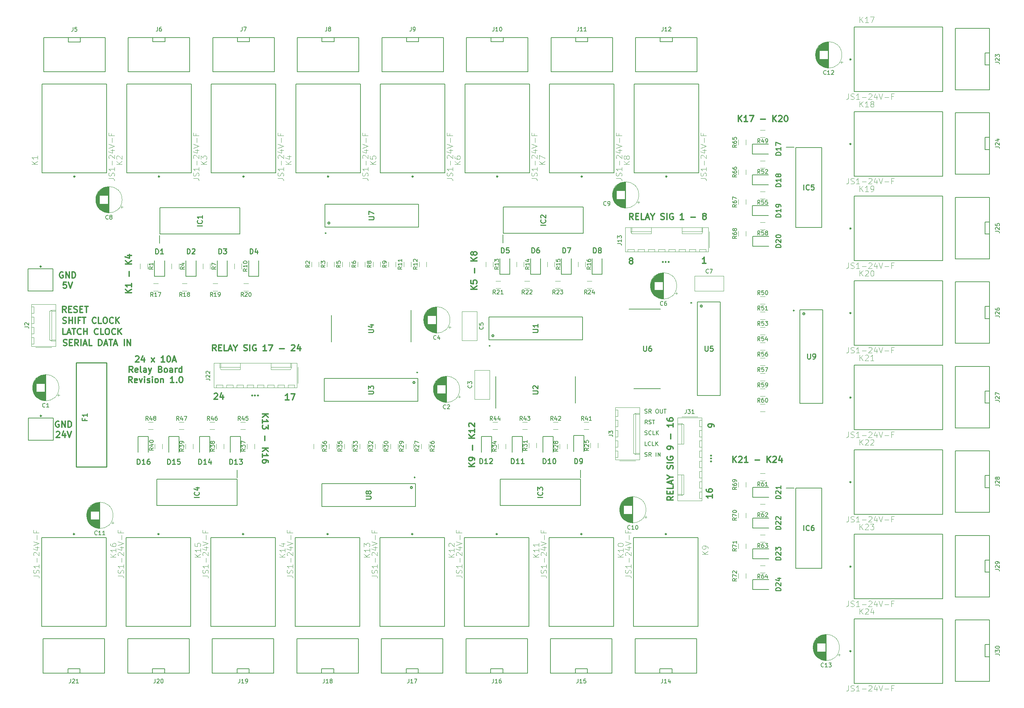
<source format=gbr>
G04 #@! TF.GenerationSoftware,KiCad,Pcbnew,5.1.2*
G04 #@! TF.CreationDate,2019-06-28T01:11:13+02:00*
G04 #@! TF.ProjectId,Relay_Controller2,52656c61-795f-4436-9f6e-74726f6c6c65,rev?*
G04 #@! TF.SameCoordinates,Original*
G04 #@! TF.FileFunction,Legend,Top*
G04 #@! TF.FilePolarity,Positive*
%FSLAX46Y46*%
G04 Gerber Fmt 4.6, Leading zero omitted, Abs format (unit mm)*
G04 Created by KiCad (PCBNEW 5.1.2) date 2019-06-28 01:11:13*
%MOMM*%
%LPD*%
G04 APERTURE LIST*
%ADD10C,0.200000*%
%ADD11C,0.300000*%
%ADD12C,0.120000*%
%ADD13C,0.254000*%
%ADD14C,0.127000*%
%ADD15C,0.150000*%
%ADD16C,0.050000*%
G04 APERTURE END LIST*
D10*
X232314951Y-164604761D02*
X232457808Y-164652380D01*
X232695903Y-164652380D01*
X232791142Y-164604761D01*
X232838761Y-164557142D01*
X232886380Y-164461904D01*
X232886380Y-164366666D01*
X232838761Y-164271428D01*
X232791142Y-164223809D01*
X232695903Y-164176190D01*
X232505427Y-164128571D01*
X232410189Y-164080952D01*
X232362570Y-164033333D01*
X232314951Y-163938095D01*
X232314951Y-163842857D01*
X232362570Y-163747619D01*
X232410189Y-163700000D01*
X232505427Y-163652380D01*
X232743523Y-163652380D01*
X232886380Y-163700000D01*
X233886380Y-164652380D02*
X233553046Y-164176190D01*
X233314951Y-164652380D02*
X233314951Y-163652380D01*
X233695903Y-163652380D01*
X233791142Y-163700000D01*
X233838761Y-163747619D01*
X233886380Y-163842857D01*
X233886380Y-163985714D01*
X233838761Y-164080952D01*
X233791142Y-164128571D01*
X233695903Y-164176190D01*
X233314951Y-164176190D01*
X235076856Y-164652380D02*
X235076856Y-163652380D01*
X235553046Y-164652380D02*
X235553046Y-163652380D01*
X236124475Y-164652380D01*
X236124475Y-163652380D01*
D11*
X255503571Y-81653571D02*
X255503571Y-80153571D01*
X256360714Y-81653571D02*
X255717857Y-80796428D01*
X256360714Y-80153571D02*
X255503571Y-81010714D01*
X257789285Y-81653571D02*
X256932142Y-81653571D01*
X257360714Y-81653571D02*
X257360714Y-80153571D01*
X257217857Y-80367857D01*
X257075000Y-80510714D01*
X256932142Y-80582142D01*
X258289285Y-80153571D02*
X259289285Y-80153571D01*
X258646428Y-81653571D01*
X261003571Y-81082142D02*
X262146428Y-81082142D01*
X264003571Y-81653571D02*
X264003571Y-80153571D01*
X264860714Y-81653571D02*
X264217857Y-80796428D01*
X264860714Y-80153571D02*
X264003571Y-81010714D01*
X265432142Y-80296428D02*
X265503571Y-80225000D01*
X265646428Y-80153571D01*
X266003571Y-80153571D01*
X266146428Y-80225000D01*
X266217857Y-80296428D01*
X266289285Y-80439285D01*
X266289285Y-80582142D01*
X266217857Y-80796428D01*
X265360714Y-81653571D01*
X266289285Y-81653571D01*
X267217857Y-80153571D02*
X267360714Y-80153571D01*
X267503571Y-80225000D01*
X267575000Y-80296428D01*
X267646428Y-80439285D01*
X267717857Y-80725000D01*
X267717857Y-81082142D01*
X267646428Y-81367857D01*
X267575000Y-81510714D01*
X267503571Y-81582142D01*
X267360714Y-81653571D01*
X267217857Y-81653571D01*
X267075000Y-81582142D01*
X267003571Y-81510714D01*
X266932142Y-81367857D01*
X266860714Y-81082142D01*
X266860714Y-80725000D01*
X266932142Y-80439285D01*
X267003571Y-80296428D01*
X267075000Y-80225000D01*
X267217857Y-80153571D01*
X254128571Y-166128571D02*
X254128571Y-164628571D01*
X254985714Y-166128571D02*
X254342857Y-165271428D01*
X254985714Y-164628571D02*
X254128571Y-165485714D01*
X255557142Y-164771428D02*
X255628571Y-164700000D01*
X255771428Y-164628571D01*
X256128571Y-164628571D01*
X256271428Y-164700000D01*
X256342857Y-164771428D01*
X256414285Y-164914285D01*
X256414285Y-165057142D01*
X256342857Y-165271428D01*
X255485714Y-166128571D01*
X256414285Y-166128571D01*
X257842857Y-166128571D02*
X256985714Y-166128571D01*
X257414285Y-166128571D02*
X257414285Y-164628571D01*
X257271428Y-164842857D01*
X257128571Y-164985714D01*
X256985714Y-165057142D01*
X259628571Y-165557142D02*
X260771428Y-165557142D01*
X262628571Y-166128571D02*
X262628571Y-164628571D01*
X263485714Y-166128571D02*
X262842857Y-165271428D01*
X263485714Y-164628571D02*
X262628571Y-165485714D01*
X264057142Y-164771428D02*
X264128571Y-164700000D01*
X264271428Y-164628571D01*
X264628571Y-164628571D01*
X264771428Y-164700000D01*
X264842857Y-164771428D01*
X264914285Y-164914285D01*
X264914285Y-165057142D01*
X264842857Y-165271428D01*
X263985714Y-166128571D01*
X264914285Y-166128571D01*
X266200000Y-165128571D02*
X266200000Y-166128571D01*
X265842857Y-164557142D02*
X265485714Y-165628571D01*
X266414285Y-165628571D01*
X137521428Y-154103571D02*
X139021428Y-154103571D01*
X137521428Y-154960714D02*
X138378571Y-154317857D01*
X139021428Y-154960714D02*
X138164285Y-154103571D01*
X137521428Y-156389285D02*
X137521428Y-155532142D01*
X137521428Y-155960714D02*
X139021428Y-155960714D01*
X138807142Y-155817857D01*
X138664285Y-155675000D01*
X138592857Y-155532142D01*
X139021428Y-156889285D02*
X139021428Y-157817857D01*
X138450000Y-157317857D01*
X138450000Y-157532142D01*
X138378571Y-157675000D01*
X138307142Y-157746428D01*
X138164285Y-157817857D01*
X137807142Y-157817857D01*
X137664285Y-157746428D01*
X137592857Y-157675000D01*
X137521428Y-157532142D01*
X137521428Y-157103571D01*
X137592857Y-156960714D01*
X137664285Y-156889285D01*
X138092857Y-159603571D02*
X138092857Y-160746428D01*
X137521428Y-162603571D02*
X139021428Y-162603571D01*
X137521428Y-163460714D02*
X138378571Y-162817857D01*
X139021428Y-163460714D02*
X138164285Y-162603571D01*
X137521428Y-164889285D02*
X137521428Y-164032142D01*
X137521428Y-164460714D02*
X139021428Y-164460714D01*
X138807142Y-164317857D01*
X138664285Y-164175000D01*
X138592857Y-164032142D01*
X139021428Y-166175000D02*
X139021428Y-165889285D01*
X138950000Y-165746428D01*
X138878571Y-165675000D01*
X138664285Y-165532142D01*
X138378571Y-165460714D01*
X137807142Y-165460714D01*
X137664285Y-165532142D01*
X137592857Y-165603571D01*
X137521428Y-165746428D01*
X137521428Y-166032142D01*
X137592857Y-166175000D01*
X137664285Y-166246428D01*
X137807142Y-166317857D01*
X138164285Y-166317857D01*
X138307142Y-166246428D01*
X138378571Y-166175000D01*
X138450000Y-166032142D01*
X138450000Y-165746428D01*
X138378571Y-165603571D01*
X138307142Y-165532142D01*
X138164285Y-165460714D01*
X190162571Y-167155142D02*
X188662571Y-167155142D01*
X190162571Y-166298000D02*
X189305428Y-166940857D01*
X188662571Y-166298000D02*
X189519714Y-167155142D01*
X190162571Y-165583714D02*
X190162571Y-165298000D01*
X190091142Y-165155142D01*
X190019714Y-165083714D01*
X189805428Y-164940857D01*
X189519714Y-164869428D01*
X188948285Y-164869428D01*
X188805428Y-164940857D01*
X188734000Y-165012285D01*
X188662571Y-165155142D01*
X188662571Y-165440857D01*
X188734000Y-165583714D01*
X188805428Y-165655142D01*
X188948285Y-165726571D01*
X189305428Y-165726571D01*
X189448285Y-165655142D01*
X189519714Y-165583714D01*
X189591142Y-165440857D01*
X189591142Y-165155142D01*
X189519714Y-165012285D01*
X189448285Y-164940857D01*
X189305428Y-164869428D01*
X189591142Y-163083714D02*
X189591142Y-161940857D01*
X190162571Y-160083714D02*
X188662571Y-160083714D01*
X190162571Y-159226571D02*
X189305428Y-159869428D01*
X188662571Y-159226571D02*
X189519714Y-160083714D01*
X190162571Y-157798000D02*
X190162571Y-158655142D01*
X190162571Y-158226571D02*
X188662571Y-158226571D01*
X188876857Y-158369428D01*
X189019714Y-158512285D01*
X189091142Y-158655142D01*
X188805428Y-157226571D02*
X188734000Y-157155142D01*
X188662571Y-157012285D01*
X188662571Y-156655142D01*
X188734000Y-156512285D01*
X188805428Y-156440857D01*
X188948285Y-156369428D01*
X189091142Y-156369428D01*
X189305428Y-156440857D01*
X190162571Y-157298000D01*
X190162571Y-156369428D01*
X190678571Y-123242857D02*
X189178571Y-123242857D01*
X190678571Y-122385714D02*
X189821428Y-123028571D01*
X189178571Y-122385714D02*
X190035714Y-123242857D01*
X189178571Y-121028571D02*
X189178571Y-121742857D01*
X189892857Y-121814285D01*
X189821428Y-121742857D01*
X189750000Y-121600000D01*
X189750000Y-121242857D01*
X189821428Y-121100000D01*
X189892857Y-121028571D01*
X190035714Y-120957142D01*
X190392857Y-120957142D01*
X190535714Y-121028571D01*
X190607142Y-121100000D01*
X190678571Y-121242857D01*
X190678571Y-121600000D01*
X190607142Y-121742857D01*
X190535714Y-121814285D01*
X190107142Y-119171428D02*
X190107142Y-118028571D01*
X190678571Y-116171428D02*
X189178571Y-116171428D01*
X190678571Y-115314285D02*
X189821428Y-115957142D01*
X189178571Y-115314285D02*
X190035714Y-116171428D01*
X189821428Y-114457142D02*
X189750000Y-114600000D01*
X189678571Y-114671428D01*
X189535714Y-114742857D01*
X189464285Y-114742857D01*
X189321428Y-114671428D01*
X189250000Y-114600000D01*
X189178571Y-114457142D01*
X189178571Y-114171428D01*
X189250000Y-114028571D01*
X189321428Y-113957142D01*
X189464285Y-113885714D01*
X189535714Y-113885714D01*
X189678571Y-113957142D01*
X189750000Y-114028571D01*
X189821428Y-114171428D01*
X189821428Y-114457142D01*
X189892857Y-114600000D01*
X189964285Y-114671428D01*
X190107142Y-114742857D01*
X190392857Y-114742857D01*
X190535714Y-114671428D01*
X190607142Y-114600000D01*
X190678571Y-114457142D01*
X190678571Y-114171428D01*
X190607142Y-114028571D01*
X190535714Y-113957142D01*
X190392857Y-113885714D01*
X190107142Y-113885714D01*
X189964285Y-113957142D01*
X189892857Y-114028571D01*
X189821428Y-114171428D01*
X105078571Y-124042857D02*
X103578571Y-124042857D01*
X105078571Y-123185714D02*
X104221428Y-123828571D01*
X103578571Y-123185714D02*
X104435714Y-124042857D01*
X105078571Y-121757142D02*
X105078571Y-122614285D01*
X105078571Y-122185714D02*
X103578571Y-122185714D01*
X103792857Y-122328571D01*
X103935714Y-122471428D01*
X104007142Y-122614285D01*
X104507142Y-119971428D02*
X104507142Y-118828571D01*
X105078571Y-116971428D02*
X103578571Y-116971428D01*
X105078571Y-116114285D02*
X104221428Y-116757142D01*
X103578571Y-116114285D02*
X104435714Y-116971428D01*
X104078571Y-114828571D02*
X105078571Y-114828571D01*
X103507142Y-115185714D02*
X104578571Y-115542857D01*
X104578571Y-114614285D01*
X247443571Y-116756571D02*
X246586428Y-116756571D01*
X247015000Y-116756571D02*
X247015000Y-115256571D01*
X246872142Y-115470857D01*
X246729285Y-115613714D01*
X246586428Y-115685142D01*
X228774642Y-116089928D02*
X228631785Y-116018500D01*
X228560357Y-115947071D01*
X228488928Y-115804214D01*
X228488928Y-115732785D01*
X228560357Y-115589928D01*
X228631785Y-115518500D01*
X228774642Y-115447071D01*
X229060357Y-115447071D01*
X229203214Y-115518500D01*
X229274642Y-115589928D01*
X229346071Y-115732785D01*
X229346071Y-115804214D01*
X229274642Y-115947071D01*
X229203214Y-116018500D01*
X229060357Y-116089928D01*
X228774642Y-116089928D01*
X228631785Y-116161357D01*
X228560357Y-116232785D01*
X228488928Y-116375642D01*
X228488928Y-116661357D01*
X228560357Y-116804214D01*
X228631785Y-116875642D01*
X228774642Y-116947071D01*
X229060357Y-116947071D01*
X229203214Y-116875642D01*
X229274642Y-116804214D01*
X229346071Y-116661357D01*
X229346071Y-116375642D01*
X229274642Y-116232785D01*
X229203214Y-116161357D01*
X229060357Y-116089928D01*
X229428571Y-105898071D02*
X228928571Y-105183785D01*
X228571428Y-105898071D02*
X228571428Y-104398071D01*
X229142857Y-104398071D01*
X229285714Y-104469500D01*
X229357142Y-104540928D01*
X229428571Y-104683785D01*
X229428571Y-104898071D01*
X229357142Y-105040928D01*
X229285714Y-105112357D01*
X229142857Y-105183785D01*
X228571428Y-105183785D01*
X230071428Y-105112357D02*
X230571428Y-105112357D01*
X230785714Y-105898071D02*
X230071428Y-105898071D01*
X230071428Y-104398071D01*
X230785714Y-104398071D01*
X232142857Y-105898071D02*
X231428571Y-105898071D01*
X231428571Y-104398071D01*
X232571428Y-105469500D02*
X233285714Y-105469500D01*
X232428571Y-105898071D02*
X232928571Y-104398071D01*
X233428571Y-105898071D01*
X234214285Y-105183785D02*
X234214285Y-105898071D01*
X233714285Y-104398071D02*
X234214285Y-105183785D01*
X234714285Y-104398071D01*
X236285714Y-105826642D02*
X236500000Y-105898071D01*
X236857142Y-105898071D01*
X237000000Y-105826642D01*
X237071428Y-105755214D01*
X237142857Y-105612357D01*
X237142857Y-105469500D01*
X237071428Y-105326642D01*
X237000000Y-105255214D01*
X236857142Y-105183785D01*
X236571428Y-105112357D01*
X236428571Y-105040928D01*
X236357142Y-104969500D01*
X236285714Y-104826642D01*
X236285714Y-104683785D01*
X236357142Y-104540928D01*
X236428571Y-104469500D01*
X236571428Y-104398071D01*
X236928571Y-104398071D01*
X237142857Y-104469500D01*
X237785714Y-105898071D02*
X237785714Y-104398071D01*
X239285714Y-104469500D02*
X239142857Y-104398071D01*
X238928571Y-104398071D01*
X238714285Y-104469500D01*
X238571428Y-104612357D01*
X238500000Y-104755214D01*
X238428571Y-105040928D01*
X238428571Y-105255214D01*
X238500000Y-105540928D01*
X238571428Y-105683785D01*
X238714285Y-105826642D01*
X238928571Y-105898071D01*
X239071428Y-105898071D01*
X239285714Y-105826642D01*
X239357142Y-105755214D01*
X239357142Y-105255214D01*
X239071428Y-105255214D01*
X241928571Y-105898071D02*
X241071428Y-105898071D01*
X241500000Y-105898071D02*
X241500000Y-104398071D01*
X241357142Y-104612357D01*
X241214285Y-104755214D01*
X241071428Y-104826642D01*
X243714285Y-105326642D02*
X244857142Y-105326642D01*
X246928571Y-105040928D02*
X246785714Y-104969500D01*
X246714285Y-104898071D01*
X246642857Y-104755214D01*
X246642857Y-104683785D01*
X246714285Y-104540928D01*
X246785714Y-104469500D01*
X246928571Y-104398071D01*
X247214285Y-104398071D01*
X247357142Y-104469500D01*
X247428571Y-104540928D01*
X247500000Y-104683785D01*
X247500000Y-104755214D01*
X247428571Y-104898071D01*
X247357142Y-104969500D01*
X247214285Y-105040928D01*
X246928571Y-105040928D01*
X246785714Y-105112357D01*
X246714285Y-105183785D01*
X246642857Y-105326642D01*
X246642857Y-105612357D01*
X246714285Y-105755214D01*
X246785714Y-105826642D01*
X246928571Y-105898071D01*
X247214285Y-105898071D01*
X247357142Y-105826642D01*
X247428571Y-105755214D01*
X247500000Y-105612357D01*
X247500000Y-105326642D01*
X247428571Y-105183785D01*
X247357142Y-105112357D01*
X247214285Y-105040928D01*
X87107142Y-155975000D02*
X86964285Y-155903571D01*
X86750000Y-155903571D01*
X86535714Y-155975000D01*
X86392857Y-156117857D01*
X86321428Y-156260714D01*
X86250000Y-156546428D01*
X86250000Y-156760714D01*
X86321428Y-157046428D01*
X86392857Y-157189285D01*
X86535714Y-157332142D01*
X86750000Y-157403571D01*
X86892857Y-157403571D01*
X87107142Y-157332142D01*
X87178571Y-157260714D01*
X87178571Y-156760714D01*
X86892857Y-156760714D01*
X87821428Y-157403571D02*
X87821428Y-155903571D01*
X88678571Y-157403571D01*
X88678571Y-155903571D01*
X89392857Y-157403571D02*
X89392857Y-155903571D01*
X89750000Y-155903571D01*
X89964285Y-155975000D01*
X90107142Y-156117857D01*
X90178571Y-156260714D01*
X90250000Y-156546428D01*
X90250000Y-156760714D01*
X90178571Y-157046428D01*
X90107142Y-157189285D01*
X89964285Y-157332142D01*
X89750000Y-157403571D01*
X89392857Y-157403571D01*
X86464285Y-158596428D02*
X86535714Y-158525000D01*
X86678571Y-158453571D01*
X87035714Y-158453571D01*
X87178571Y-158525000D01*
X87250000Y-158596428D01*
X87321428Y-158739285D01*
X87321428Y-158882142D01*
X87250000Y-159096428D01*
X86392857Y-159953571D01*
X87321428Y-159953571D01*
X88607142Y-158953571D02*
X88607142Y-159953571D01*
X88250000Y-158382142D02*
X87892857Y-159453571D01*
X88821428Y-159453571D01*
X89178571Y-158453571D02*
X89678571Y-159953571D01*
X90178571Y-158453571D01*
X106097214Y-139900428D02*
X106168642Y-139829000D01*
X106311500Y-139757571D01*
X106668642Y-139757571D01*
X106811500Y-139829000D01*
X106882928Y-139900428D01*
X106954357Y-140043285D01*
X106954357Y-140186142D01*
X106882928Y-140400428D01*
X106025785Y-141257571D01*
X106954357Y-141257571D01*
X108240071Y-140257571D02*
X108240071Y-141257571D01*
X107882928Y-139686142D02*
X107525785Y-140757571D01*
X108454357Y-140757571D01*
X110025785Y-141257571D02*
X110811500Y-140257571D01*
X110025785Y-140257571D02*
X110811500Y-141257571D01*
X113311500Y-141257571D02*
X112454357Y-141257571D01*
X112882928Y-141257571D02*
X112882928Y-139757571D01*
X112740071Y-139971857D01*
X112597214Y-140114714D01*
X112454357Y-140186142D01*
X114240071Y-139757571D02*
X114382928Y-139757571D01*
X114525785Y-139829000D01*
X114597214Y-139900428D01*
X114668642Y-140043285D01*
X114740071Y-140329000D01*
X114740071Y-140686142D01*
X114668642Y-140971857D01*
X114597214Y-141114714D01*
X114525785Y-141186142D01*
X114382928Y-141257571D01*
X114240071Y-141257571D01*
X114097214Y-141186142D01*
X114025785Y-141114714D01*
X113954357Y-140971857D01*
X113882928Y-140686142D01*
X113882928Y-140329000D01*
X113954357Y-140043285D01*
X114025785Y-139900428D01*
X114097214Y-139829000D01*
X114240071Y-139757571D01*
X115311500Y-140829000D02*
X116025785Y-140829000D01*
X115168642Y-141257571D02*
X115668642Y-139757571D01*
X116168642Y-141257571D01*
X105418642Y-143807571D02*
X104918642Y-143093285D01*
X104561500Y-143807571D02*
X104561500Y-142307571D01*
X105132928Y-142307571D01*
X105275785Y-142379000D01*
X105347214Y-142450428D01*
X105418642Y-142593285D01*
X105418642Y-142807571D01*
X105347214Y-142950428D01*
X105275785Y-143021857D01*
X105132928Y-143093285D01*
X104561500Y-143093285D01*
X106632928Y-143736142D02*
X106490071Y-143807571D01*
X106204357Y-143807571D01*
X106061500Y-143736142D01*
X105990071Y-143593285D01*
X105990071Y-143021857D01*
X106061500Y-142879000D01*
X106204357Y-142807571D01*
X106490071Y-142807571D01*
X106632928Y-142879000D01*
X106704357Y-143021857D01*
X106704357Y-143164714D01*
X105990071Y-143307571D01*
X107561500Y-143807571D02*
X107418642Y-143736142D01*
X107347214Y-143593285D01*
X107347214Y-142307571D01*
X108775785Y-143807571D02*
X108775785Y-143021857D01*
X108704357Y-142879000D01*
X108561500Y-142807571D01*
X108275785Y-142807571D01*
X108132928Y-142879000D01*
X108775785Y-143736142D02*
X108632928Y-143807571D01*
X108275785Y-143807571D01*
X108132928Y-143736142D01*
X108061500Y-143593285D01*
X108061500Y-143450428D01*
X108132928Y-143307571D01*
X108275785Y-143236142D01*
X108632928Y-143236142D01*
X108775785Y-143164714D01*
X109347214Y-142807571D02*
X109704357Y-143807571D01*
X110061500Y-142807571D02*
X109704357Y-143807571D01*
X109561500Y-144164714D01*
X109490071Y-144236142D01*
X109347214Y-144307571D01*
X112275785Y-143021857D02*
X112490071Y-143093285D01*
X112561500Y-143164714D01*
X112632928Y-143307571D01*
X112632928Y-143521857D01*
X112561500Y-143664714D01*
X112490071Y-143736142D01*
X112347214Y-143807571D01*
X111775785Y-143807571D01*
X111775785Y-142307571D01*
X112275785Y-142307571D01*
X112418642Y-142379000D01*
X112490071Y-142450428D01*
X112561500Y-142593285D01*
X112561500Y-142736142D01*
X112490071Y-142879000D01*
X112418642Y-142950428D01*
X112275785Y-143021857D01*
X111775785Y-143021857D01*
X113490071Y-143807571D02*
X113347214Y-143736142D01*
X113275785Y-143664714D01*
X113204357Y-143521857D01*
X113204357Y-143093285D01*
X113275785Y-142950428D01*
X113347214Y-142879000D01*
X113490071Y-142807571D01*
X113704357Y-142807571D01*
X113847214Y-142879000D01*
X113918642Y-142950428D01*
X113990071Y-143093285D01*
X113990071Y-143521857D01*
X113918642Y-143664714D01*
X113847214Y-143736142D01*
X113704357Y-143807571D01*
X113490071Y-143807571D01*
X115275785Y-143807571D02*
X115275785Y-143021857D01*
X115204357Y-142879000D01*
X115061500Y-142807571D01*
X114775785Y-142807571D01*
X114632928Y-142879000D01*
X115275785Y-143736142D02*
X115132928Y-143807571D01*
X114775785Y-143807571D01*
X114632928Y-143736142D01*
X114561500Y-143593285D01*
X114561500Y-143450428D01*
X114632928Y-143307571D01*
X114775785Y-143236142D01*
X115132928Y-143236142D01*
X115275785Y-143164714D01*
X115990071Y-143807571D02*
X115990071Y-142807571D01*
X115990071Y-143093285D02*
X116061500Y-142950428D01*
X116132928Y-142879000D01*
X116275785Y-142807571D01*
X116418642Y-142807571D01*
X117561500Y-143807571D02*
X117561500Y-142307571D01*
X117561500Y-143736142D02*
X117418642Y-143807571D01*
X117132928Y-143807571D01*
X116990071Y-143736142D01*
X116918642Y-143664714D01*
X116847214Y-143521857D01*
X116847214Y-143093285D01*
X116918642Y-142950428D01*
X116990071Y-142879000D01*
X117132928Y-142807571D01*
X117418642Y-142807571D01*
X117561500Y-142879000D01*
X105275785Y-146357571D02*
X104775785Y-145643285D01*
X104418642Y-146357571D02*
X104418642Y-144857571D01*
X104990071Y-144857571D01*
X105132928Y-144929000D01*
X105204357Y-145000428D01*
X105275785Y-145143285D01*
X105275785Y-145357571D01*
X105204357Y-145500428D01*
X105132928Y-145571857D01*
X104990071Y-145643285D01*
X104418642Y-145643285D01*
X106490071Y-146286142D02*
X106347214Y-146357571D01*
X106061500Y-146357571D01*
X105918642Y-146286142D01*
X105847214Y-146143285D01*
X105847214Y-145571857D01*
X105918642Y-145429000D01*
X106061500Y-145357571D01*
X106347214Y-145357571D01*
X106490071Y-145429000D01*
X106561500Y-145571857D01*
X106561500Y-145714714D01*
X105847214Y-145857571D01*
X107061500Y-145357571D02*
X107418642Y-146357571D01*
X107775785Y-145357571D01*
X108347214Y-146357571D02*
X108347214Y-145357571D01*
X108347214Y-144857571D02*
X108275785Y-144929000D01*
X108347214Y-145000428D01*
X108418642Y-144929000D01*
X108347214Y-144857571D01*
X108347214Y-145000428D01*
X108990071Y-146286142D02*
X109132928Y-146357571D01*
X109418642Y-146357571D01*
X109561500Y-146286142D01*
X109632928Y-146143285D01*
X109632928Y-146071857D01*
X109561500Y-145929000D01*
X109418642Y-145857571D01*
X109204357Y-145857571D01*
X109061500Y-145786142D01*
X108990071Y-145643285D01*
X108990071Y-145571857D01*
X109061500Y-145429000D01*
X109204357Y-145357571D01*
X109418642Y-145357571D01*
X109561500Y-145429000D01*
X110275785Y-146357571D02*
X110275785Y-145357571D01*
X110275785Y-144857571D02*
X110204357Y-144929000D01*
X110275785Y-145000428D01*
X110347214Y-144929000D01*
X110275785Y-144857571D01*
X110275785Y-145000428D01*
X111204357Y-146357571D02*
X111061500Y-146286142D01*
X110990071Y-146214714D01*
X110918642Y-146071857D01*
X110918642Y-145643285D01*
X110990071Y-145500428D01*
X111061500Y-145429000D01*
X111204357Y-145357571D01*
X111418642Y-145357571D01*
X111561500Y-145429000D01*
X111632928Y-145500428D01*
X111704357Y-145643285D01*
X111704357Y-146071857D01*
X111632928Y-146214714D01*
X111561500Y-146286142D01*
X111418642Y-146357571D01*
X111204357Y-146357571D01*
X112347214Y-145357571D02*
X112347214Y-146357571D01*
X112347214Y-145500428D02*
X112418642Y-145429000D01*
X112561500Y-145357571D01*
X112775785Y-145357571D01*
X112918642Y-145429000D01*
X112990071Y-145571857D01*
X112990071Y-146357571D01*
X115632928Y-146357571D02*
X114775785Y-146357571D01*
X115204357Y-146357571D02*
X115204357Y-144857571D01*
X115061500Y-145071857D01*
X114918642Y-145214714D01*
X114775785Y-145286142D01*
X116275785Y-146214714D02*
X116347214Y-146286142D01*
X116275785Y-146357571D01*
X116204357Y-146286142D01*
X116275785Y-146214714D01*
X116275785Y-146357571D01*
X117275785Y-144857571D02*
X117418642Y-144857571D01*
X117561500Y-144929000D01*
X117632928Y-145000428D01*
X117704357Y-145143285D01*
X117775785Y-145429000D01*
X117775785Y-145786142D01*
X117704357Y-146071857D01*
X117632928Y-146214714D01*
X117561500Y-146286142D01*
X117418642Y-146357571D01*
X117275785Y-146357571D01*
X117132928Y-146286142D01*
X117061500Y-146214714D01*
X116990071Y-146071857D01*
X116918642Y-145786142D01*
X116918642Y-145429000D01*
X116990071Y-145143285D01*
X117061500Y-145000428D01*
X117132928Y-144929000D01*
X117275785Y-144857571D01*
X248630214Y-165877785D02*
X248701642Y-165806357D01*
X248773071Y-165877785D01*
X248701642Y-165949214D01*
X248630214Y-165877785D01*
X248773071Y-165877785D01*
X248630214Y-165163500D02*
X248701642Y-165092071D01*
X248773071Y-165163500D01*
X248701642Y-165234928D01*
X248630214Y-165163500D01*
X248773071Y-165163500D01*
X248630214Y-164449214D02*
X248701642Y-164377785D01*
X248773071Y-164449214D01*
X248701642Y-164520642D01*
X248630214Y-164449214D01*
X248773071Y-164449214D01*
X249471571Y-157257714D02*
X249471571Y-156972000D01*
X249400142Y-156829142D01*
X249328714Y-156757714D01*
X249114428Y-156614857D01*
X248828714Y-156543428D01*
X248257285Y-156543428D01*
X248114428Y-156614857D01*
X248043000Y-156686285D01*
X247971571Y-156829142D01*
X247971571Y-157114857D01*
X248043000Y-157257714D01*
X248114428Y-157329142D01*
X248257285Y-157400571D01*
X248614428Y-157400571D01*
X248757285Y-157329142D01*
X248828714Y-157257714D01*
X248900142Y-157114857D01*
X248900142Y-156829142D01*
X248828714Y-156686285D01*
X248757285Y-156614857D01*
X248614428Y-156543428D01*
X249027071Y-174085214D02*
X249027071Y-174942357D01*
X249027071Y-174513785D02*
X247527071Y-174513785D01*
X247741357Y-174656642D01*
X247884214Y-174799500D01*
X247955642Y-174942357D01*
X247527071Y-172799500D02*
X247527071Y-173085214D01*
X247598500Y-173228071D01*
X247669928Y-173299500D01*
X247884214Y-173442357D01*
X248169928Y-173513785D01*
X248741357Y-173513785D01*
X248884214Y-173442357D01*
X248955642Y-173370928D01*
X249027071Y-173228071D01*
X249027071Y-172942357D01*
X248955642Y-172799500D01*
X248884214Y-172728071D01*
X248741357Y-172656642D01*
X248384214Y-172656642D01*
X248241357Y-172728071D01*
X248169928Y-172799500D01*
X248098500Y-172942357D01*
X248098500Y-173228071D01*
X248169928Y-173370928D01*
X248241357Y-173442357D01*
X248384214Y-173513785D01*
X239311571Y-174576214D02*
X238597285Y-175076214D01*
X239311571Y-175433357D02*
X237811571Y-175433357D01*
X237811571Y-174861928D01*
X237883000Y-174719071D01*
X237954428Y-174647642D01*
X238097285Y-174576214D01*
X238311571Y-174576214D01*
X238454428Y-174647642D01*
X238525857Y-174719071D01*
X238597285Y-174861928D01*
X238597285Y-175433357D01*
X238525857Y-173933357D02*
X238525857Y-173433357D01*
X239311571Y-173219071D02*
X239311571Y-173933357D01*
X237811571Y-173933357D01*
X237811571Y-173219071D01*
X239311571Y-171861928D02*
X239311571Y-172576214D01*
X237811571Y-172576214D01*
X238883000Y-171433357D02*
X238883000Y-170719071D01*
X239311571Y-171576214D02*
X237811571Y-171076214D01*
X239311571Y-170576214D01*
X238597285Y-169790500D02*
X239311571Y-169790500D01*
X237811571Y-170290500D02*
X238597285Y-169790500D01*
X237811571Y-169290500D01*
X239240142Y-167719071D02*
X239311571Y-167504785D01*
X239311571Y-167147642D01*
X239240142Y-167004785D01*
X239168714Y-166933357D01*
X239025857Y-166861928D01*
X238883000Y-166861928D01*
X238740142Y-166933357D01*
X238668714Y-167004785D01*
X238597285Y-167147642D01*
X238525857Y-167433357D01*
X238454428Y-167576214D01*
X238383000Y-167647642D01*
X238240142Y-167719071D01*
X238097285Y-167719071D01*
X237954428Y-167647642D01*
X237883000Y-167576214D01*
X237811571Y-167433357D01*
X237811571Y-167076214D01*
X237883000Y-166861928D01*
X239311571Y-166219071D02*
X237811571Y-166219071D01*
X237883000Y-164719071D02*
X237811571Y-164861928D01*
X237811571Y-165076214D01*
X237883000Y-165290500D01*
X238025857Y-165433357D01*
X238168714Y-165504785D01*
X238454428Y-165576214D01*
X238668714Y-165576214D01*
X238954428Y-165504785D01*
X239097285Y-165433357D01*
X239240142Y-165290500D01*
X239311571Y-165076214D01*
X239311571Y-164933357D01*
X239240142Y-164719071D01*
X239168714Y-164647642D01*
X238668714Y-164647642D01*
X238668714Y-164933357D01*
X239311571Y-162790500D02*
X239311571Y-162504785D01*
X239240142Y-162361928D01*
X239168714Y-162290500D01*
X238954428Y-162147642D01*
X238668714Y-162076214D01*
X238097285Y-162076214D01*
X237954428Y-162147642D01*
X237883000Y-162219071D01*
X237811571Y-162361928D01*
X237811571Y-162647642D01*
X237883000Y-162790500D01*
X237954428Y-162861928D01*
X238097285Y-162933357D01*
X238454428Y-162933357D01*
X238597285Y-162861928D01*
X238668714Y-162790500D01*
X238740142Y-162647642D01*
X238740142Y-162361928D01*
X238668714Y-162219071D01*
X238597285Y-162147642D01*
X238454428Y-162076214D01*
X238740142Y-160290500D02*
X238740142Y-159147642D01*
X239311571Y-156504785D02*
X239311571Y-157361928D01*
X239311571Y-156933357D02*
X237811571Y-156933357D01*
X238025857Y-157076214D01*
X238168714Y-157219071D01*
X238240142Y-157361928D01*
X237811571Y-155219071D02*
X237811571Y-155504785D01*
X237883000Y-155647642D01*
X237954428Y-155719071D01*
X238168714Y-155861928D01*
X238454428Y-155933357D01*
X239025857Y-155933357D01*
X239168714Y-155861928D01*
X239240142Y-155790500D01*
X239311571Y-155647642D01*
X239311571Y-155361928D01*
X239240142Y-155219071D01*
X239168714Y-155147642D01*
X239025857Y-155076214D01*
X238668714Y-155076214D01*
X238525857Y-155147642D01*
X238454428Y-155219071D01*
X238383000Y-155361928D01*
X238383000Y-155647642D01*
X238454428Y-155790500D01*
X238525857Y-155861928D01*
X238668714Y-155933357D01*
X238204285Y-116494785D02*
X238132857Y-116423357D01*
X238204285Y-116351928D01*
X238275714Y-116423357D01*
X238204285Y-116494785D01*
X238204285Y-116351928D01*
X237490000Y-116494785D02*
X237418571Y-116423357D01*
X237490000Y-116351928D01*
X237561428Y-116423357D01*
X237490000Y-116494785D01*
X237490000Y-116351928D01*
X236775714Y-116494785D02*
X236704285Y-116423357D01*
X236775714Y-116351928D01*
X236847142Y-116423357D01*
X236775714Y-116494785D01*
X236775714Y-116351928D01*
X134985214Y-149443214D02*
X135056642Y-149514642D01*
X134985214Y-149586071D01*
X134913785Y-149514642D01*
X134985214Y-149443214D01*
X134985214Y-149586071D01*
X135699500Y-149443214D02*
X135770928Y-149514642D01*
X135699500Y-149586071D01*
X135628071Y-149514642D01*
X135699500Y-149443214D01*
X135699500Y-149586071D01*
X136413785Y-149443214D02*
X136485214Y-149514642D01*
X136413785Y-149586071D01*
X136342357Y-149514642D01*
X136413785Y-149443214D01*
X136413785Y-149586071D01*
X144113285Y-150602071D02*
X143256142Y-150602071D01*
X143684714Y-150602071D02*
X143684714Y-149102071D01*
X143541857Y-149316357D01*
X143399000Y-149459214D01*
X143256142Y-149530642D01*
X144613285Y-149102071D02*
X145613285Y-149102071D01*
X144970428Y-150602071D01*
X125603142Y-149117928D02*
X125674571Y-149046500D01*
X125817428Y-148975071D01*
X126174571Y-148975071D01*
X126317428Y-149046500D01*
X126388857Y-149117928D01*
X126460285Y-149260785D01*
X126460285Y-149403642D01*
X126388857Y-149617928D01*
X125531714Y-150475071D01*
X126460285Y-150475071D01*
X127746000Y-149475071D02*
X127746000Y-150475071D01*
X127388857Y-148903642D02*
X127031714Y-149975071D01*
X127960285Y-149975071D01*
X126080500Y-138473571D02*
X125580500Y-137759285D01*
X125223357Y-138473571D02*
X125223357Y-136973571D01*
X125794785Y-136973571D01*
X125937642Y-137045000D01*
X126009071Y-137116428D01*
X126080500Y-137259285D01*
X126080500Y-137473571D01*
X126009071Y-137616428D01*
X125937642Y-137687857D01*
X125794785Y-137759285D01*
X125223357Y-137759285D01*
X126723357Y-137687857D02*
X127223357Y-137687857D01*
X127437642Y-138473571D02*
X126723357Y-138473571D01*
X126723357Y-136973571D01*
X127437642Y-136973571D01*
X128794785Y-138473571D02*
X128080500Y-138473571D01*
X128080500Y-136973571D01*
X129223357Y-138045000D02*
X129937642Y-138045000D01*
X129080500Y-138473571D02*
X129580500Y-136973571D01*
X130080500Y-138473571D01*
X130866214Y-137759285D02*
X130866214Y-138473571D01*
X130366214Y-136973571D02*
X130866214Y-137759285D01*
X131366214Y-136973571D01*
X132937642Y-138402142D02*
X133151928Y-138473571D01*
X133509071Y-138473571D01*
X133651928Y-138402142D01*
X133723357Y-138330714D01*
X133794785Y-138187857D01*
X133794785Y-138045000D01*
X133723357Y-137902142D01*
X133651928Y-137830714D01*
X133509071Y-137759285D01*
X133223357Y-137687857D01*
X133080500Y-137616428D01*
X133009071Y-137545000D01*
X132937642Y-137402142D01*
X132937642Y-137259285D01*
X133009071Y-137116428D01*
X133080500Y-137045000D01*
X133223357Y-136973571D01*
X133580500Y-136973571D01*
X133794785Y-137045000D01*
X134437642Y-138473571D02*
X134437642Y-136973571D01*
X135937642Y-137045000D02*
X135794785Y-136973571D01*
X135580500Y-136973571D01*
X135366214Y-137045000D01*
X135223357Y-137187857D01*
X135151928Y-137330714D01*
X135080500Y-137616428D01*
X135080500Y-137830714D01*
X135151928Y-138116428D01*
X135223357Y-138259285D01*
X135366214Y-138402142D01*
X135580500Y-138473571D01*
X135723357Y-138473571D01*
X135937642Y-138402142D01*
X136009071Y-138330714D01*
X136009071Y-137830714D01*
X135723357Y-137830714D01*
X138580500Y-138473571D02*
X137723357Y-138473571D01*
X138151928Y-138473571D02*
X138151928Y-136973571D01*
X138009071Y-137187857D01*
X137866214Y-137330714D01*
X137723357Y-137402142D01*
X139080500Y-136973571D02*
X140080500Y-136973571D01*
X139437642Y-138473571D01*
X141794785Y-137902142D02*
X142937642Y-137902142D01*
X144723357Y-137116428D02*
X144794785Y-137045000D01*
X144937642Y-136973571D01*
X145294785Y-136973571D01*
X145437642Y-137045000D01*
X145509071Y-137116428D01*
X145580500Y-137259285D01*
X145580500Y-137402142D01*
X145509071Y-137616428D01*
X144651928Y-138473571D01*
X145580500Y-138473571D01*
X146866214Y-137473571D02*
X146866214Y-138473571D01*
X146509071Y-136902142D02*
X146151928Y-137973571D01*
X147080500Y-137973571D01*
D10*
X232314951Y-153873261D02*
X232457809Y-153920880D01*
X232695904Y-153920880D01*
X232791142Y-153873261D01*
X232838761Y-153825642D01*
X232886380Y-153730404D01*
X232886380Y-153635166D01*
X232838761Y-153539928D01*
X232791142Y-153492309D01*
X232695904Y-153444690D01*
X232505428Y-153397071D01*
X232410190Y-153349452D01*
X232362570Y-153301833D01*
X232314951Y-153206595D01*
X232314951Y-153111357D01*
X232362570Y-153016119D01*
X232410190Y-152968500D01*
X232505428Y-152920880D01*
X232743523Y-152920880D01*
X232886380Y-152968500D01*
X233886380Y-153920880D02*
X233553047Y-153444690D01*
X233314951Y-153920880D02*
X233314951Y-152920880D01*
X233695904Y-152920880D01*
X233791142Y-152968500D01*
X233838761Y-153016119D01*
X233886380Y-153111357D01*
X233886380Y-153254214D01*
X233838761Y-153349452D01*
X233791142Y-153397071D01*
X233695904Y-153444690D01*
X233314951Y-153444690D01*
X235267332Y-152920880D02*
X235457809Y-152920880D01*
X235553047Y-152968500D01*
X235648285Y-153063738D01*
X235695904Y-153254214D01*
X235695904Y-153587547D01*
X235648285Y-153778023D01*
X235553047Y-153873261D01*
X235457809Y-153920880D01*
X235267332Y-153920880D01*
X235172094Y-153873261D01*
X235076856Y-153778023D01*
X235029237Y-153587547D01*
X235029237Y-153254214D01*
X235076856Y-153063738D01*
X235172094Y-152968500D01*
X235267332Y-152920880D01*
X236124475Y-152920880D02*
X236124475Y-153730404D01*
X236172094Y-153825642D01*
X236219713Y-153873261D01*
X236314951Y-153920880D01*
X236505428Y-153920880D01*
X236600666Y-153873261D01*
X236648285Y-153825642D01*
X236695904Y-153730404D01*
X236695904Y-152920880D01*
X237029237Y-152920880D02*
X237600666Y-152920880D01*
X237314951Y-153920880D02*
X237314951Y-152920880D01*
X232838761Y-161969505D02*
X232362571Y-161969505D01*
X232362571Y-160969505D01*
X233743523Y-161874267D02*
X233695904Y-161921886D01*
X233553047Y-161969505D01*
X233457809Y-161969505D01*
X233314952Y-161921886D01*
X233219714Y-161826648D01*
X233172095Y-161731410D01*
X233124476Y-161540934D01*
X233124476Y-161398077D01*
X233172095Y-161207601D01*
X233219714Y-161112363D01*
X233314952Y-161017125D01*
X233457809Y-160969505D01*
X233553047Y-160969505D01*
X233695904Y-161017125D01*
X233743523Y-161064744D01*
X234648285Y-161969505D02*
X234172095Y-161969505D01*
X234172095Y-160969505D01*
X234981619Y-161969505D02*
X234981619Y-160969505D01*
X235553047Y-161969505D02*
X235124476Y-161398077D01*
X235553047Y-160969505D02*
X234981619Y-161540934D01*
X232933999Y-156603755D02*
X232600666Y-156127565D01*
X232362571Y-156603755D02*
X232362571Y-155603755D01*
X232743523Y-155603755D01*
X232838761Y-155651375D01*
X232886380Y-155698994D01*
X232933999Y-155794232D01*
X232933999Y-155937089D01*
X232886380Y-156032327D01*
X232838761Y-156079946D01*
X232743523Y-156127565D01*
X232362571Y-156127565D01*
X233314952Y-156556136D02*
X233457809Y-156603755D01*
X233695904Y-156603755D01*
X233791142Y-156556136D01*
X233838761Y-156508517D01*
X233886380Y-156413279D01*
X233886380Y-156318041D01*
X233838761Y-156222803D01*
X233791142Y-156175184D01*
X233695904Y-156127565D01*
X233505428Y-156079946D01*
X233410190Y-156032327D01*
X233362571Y-155984708D01*
X233314952Y-155889470D01*
X233314952Y-155794232D01*
X233362571Y-155698994D01*
X233410190Y-155651375D01*
X233505428Y-155603755D01*
X233743523Y-155603755D01*
X233886380Y-155651375D01*
X234172095Y-155603755D02*
X234743523Y-155603755D01*
X234457809Y-156603755D02*
X234457809Y-155603755D01*
X232314951Y-159239011D02*
X232457808Y-159286630D01*
X232695904Y-159286630D01*
X232791142Y-159239011D01*
X232838761Y-159191392D01*
X232886380Y-159096154D01*
X232886380Y-159000916D01*
X232838761Y-158905678D01*
X232791142Y-158858059D01*
X232695904Y-158810440D01*
X232505428Y-158762821D01*
X232410189Y-158715202D01*
X232362570Y-158667583D01*
X232314951Y-158572345D01*
X232314951Y-158477107D01*
X232362570Y-158381869D01*
X232410189Y-158334250D01*
X232505428Y-158286630D01*
X232743523Y-158286630D01*
X232886380Y-158334250D01*
X233886380Y-159191392D02*
X233838761Y-159239011D01*
X233695904Y-159286630D01*
X233600666Y-159286630D01*
X233457808Y-159239011D01*
X233362570Y-159143773D01*
X233314951Y-159048535D01*
X233267332Y-158858059D01*
X233267332Y-158715202D01*
X233314951Y-158524726D01*
X233362570Y-158429488D01*
X233457808Y-158334250D01*
X233600666Y-158286630D01*
X233695904Y-158286630D01*
X233838761Y-158334250D01*
X233886380Y-158381869D01*
X234791142Y-159286630D02*
X234314951Y-159286630D01*
X234314951Y-158286630D01*
X235124475Y-159286630D02*
X235124475Y-158286630D01*
X235695904Y-159286630D02*
X235267332Y-158715202D01*
X235695904Y-158286630D02*
X235124475Y-158858059D01*
D11*
X88904928Y-128928571D02*
X88404928Y-128214285D01*
X88047785Y-128928571D02*
X88047785Y-127428571D01*
X88619214Y-127428571D01*
X88762071Y-127500000D01*
X88833500Y-127571428D01*
X88904928Y-127714285D01*
X88904928Y-127928571D01*
X88833500Y-128071428D01*
X88762071Y-128142857D01*
X88619214Y-128214285D01*
X88047785Y-128214285D01*
X89547785Y-128142857D02*
X90047785Y-128142857D01*
X90262071Y-128928571D02*
X89547785Y-128928571D01*
X89547785Y-127428571D01*
X90262071Y-127428571D01*
X90833500Y-128857142D02*
X91047785Y-128928571D01*
X91404928Y-128928571D01*
X91547785Y-128857142D01*
X91619214Y-128785714D01*
X91690642Y-128642857D01*
X91690642Y-128500000D01*
X91619214Y-128357142D01*
X91547785Y-128285714D01*
X91404928Y-128214285D01*
X91119214Y-128142857D01*
X90976357Y-128071428D01*
X90904928Y-128000000D01*
X90833500Y-127857142D01*
X90833500Y-127714285D01*
X90904928Y-127571428D01*
X90976357Y-127500000D01*
X91119214Y-127428571D01*
X91476357Y-127428571D01*
X91690642Y-127500000D01*
X92333500Y-128142857D02*
X92833500Y-128142857D01*
X93047785Y-128928571D02*
X92333500Y-128928571D01*
X92333500Y-127428571D01*
X93047785Y-127428571D01*
X93476357Y-127428571D02*
X94333500Y-127428571D01*
X93904928Y-128928571D02*
X93904928Y-127428571D01*
X88083500Y-131607142D02*
X88297785Y-131678571D01*
X88654928Y-131678571D01*
X88797785Y-131607142D01*
X88869214Y-131535714D01*
X88940642Y-131392857D01*
X88940642Y-131250000D01*
X88869214Y-131107142D01*
X88797785Y-131035714D01*
X88654928Y-130964285D01*
X88369214Y-130892857D01*
X88226357Y-130821428D01*
X88154928Y-130750000D01*
X88083500Y-130607142D01*
X88083500Y-130464285D01*
X88154928Y-130321428D01*
X88226357Y-130250000D01*
X88369214Y-130178571D01*
X88726357Y-130178571D01*
X88940642Y-130250000D01*
X89583500Y-131678571D02*
X89583500Y-130178571D01*
X89583500Y-130892857D02*
X90440642Y-130892857D01*
X90440642Y-131678571D02*
X90440642Y-130178571D01*
X91154928Y-131678571D02*
X91154928Y-130178571D01*
X92369214Y-130892857D02*
X91869214Y-130892857D01*
X91869214Y-131678571D02*
X91869214Y-130178571D01*
X92583500Y-130178571D01*
X92940642Y-130178571D02*
X93797785Y-130178571D01*
X93369214Y-131678571D02*
X93369214Y-130178571D01*
X96297785Y-131535714D02*
X96226357Y-131607142D01*
X96012071Y-131678571D01*
X95869214Y-131678571D01*
X95654928Y-131607142D01*
X95512071Y-131464285D01*
X95440642Y-131321428D01*
X95369214Y-131035714D01*
X95369214Y-130821428D01*
X95440642Y-130535714D01*
X95512071Y-130392857D01*
X95654928Y-130250000D01*
X95869214Y-130178571D01*
X96012071Y-130178571D01*
X96226357Y-130250000D01*
X96297785Y-130321428D01*
X97654928Y-131678571D02*
X96940642Y-131678571D01*
X96940642Y-130178571D01*
X98440642Y-130178571D02*
X98726357Y-130178571D01*
X98869214Y-130250000D01*
X99012071Y-130392857D01*
X99083500Y-130678571D01*
X99083500Y-131178571D01*
X99012071Y-131464285D01*
X98869214Y-131607142D01*
X98726357Y-131678571D01*
X98440642Y-131678571D01*
X98297785Y-131607142D01*
X98154928Y-131464285D01*
X98083500Y-131178571D01*
X98083500Y-130678571D01*
X98154928Y-130392857D01*
X98297785Y-130250000D01*
X98440642Y-130178571D01*
X100583500Y-131535714D02*
X100512071Y-131607142D01*
X100297785Y-131678571D01*
X100154928Y-131678571D01*
X99940642Y-131607142D01*
X99797785Y-131464285D01*
X99726357Y-131321428D01*
X99654928Y-131035714D01*
X99654928Y-130821428D01*
X99726357Y-130535714D01*
X99797785Y-130392857D01*
X99940642Y-130250000D01*
X100154928Y-130178571D01*
X100297785Y-130178571D01*
X100512071Y-130250000D01*
X100583500Y-130321428D01*
X101226357Y-131678571D02*
X101226357Y-130178571D01*
X102083500Y-131678571D02*
X101440642Y-130821428D01*
X102083500Y-130178571D02*
X101226357Y-131035714D01*
X88833500Y-134428571D02*
X88119214Y-134428571D01*
X88119214Y-132928571D01*
X89262071Y-134000000D02*
X89976357Y-134000000D01*
X89119214Y-134428571D02*
X89619214Y-132928571D01*
X90119214Y-134428571D01*
X90404928Y-132928571D02*
X91262071Y-132928571D01*
X90833500Y-134428571D02*
X90833500Y-132928571D01*
X92619214Y-134285714D02*
X92547785Y-134357142D01*
X92333500Y-134428571D01*
X92190642Y-134428571D01*
X91976357Y-134357142D01*
X91833500Y-134214285D01*
X91762071Y-134071428D01*
X91690642Y-133785714D01*
X91690642Y-133571428D01*
X91762071Y-133285714D01*
X91833500Y-133142857D01*
X91976357Y-133000000D01*
X92190642Y-132928571D01*
X92333500Y-132928571D01*
X92547785Y-133000000D01*
X92619214Y-133071428D01*
X93262071Y-134428571D02*
X93262071Y-132928571D01*
X93262071Y-133642857D02*
X94119214Y-133642857D01*
X94119214Y-134428571D02*
X94119214Y-132928571D01*
X96833500Y-134285714D02*
X96762071Y-134357142D01*
X96547785Y-134428571D01*
X96404928Y-134428571D01*
X96190642Y-134357142D01*
X96047785Y-134214285D01*
X95976357Y-134071428D01*
X95904928Y-133785714D01*
X95904928Y-133571428D01*
X95976357Y-133285714D01*
X96047785Y-133142857D01*
X96190642Y-133000000D01*
X96404928Y-132928571D01*
X96547785Y-132928571D01*
X96762071Y-133000000D01*
X96833500Y-133071428D01*
X98190642Y-134428571D02*
X97476357Y-134428571D01*
X97476357Y-132928571D01*
X98976357Y-132928571D02*
X99262071Y-132928571D01*
X99404928Y-133000000D01*
X99547785Y-133142857D01*
X99619214Y-133428571D01*
X99619214Y-133928571D01*
X99547785Y-134214285D01*
X99404928Y-134357142D01*
X99262071Y-134428571D01*
X98976357Y-134428571D01*
X98833500Y-134357142D01*
X98690642Y-134214285D01*
X98619214Y-133928571D01*
X98619214Y-133428571D01*
X98690642Y-133142857D01*
X98833500Y-133000000D01*
X98976357Y-132928571D01*
X101119214Y-134285714D02*
X101047785Y-134357142D01*
X100833500Y-134428571D01*
X100690642Y-134428571D01*
X100476357Y-134357142D01*
X100333500Y-134214285D01*
X100262071Y-134071428D01*
X100190642Y-133785714D01*
X100190642Y-133571428D01*
X100262071Y-133285714D01*
X100333500Y-133142857D01*
X100476357Y-133000000D01*
X100690642Y-132928571D01*
X100833500Y-132928571D01*
X101047785Y-133000000D01*
X101119214Y-133071428D01*
X101762071Y-134428571D02*
X101762071Y-132928571D01*
X102619214Y-134428571D02*
X101976357Y-133571428D01*
X102619214Y-132928571D02*
X101762071Y-133785714D01*
X88226357Y-137107142D02*
X88440642Y-137178571D01*
X88797785Y-137178571D01*
X88940642Y-137107142D01*
X89012071Y-137035714D01*
X89083500Y-136892857D01*
X89083500Y-136750000D01*
X89012071Y-136607142D01*
X88940642Y-136535714D01*
X88797785Y-136464285D01*
X88512071Y-136392857D01*
X88369214Y-136321428D01*
X88297785Y-136250000D01*
X88226357Y-136107142D01*
X88226357Y-135964285D01*
X88297785Y-135821428D01*
X88369214Y-135750000D01*
X88512071Y-135678571D01*
X88869214Y-135678571D01*
X89083500Y-135750000D01*
X89726357Y-136392857D02*
X90226357Y-136392857D01*
X90440642Y-137178571D02*
X89726357Y-137178571D01*
X89726357Y-135678571D01*
X90440642Y-135678571D01*
X91940642Y-137178571D02*
X91440642Y-136464285D01*
X91083500Y-137178571D02*
X91083500Y-135678571D01*
X91654928Y-135678571D01*
X91797785Y-135750000D01*
X91869214Y-135821428D01*
X91940642Y-135964285D01*
X91940642Y-136178571D01*
X91869214Y-136321428D01*
X91797785Y-136392857D01*
X91654928Y-136464285D01*
X91083500Y-136464285D01*
X92583500Y-137178571D02*
X92583500Y-135678571D01*
X93226357Y-136750000D02*
X93940642Y-136750000D01*
X93083500Y-137178571D02*
X93583500Y-135678571D01*
X94083500Y-137178571D01*
X95297785Y-137178571D02*
X94583500Y-137178571D01*
X94583500Y-135678571D01*
X96940642Y-137178571D02*
X96940642Y-135678571D01*
X97297785Y-135678571D01*
X97512071Y-135750000D01*
X97654928Y-135892857D01*
X97726357Y-136035714D01*
X97797785Y-136321428D01*
X97797785Y-136535714D01*
X97726357Y-136821428D01*
X97654928Y-136964285D01*
X97512071Y-137107142D01*
X97297785Y-137178571D01*
X96940642Y-137178571D01*
X98369214Y-136750000D02*
X99083500Y-136750000D01*
X98226357Y-137178571D02*
X98726357Y-135678571D01*
X99226357Y-137178571D01*
X99512071Y-135678571D02*
X100369214Y-135678571D01*
X99940642Y-137178571D02*
X99940642Y-135678571D01*
X100797785Y-136750000D02*
X101512071Y-136750000D01*
X100654928Y-137178571D02*
X101154928Y-135678571D01*
X101654928Y-137178571D01*
X103297785Y-137178571D02*
X103297785Y-135678571D01*
X104012071Y-137178571D02*
X104012071Y-135678571D01*
X104869214Y-137178571D01*
X104869214Y-135678571D01*
X88107142Y-118975000D02*
X87964285Y-118903571D01*
X87750000Y-118903571D01*
X87535714Y-118975000D01*
X87392857Y-119117857D01*
X87321428Y-119260714D01*
X87250000Y-119546428D01*
X87250000Y-119760714D01*
X87321428Y-120046428D01*
X87392857Y-120189285D01*
X87535714Y-120332142D01*
X87750000Y-120403571D01*
X87892857Y-120403571D01*
X88107142Y-120332142D01*
X88178571Y-120260714D01*
X88178571Y-119760714D01*
X87892857Y-119760714D01*
X88821428Y-120403571D02*
X88821428Y-118903571D01*
X89678571Y-120403571D01*
X89678571Y-118903571D01*
X90392857Y-120403571D02*
X90392857Y-118903571D01*
X90750000Y-118903571D01*
X90964285Y-118975000D01*
X91107142Y-119117857D01*
X91178571Y-119260714D01*
X91250000Y-119546428D01*
X91250000Y-119760714D01*
X91178571Y-120046428D01*
X91107142Y-120189285D01*
X90964285Y-120332142D01*
X90750000Y-120403571D01*
X90392857Y-120403571D01*
X88964285Y-121453571D02*
X88250000Y-121453571D01*
X88178571Y-122167857D01*
X88250000Y-122096428D01*
X88392857Y-122025000D01*
X88750000Y-122025000D01*
X88892857Y-122096428D01*
X88964285Y-122167857D01*
X89035714Y-122310714D01*
X89035714Y-122667857D01*
X88964285Y-122810714D01*
X88892857Y-122882142D01*
X88750000Y-122953571D01*
X88392857Y-122953571D01*
X88250000Y-122882142D01*
X88178571Y-122810714D01*
X89464285Y-121453571D02*
X89964285Y-122953571D01*
X90464285Y-121453571D01*
D12*
X246425500Y-155084000D02*
X240405500Y-155084000D01*
X240405500Y-155084000D02*
X240405500Y-175624000D01*
X240405500Y-175624000D02*
X246425500Y-175624000D01*
X246425500Y-175624000D02*
X246425500Y-155084000D01*
X245395500Y-154794000D02*
X241395500Y-154794000D01*
X240405500Y-156464000D02*
X241405500Y-156464000D01*
X241405500Y-156464000D02*
X241405500Y-161544000D01*
X241405500Y-161544000D02*
X240405500Y-161544000D01*
X241405500Y-156464000D02*
X241935500Y-156714000D01*
X241935500Y-156714000D02*
X241935500Y-161544000D01*
X241935500Y-161544000D02*
X241405500Y-161544000D01*
X240405500Y-156714000D02*
X241405500Y-156714000D01*
X240405500Y-174244000D02*
X241405500Y-174244000D01*
X241405500Y-174244000D02*
X241405500Y-169164000D01*
X241405500Y-169164000D02*
X240405500Y-169164000D01*
X241405500Y-174244000D02*
X241935500Y-173994000D01*
X241935500Y-173994000D02*
X241935500Y-169164000D01*
X241935500Y-169164000D02*
X241405500Y-169164000D01*
X240405500Y-173994000D02*
X241405500Y-173994000D01*
X246425500Y-155664000D02*
X245825500Y-155664000D01*
X245825500Y-155664000D02*
X245825500Y-157264000D01*
X245825500Y-157264000D02*
X246425500Y-157264000D01*
X246425500Y-158204000D02*
X245825500Y-158204000D01*
X245825500Y-158204000D02*
X245825500Y-159804000D01*
X245825500Y-159804000D02*
X246425500Y-159804000D01*
X246425500Y-160744000D02*
X245825500Y-160744000D01*
X245825500Y-160744000D02*
X245825500Y-162344000D01*
X245825500Y-162344000D02*
X246425500Y-162344000D01*
X246425500Y-163284000D02*
X245825500Y-163284000D01*
X245825500Y-163284000D02*
X245825500Y-164884000D01*
X245825500Y-164884000D02*
X246425500Y-164884000D01*
X246425500Y-165824000D02*
X245825500Y-165824000D01*
X245825500Y-165824000D02*
X245825500Y-167424000D01*
X245825500Y-167424000D02*
X246425500Y-167424000D01*
X246425500Y-168364000D02*
X245825500Y-168364000D01*
X245825500Y-168364000D02*
X245825500Y-169964000D01*
X245825500Y-169964000D02*
X246425500Y-169964000D01*
X246425500Y-170904000D02*
X245825500Y-170904000D01*
X245825500Y-170904000D02*
X245825500Y-172504000D01*
X245825500Y-172504000D02*
X246425500Y-172504000D01*
X246425500Y-173444000D02*
X245825500Y-173444000D01*
X245825500Y-173444000D02*
X245825500Y-175044000D01*
X245825500Y-175044000D02*
X246425500Y-175044000D01*
X184020000Y-130800000D02*
G75*
G03X184020000Y-130800000I-3270000J0D01*
G01*
X180750000Y-134030000D02*
X180750000Y-127570000D01*
X180710000Y-134030000D02*
X180710000Y-127570000D01*
X180670000Y-134030000D02*
X180670000Y-127570000D01*
X180630000Y-134028000D02*
X180630000Y-127572000D01*
X180590000Y-134027000D02*
X180590000Y-127573000D01*
X180550000Y-134024000D02*
X180550000Y-127576000D01*
X180510000Y-134022000D02*
X180510000Y-131840000D01*
X180510000Y-129760000D02*
X180510000Y-127578000D01*
X180470000Y-134018000D02*
X180470000Y-131840000D01*
X180470000Y-129760000D02*
X180470000Y-127582000D01*
X180430000Y-134015000D02*
X180430000Y-131840000D01*
X180430000Y-129760000D02*
X180430000Y-127585000D01*
X180390000Y-134011000D02*
X180390000Y-131840000D01*
X180390000Y-129760000D02*
X180390000Y-127589000D01*
X180350000Y-134006000D02*
X180350000Y-131840000D01*
X180350000Y-129760000D02*
X180350000Y-127594000D01*
X180310000Y-134001000D02*
X180310000Y-131840000D01*
X180310000Y-129760000D02*
X180310000Y-127599000D01*
X180270000Y-133995000D02*
X180270000Y-131840000D01*
X180270000Y-129760000D02*
X180270000Y-127605000D01*
X180230000Y-133989000D02*
X180230000Y-131840000D01*
X180230000Y-129760000D02*
X180230000Y-127611000D01*
X180190000Y-133982000D02*
X180190000Y-131840000D01*
X180190000Y-129760000D02*
X180190000Y-127618000D01*
X180150000Y-133975000D02*
X180150000Y-131840000D01*
X180150000Y-129760000D02*
X180150000Y-127625000D01*
X180110000Y-133967000D02*
X180110000Y-131840000D01*
X180110000Y-129760000D02*
X180110000Y-127633000D01*
X180070000Y-133959000D02*
X180070000Y-131840000D01*
X180070000Y-129760000D02*
X180070000Y-127641000D01*
X180029000Y-133950000D02*
X180029000Y-131840000D01*
X180029000Y-129760000D02*
X180029000Y-127650000D01*
X179989000Y-133941000D02*
X179989000Y-131840000D01*
X179989000Y-129760000D02*
X179989000Y-127659000D01*
X179949000Y-133931000D02*
X179949000Y-131840000D01*
X179949000Y-129760000D02*
X179949000Y-127669000D01*
X179909000Y-133921000D02*
X179909000Y-131840000D01*
X179909000Y-129760000D02*
X179909000Y-127679000D01*
X179869000Y-133910000D02*
X179869000Y-131840000D01*
X179869000Y-129760000D02*
X179869000Y-127690000D01*
X179829000Y-133898000D02*
X179829000Y-131840000D01*
X179829000Y-129760000D02*
X179829000Y-127702000D01*
X179789000Y-133886000D02*
X179789000Y-131840000D01*
X179789000Y-129760000D02*
X179789000Y-127714000D01*
X179749000Y-133874000D02*
X179749000Y-131840000D01*
X179749000Y-129760000D02*
X179749000Y-127726000D01*
X179709000Y-133861000D02*
X179709000Y-131840000D01*
X179709000Y-129760000D02*
X179709000Y-127739000D01*
X179669000Y-133847000D02*
X179669000Y-131840000D01*
X179669000Y-129760000D02*
X179669000Y-127753000D01*
X179629000Y-133833000D02*
X179629000Y-131840000D01*
X179629000Y-129760000D02*
X179629000Y-127767000D01*
X179589000Y-133818000D02*
X179589000Y-131840000D01*
X179589000Y-129760000D02*
X179589000Y-127782000D01*
X179549000Y-133802000D02*
X179549000Y-131840000D01*
X179549000Y-129760000D02*
X179549000Y-127798000D01*
X179509000Y-133786000D02*
X179509000Y-131840000D01*
X179509000Y-129760000D02*
X179509000Y-127814000D01*
X179469000Y-133770000D02*
X179469000Y-131840000D01*
X179469000Y-129760000D02*
X179469000Y-127830000D01*
X179429000Y-133752000D02*
X179429000Y-131840000D01*
X179429000Y-129760000D02*
X179429000Y-127848000D01*
X179389000Y-133734000D02*
X179389000Y-131840000D01*
X179389000Y-129760000D02*
X179389000Y-127866000D01*
X179349000Y-133716000D02*
X179349000Y-131840000D01*
X179349000Y-129760000D02*
X179349000Y-127884000D01*
X179309000Y-133696000D02*
X179309000Y-131840000D01*
X179309000Y-129760000D02*
X179309000Y-127904000D01*
X179269000Y-133676000D02*
X179269000Y-131840000D01*
X179269000Y-129760000D02*
X179269000Y-127924000D01*
X179229000Y-133656000D02*
X179229000Y-131840000D01*
X179229000Y-129760000D02*
X179229000Y-127944000D01*
X179189000Y-133634000D02*
X179189000Y-131840000D01*
X179189000Y-129760000D02*
X179189000Y-127966000D01*
X179149000Y-133612000D02*
X179149000Y-131840000D01*
X179149000Y-129760000D02*
X179149000Y-127988000D01*
X179109000Y-133590000D02*
X179109000Y-131840000D01*
X179109000Y-129760000D02*
X179109000Y-128010000D01*
X179069000Y-133566000D02*
X179069000Y-131840000D01*
X179069000Y-129760000D02*
X179069000Y-128034000D01*
X179029000Y-133542000D02*
X179029000Y-131840000D01*
X179029000Y-129760000D02*
X179029000Y-128058000D01*
X178989000Y-133516000D02*
X178989000Y-131840000D01*
X178989000Y-129760000D02*
X178989000Y-128084000D01*
X178949000Y-133490000D02*
X178949000Y-131840000D01*
X178949000Y-129760000D02*
X178949000Y-128110000D01*
X178909000Y-133464000D02*
X178909000Y-131840000D01*
X178909000Y-129760000D02*
X178909000Y-128136000D01*
X178869000Y-133436000D02*
X178869000Y-131840000D01*
X178869000Y-129760000D02*
X178869000Y-128164000D01*
X178829000Y-133407000D02*
X178829000Y-131840000D01*
X178829000Y-129760000D02*
X178829000Y-128193000D01*
X178789000Y-133378000D02*
X178789000Y-131840000D01*
X178789000Y-129760000D02*
X178789000Y-128222000D01*
X178749000Y-133348000D02*
X178749000Y-131840000D01*
X178749000Y-129760000D02*
X178749000Y-128252000D01*
X178709000Y-133316000D02*
X178709000Y-131840000D01*
X178709000Y-129760000D02*
X178709000Y-128284000D01*
X178669000Y-133284000D02*
X178669000Y-131840000D01*
X178669000Y-129760000D02*
X178669000Y-128316000D01*
X178629000Y-133250000D02*
X178629000Y-131840000D01*
X178629000Y-129760000D02*
X178629000Y-128350000D01*
X178589000Y-133216000D02*
X178589000Y-131840000D01*
X178589000Y-129760000D02*
X178589000Y-128384000D01*
X178549000Y-133180000D02*
X178549000Y-131840000D01*
X178549000Y-129760000D02*
X178549000Y-128420000D01*
X178509000Y-133143000D02*
X178509000Y-131840000D01*
X178509000Y-129760000D02*
X178509000Y-128457000D01*
X178469000Y-133105000D02*
X178469000Y-131840000D01*
X178469000Y-129760000D02*
X178469000Y-128495000D01*
X178429000Y-133065000D02*
X178429000Y-128535000D01*
X178389000Y-133024000D02*
X178389000Y-128576000D01*
X178349000Y-132982000D02*
X178349000Y-128618000D01*
X178309000Y-132937000D02*
X178309000Y-128663000D01*
X178269000Y-132892000D02*
X178269000Y-128708000D01*
X178229000Y-132844000D02*
X178229000Y-128756000D01*
X178189000Y-132795000D02*
X178189000Y-128805000D01*
X178149000Y-132744000D02*
X178149000Y-128856000D01*
X178109000Y-132690000D02*
X178109000Y-128910000D01*
X178069000Y-132634000D02*
X178069000Y-128966000D01*
X178029000Y-132576000D02*
X178029000Y-129024000D01*
X177989000Y-132514000D02*
X177989000Y-129086000D01*
X177949000Y-132450000D02*
X177949000Y-129150000D01*
X177909000Y-132381000D02*
X177909000Y-129219000D01*
X177869000Y-132309000D02*
X177869000Y-129291000D01*
X177829000Y-132232000D02*
X177829000Y-129368000D01*
X177789000Y-132150000D02*
X177789000Y-129450000D01*
X177749000Y-132062000D02*
X177749000Y-129538000D01*
X177709000Y-131965000D02*
X177709000Y-129635000D01*
X177669000Y-131859000D02*
X177669000Y-129741000D01*
X177629000Y-131740000D02*
X177629000Y-129860000D01*
X177589000Y-131602000D02*
X177589000Y-129998000D01*
X177549000Y-131433000D02*
X177549000Y-130167000D01*
X177509000Y-131202000D02*
X177509000Y-130398000D01*
X184250241Y-132639000D02*
X183620241Y-132639000D01*
X183935241Y-132954000D02*
X183935241Y-132324000D01*
X87035241Y-149754000D02*
X87035241Y-149124000D01*
X87350241Y-149439000D02*
X86720241Y-149439000D01*
X80609000Y-148002000D02*
X80609000Y-147198000D01*
X80649000Y-148233000D02*
X80649000Y-146967000D01*
X80689000Y-148402000D02*
X80689000Y-146798000D01*
X80729000Y-148540000D02*
X80729000Y-146660000D01*
X80769000Y-148659000D02*
X80769000Y-146541000D01*
X80809000Y-148765000D02*
X80809000Y-146435000D01*
X80849000Y-148862000D02*
X80849000Y-146338000D01*
X80889000Y-148950000D02*
X80889000Y-146250000D01*
X80929000Y-149032000D02*
X80929000Y-146168000D01*
X80969000Y-149109000D02*
X80969000Y-146091000D01*
X81009000Y-149181000D02*
X81009000Y-146019000D01*
X81049000Y-149250000D02*
X81049000Y-145950000D01*
X81089000Y-149314000D02*
X81089000Y-145886000D01*
X81129000Y-149376000D02*
X81129000Y-145824000D01*
X81169000Y-149434000D02*
X81169000Y-145766000D01*
X81209000Y-149490000D02*
X81209000Y-145710000D01*
X81249000Y-149544000D02*
X81249000Y-145656000D01*
X81289000Y-149595000D02*
X81289000Y-145605000D01*
X81329000Y-149644000D02*
X81329000Y-145556000D01*
X81369000Y-149692000D02*
X81369000Y-145508000D01*
X81409000Y-149737000D02*
X81409000Y-145463000D01*
X81449000Y-149782000D02*
X81449000Y-145418000D01*
X81489000Y-149824000D02*
X81489000Y-145376000D01*
X81529000Y-149865000D02*
X81529000Y-145335000D01*
X81569000Y-146560000D02*
X81569000Y-145295000D01*
X81569000Y-149905000D02*
X81569000Y-148640000D01*
X81609000Y-146560000D02*
X81609000Y-145257000D01*
X81609000Y-149943000D02*
X81609000Y-148640000D01*
X81649000Y-146560000D02*
X81649000Y-145220000D01*
X81649000Y-149980000D02*
X81649000Y-148640000D01*
X81689000Y-146560000D02*
X81689000Y-145184000D01*
X81689000Y-150016000D02*
X81689000Y-148640000D01*
X81729000Y-146560000D02*
X81729000Y-145150000D01*
X81729000Y-150050000D02*
X81729000Y-148640000D01*
X81769000Y-146560000D02*
X81769000Y-145116000D01*
X81769000Y-150084000D02*
X81769000Y-148640000D01*
X81809000Y-146560000D02*
X81809000Y-145084000D01*
X81809000Y-150116000D02*
X81809000Y-148640000D01*
X81849000Y-146560000D02*
X81849000Y-145052000D01*
X81849000Y-150148000D02*
X81849000Y-148640000D01*
X81889000Y-146560000D02*
X81889000Y-145022000D01*
X81889000Y-150178000D02*
X81889000Y-148640000D01*
X81929000Y-146560000D02*
X81929000Y-144993000D01*
X81929000Y-150207000D02*
X81929000Y-148640000D01*
X81969000Y-146560000D02*
X81969000Y-144964000D01*
X81969000Y-150236000D02*
X81969000Y-148640000D01*
X82009000Y-146560000D02*
X82009000Y-144936000D01*
X82009000Y-150264000D02*
X82009000Y-148640000D01*
X82049000Y-146560000D02*
X82049000Y-144910000D01*
X82049000Y-150290000D02*
X82049000Y-148640000D01*
X82089000Y-146560000D02*
X82089000Y-144884000D01*
X82089000Y-150316000D02*
X82089000Y-148640000D01*
X82129000Y-146560000D02*
X82129000Y-144858000D01*
X82129000Y-150342000D02*
X82129000Y-148640000D01*
X82169000Y-146560000D02*
X82169000Y-144834000D01*
X82169000Y-150366000D02*
X82169000Y-148640000D01*
X82209000Y-146560000D02*
X82209000Y-144810000D01*
X82209000Y-150390000D02*
X82209000Y-148640000D01*
X82249000Y-146560000D02*
X82249000Y-144788000D01*
X82249000Y-150412000D02*
X82249000Y-148640000D01*
X82289000Y-146560000D02*
X82289000Y-144766000D01*
X82289000Y-150434000D02*
X82289000Y-148640000D01*
X82329000Y-146560000D02*
X82329000Y-144744000D01*
X82329000Y-150456000D02*
X82329000Y-148640000D01*
X82369000Y-146560000D02*
X82369000Y-144724000D01*
X82369000Y-150476000D02*
X82369000Y-148640000D01*
X82409000Y-146560000D02*
X82409000Y-144704000D01*
X82409000Y-150496000D02*
X82409000Y-148640000D01*
X82449000Y-146560000D02*
X82449000Y-144684000D01*
X82449000Y-150516000D02*
X82449000Y-148640000D01*
X82489000Y-146560000D02*
X82489000Y-144666000D01*
X82489000Y-150534000D02*
X82489000Y-148640000D01*
X82529000Y-146560000D02*
X82529000Y-144648000D01*
X82529000Y-150552000D02*
X82529000Y-148640000D01*
X82569000Y-146560000D02*
X82569000Y-144630000D01*
X82569000Y-150570000D02*
X82569000Y-148640000D01*
X82609000Y-146560000D02*
X82609000Y-144614000D01*
X82609000Y-150586000D02*
X82609000Y-148640000D01*
X82649000Y-146560000D02*
X82649000Y-144598000D01*
X82649000Y-150602000D02*
X82649000Y-148640000D01*
X82689000Y-146560000D02*
X82689000Y-144582000D01*
X82689000Y-150618000D02*
X82689000Y-148640000D01*
X82729000Y-146560000D02*
X82729000Y-144567000D01*
X82729000Y-150633000D02*
X82729000Y-148640000D01*
X82769000Y-146560000D02*
X82769000Y-144553000D01*
X82769000Y-150647000D02*
X82769000Y-148640000D01*
X82809000Y-146560000D02*
X82809000Y-144539000D01*
X82809000Y-150661000D02*
X82809000Y-148640000D01*
X82849000Y-146560000D02*
X82849000Y-144526000D01*
X82849000Y-150674000D02*
X82849000Y-148640000D01*
X82889000Y-146560000D02*
X82889000Y-144514000D01*
X82889000Y-150686000D02*
X82889000Y-148640000D01*
X82929000Y-146560000D02*
X82929000Y-144502000D01*
X82929000Y-150698000D02*
X82929000Y-148640000D01*
X82969000Y-146560000D02*
X82969000Y-144490000D01*
X82969000Y-150710000D02*
X82969000Y-148640000D01*
X83009000Y-146560000D02*
X83009000Y-144479000D01*
X83009000Y-150721000D02*
X83009000Y-148640000D01*
X83049000Y-146560000D02*
X83049000Y-144469000D01*
X83049000Y-150731000D02*
X83049000Y-148640000D01*
X83089000Y-146560000D02*
X83089000Y-144459000D01*
X83089000Y-150741000D02*
X83089000Y-148640000D01*
X83129000Y-146560000D02*
X83129000Y-144450000D01*
X83129000Y-150750000D02*
X83129000Y-148640000D01*
X83170000Y-146560000D02*
X83170000Y-144441000D01*
X83170000Y-150759000D02*
X83170000Y-148640000D01*
X83210000Y-146560000D02*
X83210000Y-144433000D01*
X83210000Y-150767000D02*
X83210000Y-148640000D01*
X83250000Y-146560000D02*
X83250000Y-144425000D01*
X83250000Y-150775000D02*
X83250000Y-148640000D01*
X83290000Y-146560000D02*
X83290000Y-144418000D01*
X83290000Y-150782000D02*
X83290000Y-148640000D01*
X83330000Y-146560000D02*
X83330000Y-144411000D01*
X83330000Y-150789000D02*
X83330000Y-148640000D01*
X83370000Y-146560000D02*
X83370000Y-144405000D01*
X83370000Y-150795000D02*
X83370000Y-148640000D01*
X83410000Y-146560000D02*
X83410000Y-144399000D01*
X83410000Y-150801000D02*
X83410000Y-148640000D01*
X83450000Y-146560000D02*
X83450000Y-144394000D01*
X83450000Y-150806000D02*
X83450000Y-148640000D01*
X83490000Y-146560000D02*
X83490000Y-144389000D01*
X83490000Y-150811000D02*
X83490000Y-148640000D01*
X83530000Y-146560000D02*
X83530000Y-144385000D01*
X83530000Y-150815000D02*
X83530000Y-148640000D01*
X83570000Y-146560000D02*
X83570000Y-144382000D01*
X83570000Y-150818000D02*
X83570000Y-148640000D01*
X83610000Y-146560000D02*
X83610000Y-144378000D01*
X83610000Y-150822000D02*
X83610000Y-148640000D01*
X83650000Y-150824000D02*
X83650000Y-144376000D01*
X83690000Y-150827000D02*
X83690000Y-144373000D01*
X83730000Y-150828000D02*
X83730000Y-144372000D01*
X83770000Y-150830000D02*
X83770000Y-144370000D01*
X83810000Y-150830000D02*
X83810000Y-144370000D01*
X83850000Y-150830000D02*
X83850000Y-144370000D01*
X87120000Y-147600000D02*
G75*
G03X87120000Y-147600000I-3270000J0D01*
G01*
D13*
X193969021Y-137231353D02*
G75*
G03X193969021Y-137231353I-125000J0D01*
G01*
X194894021Y-134731353D02*
G75*
G03X194894021Y-134731353I-250000J0D01*
G01*
D10*
X193644021Y-135731353D02*
X216844021Y-135731353D01*
X193644021Y-130031353D02*
X193644021Y-135731353D01*
X216844021Y-130031353D02*
X193644021Y-130031353D01*
X216844021Y-135731353D02*
X216844021Y-130031353D01*
D12*
X186335241Y-150154000D02*
X186335241Y-149524000D01*
X186650241Y-149839000D02*
X186020241Y-149839000D01*
X179909000Y-148402000D02*
X179909000Y-147598000D01*
X179949000Y-148633000D02*
X179949000Y-147367000D01*
X179989000Y-148802000D02*
X179989000Y-147198000D01*
X180029000Y-148940000D02*
X180029000Y-147060000D01*
X180069000Y-149059000D02*
X180069000Y-146941000D01*
X180109000Y-149165000D02*
X180109000Y-146835000D01*
X180149000Y-149262000D02*
X180149000Y-146738000D01*
X180189000Y-149350000D02*
X180189000Y-146650000D01*
X180229000Y-149432000D02*
X180229000Y-146568000D01*
X180269000Y-149509000D02*
X180269000Y-146491000D01*
X180309000Y-149581000D02*
X180309000Y-146419000D01*
X180349000Y-149650000D02*
X180349000Y-146350000D01*
X180389000Y-149714000D02*
X180389000Y-146286000D01*
X180429000Y-149776000D02*
X180429000Y-146224000D01*
X180469000Y-149834000D02*
X180469000Y-146166000D01*
X180509000Y-149890000D02*
X180509000Y-146110000D01*
X180549000Y-149944000D02*
X180549000Y-146056000D01*
X180589000Y-149995000D02*
X180589000Y-146005000D01*
X180629000Y-150044000D02*
X180629000Y-145956000D01*
X180669000Y-150092000D02*
X180669000Y-145908000D01*
X180709000Y-150137000D02*
X180709000Y-145863000D01*
X180749000Y-150182000D02*
X180749000Y-145818000D01*
X180789000Y-150224000D02*
X180789000Y-145776000D01*
X180829000Y-150265000D02*
X180829000Y-145735000D01*
X180869000Y-146960000D02*
X180869000Y-145695000D01*
X180869000Y-150305000D02*
X180869000Y-149040000D01*
X180909000Y-146960000D02*
X180909000Y-145657000D01*
X180909000Y-150343000D02*
X180909000Y-149040000D01*
X180949000Y-146960000D02*
X180949000Y-145620000D01*
X180949000Y-150380000D02*
X180949000Y-149040000D01*
X180989000Y-146960000D02*
X180989000Y-145584000D01*
X180989000Y-150416000D02*
X180989000Y-149040000D01*
X181029000Y-146960000D02*
X181029000Y-145550000D01*
X181029000Y-150450000D02*
X181029000Y-149040000D01*
X181069000Y-146960000D02*
X181069000Y-145516000D01*
X181069000Y-150484000D02*
X181069000Y-149040000D01*
X181109000Y-146960000D02*
X181109000Y-145484000D01*
X181109000Y-150516000D02*
X181109000Y-149040000D01*
X181149000Y-146960000D02*
X181149000Y-145452000D01*
X181149000Y-150548000D02*
X181149000Y-149040000D01*
X181189000Y-146960000D02*
X181189000Y-145422000D01*
X181189000Y-150578000D02*
X181189000Y-149040000D01*
X181229000Y-146960000D02*
X181229000Y-145393000D01*
X181229000Y-150607000D02*
X181229000Y-149040000D01*
X181269000Y-146960000D02*
X181269000Y-145364000D01*
X181269000Y-150636000D02*
X181269000Y-149040000D01*
X181309000Y-146960000D02*
X181309000Y-145336000D01*
X181309000Y-150664000D02*
X181309000Y-149040000D01*
X181349000Y-146960000D02*
X181349000Y-145310000D01*
X181349000Y-150690000D02*
X181349000Y-149040000D01*
X181389000Y-146960000D02*
X181389000Y-145284000D01*
X181389000Y-150716000D02*
X181389000Y-149040000D01*
X181429000Y-146960000D02*
X181429000Y-145258000D01*
X181429000Y-150742000D02*
X181429000Y-149040000D01*
X181469000Y-146960000D02*
X181469000Y-145234000D01*
X181469000Y-150766000D02*
X181469000Y-149040000D01*
X181509000Y-146960000D02*
X181509000Y-145210000D01*
X181509000Y-150790000D02*
X181509000Y-149040000D01*
X181549000Y-146960000D02*
X181549000Y-145188000D01*
X181549000Y-150812000D02*
X181549000Y-149040000D01*
X181589000Y-146960000D02*
X181589000Y-145166000D01*
X181589000Y-150834000D02*
X181589000Y-149040000D01*
X181629000Y-146960000D02*
X181629000Y-145144000D01*
X181629000Y-150856000D02*
X181629000Y-149040000D01*
X181669000Y-146960000D02*
X181669000Y-145124000D01*
X181669000Y-150876000D02*
X181669000Y-149040000D01*
X181709000Y-146960000D02*
X181709000Y-145104000D01*
X181709000Y-150896000D02*
X181709000Y-149040000D01*
X181749000Y-146960000D02*
X181749000Y-145084000D01*
X181749000Y-150916000D02*
X181749000Y-149040000D01*
X181789000Y-146960000D02*
X181789000Y-145066000D01*
X181789000Y-150934000D02*
X181789000Y-149040000D01*
X181829000Y-146960000D02*
X181829000Y-145048000D01*
X181829000Y-150952000D02*
X181829000Y-149040000D01*
X181869000Y-146960000D02*
X181869000Y-145030000D01*
X181869000Y-150970000D02*
X181869000Y-149040000D01*
X181909000Y-146960000D02*
X181909000Y-145014000D01*
X181909000Y-150986000D02*
X181909000Y-149040000D01*
X181949000Y-146960000D02*
X181949000Y-144998000D01*
X181949000Y-151002000D02*
X181949000Y-149040000D01*
X181989000Y-146960000D02*
X181989000Y-144982000D01*
X181989000Y-151018000D02*
X181989000Y-149040000D01*
X182029000Y-146960000D02*
X182029000Y-144967000D01*
X182029000Y-151033000D02*
X182029000Y-149040000D01*
X182069000Y-146960000D02*
X182069000Y-144953000D01*
X182069000Y-151047000D02*
X182069000Y-149040000D01*
X182109000Y-146960000D02*
X182109000Y-144939000D01*
X182109000Y-151061000D02*
X182109000Y-149040000D01*
X182149000Y-146960000D02*
X182149000Y-144926000D01*
X182149000Y-151074000D02*
X182149000Y-149040000D01*
X182189000Y-146960000D02*
X182189000Y-144914000D01*
X182189000Y-151086000D02*
X182189000Y-149040000D01*
X182229000Y-146960000D02*
X182229000Y-144902000D01*
X182229000Y-151098000D02*
X182229000Y-149040000D01*
X182269000Y-146960000D02*
X182269000Y-144890000D01*
X182269000Y-151110000D02*
X182269000Y-149040000D01*
X182309000Y-146960000D02*
X182309000Y-144879000D01*
X182309000Y-151121000D02*
X182309000Y-149040000D01*
X182349000Y-146960000D02*
X182349000Y-144869000D01*
X182349000Y-151131000D02*
X182349000Y-149040000D01*
X182389000Y-146960000D02*
X182389000Y-144859000D01*
X182389000Y-151141000D02*
X182389000Y-149040000D01*
X182429000Y-146960000D02*
X182429000Y-144850000D01*
X182429000Y-151150000D02*
X182429000Y-149040000D01*
X182470000Y-146960000D02*
X182470000Y-144841000D01*
X182470000Y-151159000D02*
X182470000Y-149040000D01*
X182510000Y-146960000D02*
X182510000Y-144833000D01*
X182510000Y-151167000D02*
X182510000Y-149040000D01*
X182550000Y-146960000D02*
X182550000Y-144825000D01*
X182550000Y-151175000D02*
X182550000Y-149040000D01*
X182590000Y-146960000D02*
X182590000Y-144818000D01*
X182590000Y-151182000D02*
X182590000Y-149040000D01*
X182630000Y-146960000D02*
X182630000Y-144811000D01*
X182630000Y-151189000D02*
X182630000Y-149040000D01*
X182670000Y-146960000D02*
X182670000Y-144805000D01*
X182670000Y-151195000D02*
X182670000Y-149040000D01*
X182710000Y-146960000D02*
X182710000Y-144799000D01*
X182710000Y-151201000D02*
X182710000Y-149040000D01*
X182750000Y-146960000D02*
X182750000Y-144794000D01*
X182750000Y-151206000D02*
X182750000Y-149040000D01*
X182790000Y-146960000D02*
X182790000Y-144789000D01*
X182790000Y-151211000D02*
X182790000Y-149040000D01*
X182830000Y-146960000D02*
X182830000Y-144785000D01*
X182830000Y-151215000D02*
X182830000Y-149040000D01*
X182870000Y-146960000D02*
X182870000Y-144782000D01*
X182870000Y-151218000D02*
X182870000Y-149040000D01*
X182910000Y-146960000D02*
X182910000Y-144778000D01*
X182910000Y-151222000D02*
X182910000Y-149040000D01*
X182950000Y-151224000D02*
X182950000Y-144776000D01*
X182990000Y-151227000D02*
X182990000Y-144773000D01*
X183030000Y-151228000D02*
X183030000Y-144772000D01*
X183070000Y-151230000D02*
X183070000Y-144770000D01*
X183110000Y-151230000D02*
X183110000Y-144770000D01*
X183150000Y-151230000D02*
X183150000Y-144770000D01*
X186420000Y-148000000D02*
G75*
G03X186420000Y-148000000I-3270000J0D01*
G01*
X190107800Y-143238800D02*
X193847800Y-143238800D01*
X190107800Y-150478800D02*
X193847800Y-150478800D01*
X193847800Y-150478800D02*
X193847800Y-143238800D01*
X190107800Y-150478800D02*
X190107800Y-143238800D01*
X190690580Y-128711280D02*
X190690580Y-135951280D01*
X186950580Y-128711280D02*
X186950580Y-135951280D01*
X190690580Y-128711280D02*
X186950580Y-128711280D01*
X190690580Y-135951280D02*
X186950580Y-135951280D01*
X240123741Y-124518500D02*
X240123741Y-123888500D01*
X240438741Y-124203500D02*
X239808741Y-124203500D01*
X233697500Y-122766500D02*
X233697500Y-121962500D01*
X233737500Y-122997500D02*
X233737500Y-121731500D01*
X233777500Y-123166500D02*
X233777500Y-121562500D01*
X233817500Y-123304500D02*
X233817500Y-121424500D01*
X233857500Y-123423500D02*
X233857500Y-121305500D01*
X233897500Y-123529500D02*
X233897500Y-121199500D01*
X233937500Y-123626500D02*
X233937500Y-121102500D01*
X233977500Y-123714500D02*
X233977500Y-121014500D01*
X234017500Y-123796500D02*
X234017500Y-120932500D01*
X234057500Y-123873500D02*
X234057500Y-120855500D01*
X234097500Y-123945500D02*
X234097500Y-120783500D01*
X234137500Y-124014500D02*
X234137500Y-120714500D01*
X234177500Y-124078500D02*
X234177500Y-120650500D01*
X234217500Y-124140500D02*
X234217500Y-120588500D01*
X234257500Y-124198500D02*
X234257500Y-120530500D01*
X234297500Y-124254500D02*
X234297500Y-120474500D01*
X234337500Y-124308500D02*
X234337500Y-120420500D01*
X234377500Y-124359500D02*
X234377500Y-120369500D01*
X234417500Y-124408500D02*
X234417500Y-120320500D01*
X234457500Y-124456500D02*
X234457500Y-120272500D01*
X234497500Y-124501500D02*
X234497500Y-120227500D01*
X234537500Y-124546500D02*
X234537500Y-120182500D01*
X234577500Y-124588500D02*
X234577500Y-120140500D01*
X234617500Y-124629500D02*
X234617500Y-120099500D01*
X234657500Y-121324500D02*
X234657500Y-120059500D01*
X234657500Y-124669500D02*
X234657500Y-123404500D01*
X234697500Y-121324500D02*
X234697500Y-120021500D01*
X234697500Y-124707500D02*
X234697500Y-123404500D01*
X234737500Y-121324500D02*
X234737500Y-119984500D01*
X234737500Y-124744500D02*
X234737500Y-123404500D01*
X234777500Y-121324500D02*
X234777500Y-119948500D01*
X234777500Y-124780500D02*
X234777500Y-123404500D01*
X234817500Y-121324500D02*
X234817500Y-119914500D01*
X234817500Y-124814500D02*
X234817500Y-123404500D01*
X234857500Y-121324500D02*
X234857500Y-119880500D01*
X234857500Y-124848500D02*
X234857500Y-123404500D01*
X234897500Y-121324500D02*
X234897500Y-119848500D01*
X234897500Y-124880500D02*
X234897500Y-123404500D01*
X234937500Y-121324500D02*
X234937500Y-119816500D01*
X234937500Y-124912500D02*
X234937500Y-123404500D01*
X234977500Y-121324500D02*
X234977500Y-119786500D01*
X234977500Y-124942500D02*
X234977500Y-123404500D01*
X235017500Y-121324500D02*
X235017500Y-119757500D01*
X235017500Y-124971500D02*
X235017500Y-123404500D01*
X235057500Y-121324500D02*
X235057500Y-119728500D01*
X235057500Y-125000500D02*
X235057500Y-123404500D01*
X235097500Y-121324500D02*
X235097500Y-119700500D01*
X235097500Y-125028500D02*
X235097500Y-123404500D01*
X235137500Y-121324500D02*
X235137500Y-119674500D01*
X235137500Y-125054500D02*
X235137500Y-123404500D01*
X235177500Y-121324500D02*
X235177500Y-119648500D01*
X235177500Y-125080500D02*
X235177500Y-123404500D01*
X235217500Y-121324500D02*
X235217500Y-119622500D01*
X235217500Y-125106500D02*
X235217500Y-123404500D01*
X235257500Y-121324500D02*
X235257500Y-119598500D01*
X235257500Y-125130500D02*
X235257500Y-123404500D01*
X235297500Y-121324500D02*
X235297500Y-119574500D01*
X235297500Y-125154500D02*
X235297500Y-123404500D01*
X235337500Y-121324500D02*
X235337500Y-119552500D01*
X235337500Y-125176500D02*
X235337500Y-123404500D01*
X235377500Y-121324500D02*
X235377500Y-119530500D01*
X235377500Y-125198500D02*
X235377500Y-123404500D01*
X235417500Y-121324500D02*
X235417500Y-119508500D01*
X235417500Y-125220500D02*
X235417500Y-123404500D01*
X235457500Y-121324500D02*
X235457500Y-119488500D01*
X235457500Y-125240500D02*
X235457500Y-123404500D01*
X235497500Y-121324500D02*
X235497500Y-119468500D01*
X235497500Y-125260500D02*
X235497500Y-123404500D01*
X235537500Y-121324500D02*
X235537500Y-119448500D01*
X235537500Y-125280500D02*
X235537500Y-123404500D01*
X235577500Y-121324500D02*
X235577500Y-119430500D01*
X235577500Y-125298500D02*
X235577500Y-123404500D01*
X235617500Y-121324500D02*
X235617500Y-119412500D01*
X235617500Y-125316500D02*
X235617500Y-123404500D01*
X235657500Y-121324500D02*
X235657500Y-119394500D01*
X235657500Y-125334500D02*
X235657500Y-123404500D01*
X235697500Y-121324500D02*
X235697500Y-119378500D01*
X235697500Y-125350500D02*
X235697500Y-123404500D01*
X235737500Y-121324500D02*
X235737500Y-119362500D01*
X235737500Y-125366500D02*
X235737500Y-123404500D01*
X235777500Y-121324500D02*
X235777500Y-119346500D01*
X235777500Y-125382500D02*
X235777500Y-123404500D01*
X235817500Y-121324500D02*
X235817500Y-119331500D01*
X235817500Y-125397500D02*
X235817500Y-123404500D01*
X235857500Y-121324500D02*
X235857500Y-119317500D01*
X235857500Y-125411500D02*
X235857500Y-123404500D01*
X235897500Y-121324500D02*
X235897500Y-119303500D01*
X235897500Y-125425500D02*
X235897500Y-123404500D01*
X235937500Y-121324500D02*
X235937500Y-119290500D01*
X235937500Y-125438500D02*
X235937500Y-123404500D01*
X235977500Y-121324500D02*
X235977500Y-119278500D01*
X235977500Y-125450500D02*
X235977500Y-123404500D01*
X236017500Y-121324500D02*
X236017500Y-119266500D01*
X236017500Y-125462500D02*
X236017500Y-123404500D01*
X236057500Y-121324500D02*
X236057500Y-119254500D01*
X236057500Y-125474500D02*
X236057500Y-123404500D01*
X236097500Y-121324500D02*
X236097500Y-119243500D01*
X236097500Y-125485500D02*
X236097500Y-123404500D01*
X236137500Y-121324500D02*
X236137500Y-119233500D01*
X236137500Y-125495500D02*
X236137500Y-123404500D01*
X236177500Y-121324500D02*
X236177500Y-119223500D01*
X236177500Y-125505500D02*
X236177500Y-123404500D01*
X236217500Y-121324500D02*
X236217500Y-119214500D01*
X236217500Y-125514500D02*
X236217500Y-123404500D01*
X236258500Y-121324500D02*
X236258500Y-119205500D01*
X236258500Y-125523500D02*
X236258500Y-123404500D01*
X236298500Y-121324500D02*
X236298500Y-119197500D01*
X236298500Y-125531500D02*
X236298500Y-123404500D01*
X236338500Y-121324500D02*
X236338500Y-119189500D01*
X236338500Y-125539500D02*
X236338500Y-123404500D01*
X236378500Y-121324500D02*
X236378500Y-119182500D01*
X236378500Y-125546500D02*
X236378500Y-123404500D01*
X236418500Y-121324500D02*
X236418500Y-119175500D01*
X236418500Y-125553500D02*
X236418500Y-123404500D01*
X236458500Y-121324500D02*
X236458500Y-119169500D01*
X236458500Y-125559500D02*
X236458500Y-123404500D01*
X236498500Y-121324500D02*
X236498500Y-119163500D01*
X236498500Y-125565500D02*
X236498500Y-123404500D01*
X236538500Y-121324500D02*
X236538500Y-119158500D01*
X236538500Y-125570500D02*
X236538500Y-123404500D01*
X236578500Y-121324500D02*
X236578500Y-119153500D01*
X236578500Y-125575500D02*
X236578500Y-123404500D01*
X236618500Y-121324500D02*
X236618500Y-119149500D01*
X236618500Y-125579500D02*
X236618500Y-123404500D01*
X236658500Y-121324500D02*
X236658500Y-119146500D01*
X236658500Y-125582500D02*
X236658500Y-123404500D01*
X236698500Y-121324500D02*
X236698500Y-119142500D01*
X236698500Y-125586500D02*
X236698500Y-123404500D01*
X236738500Y-125588500D02*
X236738500Y-119140500D01*
X236778500Y-125591500D02*
X236778500Y-119137500D01*
X236818500Y-125592500D02*
X236818500Y-119136500D01*
X236858500Y-125594500D02*
X236858500Y-119134500D01*
X236898500Y-125594500D02*
X236898500Y-119134500D01*
X236938500Y-125594500D02*
X236938500Y-119134500D01*
X240208500Y-122364500D02*
G75*
G03X240208500Y-122364500I-3270000J0D01*
G01*
X244630000Y-119880000D02*
X251870000Y-119880000D01*
X244630000Y-123620000D02*
X251870000Y-123620000D01*
X244630000Y-119880000D02*
X244630000Y-123620000D01*
X251870000Y-119880000D02*
X251870000Y-123620000D01*
X102770000Y-101000000D02*
G75*
G03X102770000Y-101000000I-3270000J0D01*
G01*
X99500000Y-104230000D02*
X99500000Y-97770000D01*
X99460000Y-104230000D02*
X99460000Y-97770000D01*
X99420000Y-104230000D02*
X99420000Y-97770000D01*
X99380000Y-104228000D02*
X99380000Y-97772000D01*
X99340000Y-104227000D02*
X99340000Y-97773000D01*
X99300000Y-104224000D02*
X99300000Y-97776000D01*
X99260000Y-104222000D02*
X99260000Y-102040000D01*
X99260000Y-99960000D02*
X99260000Y-97778000D01*
X99220000Y-104218000D02*
X99220000Y-102040000D01*
X99220000Y-99960000D02*
X99220000Y-97782000D01*
X99180000Y-104215000D02*
X99180000Y-102040000D01*
X99180000Y-99960000D02*
X99180000Y-97785000D01*
X99140000Y-104211000D02*
X99140000Y-102040000D01*
X99140000Y-99960000D02*
X99140000Y-97789000D01*
X99100000Y-104206000D02*
X99100000Y-102040000D01*
X99100000Y-99960000D02*
X99100000Y-97794000D01*
X99060000Y-104201000D02*
X99060000Y-102040000D01*
X99060000Y-99960000D02*
X99060000Y-97799000D01*
X99020000Y-104195000D02*
X99020000Y-102040000D01*
X99020000Y-99960000D02*
X99020000Y-97805000D01*
X98980000Y-104189000D02*
X98980000Y-102040000D01*
X98980000Y-99960000D02*
X98980000Y-97811000D01*
X98940000Y-104182000D02*
X98940000Y-102040000D01*
X98940000Y-99960000D02*
X98940000Y-97818000D01*
X98900000Y-104175000D02*
X98900000Y-102040000D01*
X98900000Y-99960000D02*
X98900000Y-97825000D01*
X98860000Y-104167000D02*
X98860000Y-102040000D01*
X98860000Y-99960000D02*
X98860000Y-97833000D01*
X98820000Y-104159000D02*
X98820000Y-102040000D01*
X98820000Y-99960000D02*
X98820000Y-97841000D01*
X98779000Y-104150000D02*
X98779000Y-102040000D01*
X98779000Y-99960000D02*
X98779000Y-97850000D01*
X98739000Y-104141000D02*
X98739000Y-102040000D01*
X98739000Y-99960000D02*
X98739000Y-97859000D01*
X98699000Y-104131000D02*
X98699000Y-102040000D01*
X98699000Y-99960000D02*
X98699000Y-97869000D01*
X98659000Y-104121000D02*
X98659000Y-102040000D01*
X98659000Y-99960000D02*
X98659000Y-97879000D01*
X98619000Y-104110000D02*
X98619000Y-102040000D01*
X98619000Y-99960000D02*
X98619000Y-97890000D01*
X98579000Y-104098000D02*
X98579000Y-102040000D01*
X98579000Y-99960000D02*
X98579000Y-97902000D01*
X98539000Y-104086000D02*
X98539000Y-102040000D01*
X98539000Y-99960000D02*
X98539000Y-97914000D01*
X98499000Y-104074000D02*
X98499000Y-102040000D01*
X98499000Y-99960000D02*
X98499000Y-97926000D01*
X98459000Y-104061000D02*
X98459000Y-102040000D01*
X98459000Y-99960000D02*
X98459000Y-97939000D01*
X98419000Y-104047000D02*
X98419000Y-102040000D01*
X98419000Y-99960000D02*
X98419000Y-97953000D01*
X98379000Y-104033000D02*
X98379000Y-102040000D01*
X98379000Y-99960000D02*
X98379000Y-97967000D01*
X98339000Y-104018000D02*
X98339000Y-102040000D01*
X98339000Y-99960000D02*
X98339000Y-97982000D01*
X98299000Y-104002000D02*
X98299000Y-102040000D01*
X98299000Y-99960000D02*
X98299000Y-97998000D01*
X98259000Y-103986000D02*
X98259000Y-102040000D01*
X98259000Y-99960000D02*
X98259000Y-98014000D01*
X98219000Y-103970000D02*
X98219000Y-102040000D01*
X98219000Y-99960000D02*
X98219000Y-98030000D01*
X98179000Y-103952000D02*
X98179000Y-102040000D01*
X98179000Y-99960000D02*
X98179000Y-98048000D01*
X98139000Y-103934000D02*
X98139000Y-102040000D01*
X98139000Y-99960000D02*
X98139000Y-98066000D01*
X98099000Y-103916000D02*
X98099000Y-102040000D01*
X98099000Y-99960000D02*
X98099000Y-98084000D01*
X98059000Y-103896000D02*
X98059000Y-102040000D01*
X98059000Y-99960000D02*
X98059000Y-98104000D01*
X98019000Y-103876000D02*
X98019000Y-102040000D01*
X98019000Y-99960000D02*
X98019000Y-98124000D01*
X97979000Y-103856000D02*
X97979000Y-102040000D01*
X97979000Y-99960000D02*
X97979000Y-98144000D01*
X97939000Y-103834000D02*
X97939000Y-102040000D01*
X97939000Y-99960000D02*
X97939000Y-98166000D01*
X97899000Y-103812000D02*
X97899000Y-102040000D01*
X97899000Y-99960000D02*
X97899000Y-98188000D01*
X97859000Y-103790000D02*
X97859000Y-102040000D01*
X97859000Y-99960000D02*
X97859000Y-98210000D01*
X97819000Y-103766000D02*
X97819000Y-102040000D01*
X97819000Y-99960000D02*
X97819000Y-98234000D01*
X97779000Y-103742000D02*
X97779000Y-102040000D01*
X97779000Y-99960000D02*
X97779000Y-98258000D01*
X97739000Y-103716000D02*
X97739000Y-102040000D01*
X97739000Y-99960000D02*
X97739000Y-98284000D01*
X97699000Y-103690000D02*
X97699000Y-102040000D01*
X97699000Y-99960000D02*
X97699000Y-98310000D01*
X97659000Y-103664000D02*
X97659000Y-102040000D01*
X97659000Y-99960000D02*
X97659000Y-98336000D01*
X97619000Y-103636000D02*
X97619000Y-102040000D01*
X97619000Y-99960000D02*
X97619000Y-98364000D01*
X97579000Y-103607000D02*
X97579000Y-102040000D01*
X97579000Y-99960000D02*
X97579000Y-98393000D01*
X97539000Y-103578000D02*
X97539000Y-102040000D01*
X97539000Y-99960000D02*
X97539000Y-98422000D01*
X97499000Y-103548000D02*
X97499000Y-102040000D01*
X97499000Y-99960000D02*
X97499000Y-98452000D01*
X97459000Y-103516000D02*
X97459000Y-102040000D01*
X97459000Y-99960000D02*
X97459000Y-98484000D01*
X97419000Y-103484000D02*
X97419000Y-102040000D01*
X97419000Y-99960000D02*
X97419000Y-98516000D01*
X97379000Y-103450000D02*
X97379000Y-102040000D01*
X97379000Y-99960000D02*
X97379000Y-98550000D01*
X97339000Y-103416000D02*
X97339000Y-102040000D01*
X97339000Y-99960000D02*
X97339000Y-98584000D01*
X97299000Y-103380000D02*
X97299000Y-102040000D01*
X97299000Y-99960000D02*
X97299000Y-98620000D01*
X97259000Y-103343000D02*
X97259000Y-102040000D01*
X97259000Y-99960000D02*
X97259000Y-98657000D01*
X97219000Y-103305000D02*
X97219000Y-102040000D01*
X97219000Y-99960000D02*
X97219000Y-98695000D01*
X97179000Y-103265000D02*
X97179000Y-98735000D01*
X97139000Y-103224000D02*
X97139000Y-98776000D01*
X97099000Y-103182000D02*
X97099000Y-98818000D01*
X97059000Y-103137000D02*
X97059000Y-98863000D01*
X97019000Y-103092000D02*
X97019000Y-98908000D01*
X96979000Y-103044000D02*
X96979000Y-98956000D01*
X96939000Y-102995000D02*
X96939000Y-99005000D01*
X96899000Y-102944000D02*
X96899000Y-99056000D01*
X96859000Y-102890000D02*
X96859000Y-99110000D01*
X96819000Y-102834000D02*
X96819000Y-99166000D01*
X96779000Y-102776000D02*
X96779000Y-99224000D01*
X96739000Y-102714000D02*
X96739000Y-99286000D01*
X96699000Y-102650000D02*
X96699000Y-99350000D01*
X96659000Y-102581000D02*
X96659000Y-99419000D01*
X96619000Y-102509000D02*
X96619000Y-99491000D01*
X96579000Y-102432000D02*
X96579000Y-99568000D01*
X96539000Y-102350000D02*
X96539000Y-99650000D01*
X96499000Y-102262000D02*
X96499000Y-99738000D01*
X96459000Y-102165000D02*
X96459000Y-99835000D01*
X96419000Y-102059000D02*
X96419000Y-99941000D01*
X96379000Y-101940000D02*
X96379000Y-100060000D01*
X96339000Y-101802000D02*
X96339000Y-100198000D01*
X96299000Y-101633000D02*
X96299000Y-100367000D01*
X96259000Y-101402000D02*
X96259000Y-100598000D01*
X103000241Y-102839000D02*
X102370241Y-102839000D01*
X102685241Y-103154000D02*
X102685241Y-102524000D01*
X230725741Y-101976000D02*
X230725741Y-101346000D01*
X231040741Y-101661000D02*
X230410741Y-101661000D01*
X224299500Y-100224000D02*
X224299500Y-99420000D01*
X224339500Y-100455000D02*
X224339500Y-99189000D01*
X224379500Y-100624000D02*
X224379500Y-99020000D01*
X224419500Y-100762000D02*
X224419500Y-98882000D01*
X224459500Y-100881000D02*
X224459500Y-98763000D01*
X224499500Y-100987000D02*
X224499500Y-98657000D01*
X224539500Y-101084000D02*
X224539500Y-98560000D01*
X224579500Y-101172000D02*
X224579500Y-98472000D01*
X224619500Y-101254000D02*
X224619500Y-98390000D01*
X224659500Y-101331000D02*
X224659500Y-98313000D01*
X224699500Y-101403000D02*
X224699500Y-98241000D01*
X224739500Y-101472000D02*
X224739500Y-98172000D01*
X224779500Y-101536000D02*
X224779500Y-98108000D01*
X224819500Y-101598000D02*
X224819500Y-98046000D01*
X224859500Y-101656000D02*
X224859500Y-97988000D01*
X224899500Y-101712000D02*
X224899500Y-97932000D01*
X224939500Y-101766000D02*
X224939500Y-97878000D01*
X224979500Y-101817000D02*
X224979500Y-97827000D01*
X225019500Y-101866000D02*
X225019500Y-97778000D01*
X225059500Y-101914000D02*
X225059500Y-97730000D01*
X225099500Y-101959000D02*
X225099500Y-97685000D01*
X225139500Y-102004000D02*
X225139500Y-97640000D01*
X225179500Y-102046000D02*
X225179500Y-97598000D01*
X225219500Y-102087000D02*
X225219500Y-97557000D01*
X225259500Y-98782000D02*
X225259500Y-97517000D01*
X225259500Y-102127000D02*
X225259500Y-100862000D01*
X225299500Y-98782000D02*
X225299500Y-97479000D01*
X225299500Y-102165000D02*
X225299500Y-100862000D01*
X225339500Y-98782000D02*
X225339500Y-97442000D01*
X225339500Y-102202000D02*
X225339500Y-100862000D01*
X225379500Y-98782000D02*
X225379500Y-97406000D01*
X225379500Y-102238000D02*
X225379500Y-100862000D01*
X225419500Y-98782000D02*
X225419500Y-97372000D01*
X225419500Y-102272000D02*
X225419500Y-100862000D01*
X225459500Y-98782000D02*
X225459500Y-97338000D01*
X225459500Y-102306000D02*
X225459500Y-100862000D01*
X225499500Y-98782000D02*
X225499500Y-97306000D01*
X225499500Y-102338000D02*
X225499500Y-100862000D01*
X225539500Y-98782000D02*
X225539500Y-97274000D01*
X225539500Y-102370000D02*
X225539500Y-100862000D01*
X225579500Y-98782000D02*
X225579500Y-97244000D01*
X225579500Y-102400000D02*
X225579500Y-100862000D01*
X225619500Y-98782000D02*
X225619500Y-97215000D01*
X225619500Y-102429000D02*
X225619500Y-100862000D01*
X225659500Y-98782000D02*
X225659500Y-97186000D01*
X225659500Y-102458000D02*
X225659500Y-100862000D01*
X225699500Y-98782000D02*
X225699500Y-97158000D01*
X225699500Y-102486000D02*
X225699500Y-100862000D01*
X225739500Y-98782000D02*
X225739500Y-97132000D01*
X225739500Y-102512000D02*
X225739500Y-100862000D01*
X225779500Y-98782000D02*
X225779500Y-97106000D01*
X225779500Y-102538000D02*
X225779500Y-100862000D01*
X225819500Y-98782000D02*
X225819500Y-97080000D01*
X225819500Y-102564000D02*
X225819500Y-100862000D01*
X225859500Y-98782000D02*
X225859500Y-97056000D01*
X225859500Y-102588000D02*
X225859500Y-100862000D01*
X225899500Y-98782000D02*
X225899500Y-97032000D01*
X225899500Y-102612000D02*
X225899500Y-100862000D01*
X225939500Y-98782000D02*
X225939500Y-97010000D01*
X225939500Y-102634000D02*
X225939500Y-100862000D01*
X225979500Y-98782000D02*
X225979500Y-96988000D01*
X225979500Y-102656000D02*
X225979500Y-100862000D01*
X226019500Y-98782000D02*
X226019500Y-96966000D01*
X226019500Y-102678000D02*
X226019500Y-100862000D01*
X226059500Y-98782000D02*
X226059500Y-96946000D01*
X226059500Y-102698000D02*
X226059500Y-100862000D01*
X226099500Y-98782000D02*
X226099500Y-96926000D01*
X226099500Y-102718000D02*
X226099500Y-100862000D01*
X226139500Y-98782000D02*
X226139500Y-96906000D01*
X226139500Y-102738000D02*
X226139500Y-100862000D01*
X226179500Y-98782000D02*
X226179500Y-96888000D01*
X226179500Y-102756000D02*
X226179500Y-100862000D01*
X226219500Y-98782000D02*
X226219500Y-96870000D01*
X226219500Y-102774000D02*
X226219500Y-100862000D01*
X226259500Y-98782000D02*
X226259500Y-96852000D01*
X226259500Y-102792000D02*
X226259500Y-100862000D01*
X226299500Y-98782000D02*
X226299500Y-96836000D01*
X226299500Y-102808000D02*
X226299500Y-100862000D01*
X226339500Y-98782000D02*
X226339500Y-96820000D01*
X226339500Y-102824000D02*
X226339500Y-100862000D01*
X226379500Y-98782000D02*
X226379500Y-96804000D01*
X226379500Y-102840000D02*
X226379500Y-100862000D01*
X226419500Y-98782000D02*
X226419500Y-96789000D01*
X226419500Y-102855000D02*
X226419500Y-100862000D01*
X226459500Y-98782000D02*
X226459500Y-96775000D01*
X226459500Y-102869000D02*
X226459500Y-100862000D01*
X226499500Y-98782000D02*
X226499500Y-96761000D01*
X226499500Y-102883000D02*
X226499500Y-100862000D01*
X226539500Y-98782000D02*
X226539500Y-96748000D01*
X226539500Y-102896000D02*
X226539500Y-100862000D01*
X226579500Y-98782000D02*
X226579500Y-96736000D01*
X226579500Y-102908000D02*
X226579500Y-100862000D01*
X226619500Y-98782000D02*
X226619500Y-96724000D01*
X226619500Y-102920000D02*
X226619500Y-100862000D01*
X226659500Y-98782000D02*
X226659500Y-96712000D01*
X226659500Y-102932000D02*
X226659500Y-100862000D01*
X226699500Y-98782000D02*
X226699500Y-96701000D01*
X226699500Y-102943000D02*
X226699500Y-100862000D01*
X226739500Y-98782000D02*
X226739500Y-96691000D01*
X226739500Y-102953000D02*
X226739500Y-100862000D01*
X226779500Y-98782000D02*
X226779500Y-96681000D01*
X226779500Y-102963000D02*
X226779500Y-100862000D01*
X226819500Y-98782000D02*
X226819500Y-96672000D01*
X226819500Y-102972000D02*
X226819500Y-100862000D01*
X226860500Y-98782000D02*
X226860500Y-96663000D01*
X226860500Y-102981000D02*
X226860500Y-100862000D01*
X226900500Y-98782000D02*
X226900500Y-96655000D01*
X226900500Y-102989000D02*
X226900500Y-100862000D01*
X226940500Y-98782000D02*
X226940500Y-96647000D01*
X226940500Y-102997000D02*
X226940500Y-100862000D01*
X226980500Y-98782000D02*
X226980500Y-96640000D01*
X226980500Y-103004000D02*
X226980500Y-100862000D01*
X227020500Y-98782000D02*
X227020500Y-96633000D01*
X227020500Y-103011000D02*
X227020500Y-100862000D01*
X227060500Y-98782000D02*
X227060500Y-96627000D01*
X227060500Y-103017000D02*
X227060500Y-100862000D01*
X227100500Y-98782000D02*
X227100500Y-96621000D01*
X227100500Y-103023000D02*
X227100500Y-100862000D01*
X227140500Y-98782000D02*
X227140500Y-96616000D01*
X227140500Y-103028000D02*
X227140500Y-100862000D01*
X227180500Y-98782000D02*
X227180500Y-96611000D01*
X227180500Y-103033000D02*
X227180500Y-100862000D01*
X227220500Y-98782000D02*
X227220500Y-96607000D01*
X227220500Y-103037000D02*
X227220500Y-100862000D01*
X227260500Y-98782000D02*
X227260500Y-96604000D01*
X227260500Y-103040000D02*
X227260500Y-100862000D01*
X227300500Y-98782000D02*
X227300500Y-96600000D01*
X227300500Y-103044000D02*
X227300500Y-100862000D01*
X227340500Y-103046000D02*
X227340500Y-96598000D01*
X227380500Y-103049000D02*
X227380500Y-96595000D01*
X227420500Y-103050000D02*
X227420500Y-96594000D01*
X227460500Y-103052000D02*
X227460500Y-96592000D01*
X227500500Y-103052000D02*
X227500500Y-96592000D01*
X227540500Y-103052000D02*
X227540500Y-96592000D01*
X230810500Y-99822000D02*
G75*
G03X230810500Y-99822000I-3270000J0D01*
G01*
X232503741Y-180017500D02*
X232503741Y-179387500D01*
X232818741Y-179702500D02*
X232188741Y-179702500D01*
X226077500Y-178265500D02*
X226077500Y-177461500D01*
X226117500Y-178496500D02*
X226117500Y-177230500D01*
X226157500Y-178665500D02*
X226157500Y-177061500D01*
X226197500Y-178803500D02*
X226197500Y-176923500D01*
X226237500Y-178922500D02*
X226237500Y-176804500D01*
X226277500Y-179028500D02*
X226277500Y-176698500D01*
X226317500Y-179125500D02*
X226317500Y-176601500D01*
X226357500Y-179213500D02*
X226357500Y-176513500D01*
X226397500Y-179295500D02*
X226397500Y-176431500D01*
X226437500Y-179372500D02*
X226437500Y-176354500D01*
X226477500Y-179444500D02*
X226477500Y-176282500D01*
X226517500Y-179513500D02*
X226517500Y-176213500D01*
X226557500Y-179577500D02*
X226557500Y-176149500D01*
X226597500Y-179639500D02*
X226597500Y-176087500D01*
X226637500Y-179697500D02*
X226637500Y-176029500D01*
X226677500Y-179753500D02*
X226677500Y-175973500D01*
X226717500Y-179807500D02*
X226717500Y-175919500D01*
X226757500Y-179858500D02*
X226757500Y-175868500D01*
X226797500Y-179907500D02*
X226797500Y-175819500D01*
X226837500Y-179955500D02*
X226837500Y-175771500D01*
X226877500Y-180000500D02*
X226877500Y-175726500D01*
X226917500Y-180045500D02*
X226917500Y-175681500D01*
X226957500Y-180087500D02*
X226957500Y-175639500D01*
X226997500Y-180128500D02*
X226997500Y-175598500D01*
X227037500Y-176823500D02*
X227037500Y-175558500D01*
X227037500Y-180168500D02*
X227037500Y-178903500D01*
X227077500Y-176823500D02*
X227077500Y-175520500D01*
X227077500Y-180206500D02*
X227077500Y-178903500D01*
X227117500Y-176823500D02*
X227117500Y-175483500D01*
X227117500Y-180243500D02*
X227117500Y-178903500D01*
X227157500Y-176823500D02*
X227157500Y-175447500D01*
X227157500Y-180279500D02*
X227157500Y-178903500D01*
X227197500Y-176823500D02*
X227197500Y-175413500D01*
X227197500Y-180313500D02*
X227197500Y-178903500D01*
X227237500Y-176823500D02*
X227237500Y-175379500D01*
X227237500Y-180347500D02*
X227237500Y-178903500D01*
X227277500Y-176823500D02*
X227277500Y-175347500D01*
X227277500Y-180379500D02*
X227277500Y-178903500D01*
X227317500Y-176823500D02*
X227317500Y-175315500D01*
X227317500Y-180411500D02*
X227317500Y-178903500D01*
X227357500Y-176823500D02*
X227357500Y-175285500D01*
X227357500Y-180441500D02*
X227357500Y-178903500D01*
X227397500Y-176823500D02*
X227397500Y-175256500D01*
X227397500Y-180470500D02*
X227397500Y-178903500D01*
X227437500Y-176823500D02*
X227437500Y-175227500D01*
X227437500Y-180499500D02*
X227437500Y-178903500D01*
X227477500Y-176823500D02*
X227477500Y-175199500D01*
X227477500Y-180527500D02*
X227477500Y-178903500D01*
X227517500Y-176823500D02*
X227517500Y-175173500D01*
X227517500Y-180553500D02*
X227517500Y-178903500D01*
X227557500Y-176823500D02*
X227557500Y-175147500D01*
X227557500Y-180579500D02*
X227557500Y-178903500D01*
X227597500Y-176823500D02*
X227597500Y-175121500D01*
X227597500Y-180605500D02*
X227597500Y-178903500D01*
X227637500Y-176823500D02*
X227637500Y-175097500D01*
X227637500Y-180629500D02*
X227637500Y-178903500D01*
X227677500Y-176823500D02*
X227677500Y-175073500D01*
X227677500Y-180653500D02*
X227677500Y-178903500D01*
X227717500Y-176823500D02*
X227717500Y-175051500D01*
X227717500Y-180675500D02*
X227717500Y-178903500D01*
X227757500Y-176823500D02*
X227757500Y-175029500D01*
X227757500Y-180697500D02*
X227757500Y-178903500D01*
X227797500Y-176823500D02*
X227797500Y-175007500D01*
X227797500Y-180719500D02*
X227797500Y-178903500D01*
X227837500Y-176823500D02*
X227837500Y-174987500D01*
X227837500Y-180739500D02*
X227837500Y-178903500D01*
X227877500Y-176823500D02*
X227877500Y-174967500D01*
X227877500Y-180759500D02*
X227877500Y-178903500D01*
X227917500Y-176823500D02*
X227917500Y-174947500D01*
X227917500Y-180779500D02*
X227917500Y-178903500D01*
X227957500Y-176823500D02*
X227957500Y-174929500D01*
X227957500Y-180797500D02*
X227957500Y-178903500D01*
X227997500Y-176823500D02*
X227997500Y-174911500D01*
X227997500Y-180815500D02*
X227997500Y-178903500D01*
X228037500Y-176823500D02*
X228037500Y-174893500D01*
X228037500Y-180833500D02*
X228037500Y-178903500D01*
X228077500Y-176823500D02*
X228077500Y-174877500D01*
X228077500Y-180849500D02*
X228077500Y-178903500D01*
X228117500Y-176823500D02*
X228117500Y-174861500D01*
X228117500Y-180865500D02*
X228117500Y-178903500D01*
X228157500Y-176823500D02*
X228157500Y-174845500D01*
X228157500Y-180881500D02*
X228157500Y-178903500D01*
X228197500Y-176823500D02*
X228197500Y-174830500D01*
X228197500Y-180896500D02*
X228197500Y-178903500D01*
X228237500Y-176823500D02*
X228237500Y-174816500D01*
X228237500Y-180910500D02*
X228237500Y-178903500D01*
X228277500Y-176823500D02*
X228277500Y-174802500D01*
X228277500Y-180924500D02*
X228277500Y-178903500D01*
X228317500Y-176823500D02*
X228317500Y-174789500D01*
X228317500Y-180937500D02*
X228317500Y-178903500D01*
X228357500Y-176823500D02*
X228357500Y-174777500D01*
X228357500Y-180949500D02*
X228357500Y-178903500D01*
X228397500Y-176823500D02*
X228397500Y-174765500D01*
X228397500Y-180961500D02*
X228397500Y-178903500D01*
X228437500Y-176823500D02*
X228437500Y-174753500D01*
X228437500Y-180973500D02*
X228437500Y-178903500D01*
X228477500Y-176823500D02*
X228477500Y-174742500D01*
X228477500Y-180984500D02*
X228477500Y-178903500D01*
X228517500Y-176823500D02*
X228517500Y-174732500D01*
X228517500Y-180994500D02*
X228517500Y-178903500D01*
X228557500Y-176823500D02*
X228557500Y-174722500D01*
X228557500Y-181004500D02*
X228557500Y-178903500D01*
X228597500Y-176823500D02*
X228597500Y-174713500D01*
X228597500Y-181013500D02*
X228597500Y-178903500D01*
X228638500Y-176823500D02*
X228638500Y-174704500D01*
X228638500Y-181022500D02*
X228638500Y-178903500D01*
X228678500Y-176823500D02*
X228678500Y-174696500D01*
X228678500Y-181030500D02*
X228678500Y-178903500D01*
X228718500Y-176823500D02*
X228718500Y-174688500D01*
X228718500Y-181038500D02*
X228718500Y-178903500D01*
X228758500Y-176823500D02*
X228758500Y-174681500D01*
X228758500Y-181045500D02*
X228758500Y-178903500D01*
X228798500Y-176823500D02*
X228798500Y-174674500D01*
X228798500Y-181052500D02*
X228798500Y-178903500D01*
X228838500Y-176823500D02*
X228838500Y-174668500D01*
X228838500Y-181058500D02*
X228838500Y-178903500D01*
X228878500Y-176823500D02*
X228878500Y-174662500D01*
X228878500Y-181064500D02*
X228878500Y-178903500D01*
X228918500Y-176823500D02*
X228918500Y-174657500D01*
X228918500Y-181069500D02*
X228918500Y-178903500D01*
X228958500Y-176823500D02*
X228958500Y-174652500D01*
X228958500Y-181074500D02*
X228958500Y-178903500D01*
X228998500Y-176823500D02*
X228998500Y-174648500D01*
X228998500Y-181078500D02*
X228998500Y-178903500D01*
X229038500Y-176823500D02*
X229038500Y-174645500D01*
X229038500Y-181081500D02*
X229038500Y-178903500D01*
X229078500Y-176823500D02*
X229078500Y-174641500D01*
X229078500Y-181085500D02*
X229078500Y-178903500D01*
X229118500Y-181087500D02*
X229118500Y-174639500D01*
X229158500Y-181090500D02*
X229158500Y-174636500D01*
X229198500Y-181091500D02*
X229198500Y-174635500D01*
X229238500Y-181093500D02*
X229238500Y-174633500D01*
X229278500Y-181093500D02*
X229278500Y-174633500D01*
X229318500Y-181093500D02*
X229318500Y-174633500D01*
X232588500Y-177863500D02*
G75*
G03X232588500Y-177863500I-3270000J0D01*
G01*
X100520000Y-179250000D02*
G75*
G03X100520000Y-179250000I-3270000J0D01*
G01*
X97250000Y-182480000D02*
X97250000Y-176020000D01*
X97210000Y-182480000D02*
X97210000Y-176020000D01*
X97170000Y-182480000D02*
X97170000Y-176020000D01*
X97130000Y-182478000D02*
X97130000Y-176022000D01*
X97090000Y-182477000D02*
X97090000Y-176023000D01*
X97050000Y-182474000D02*
X97050000Y-176026000D01*
X97010000Y-182472000D02*
X97010000Y-180290000D01*
X97010000Y-178210000D02*
X97010000Y-176028000D01*
X96970000Y-182468000D02*
X96970000Y-180290000D01*
X96970000Y-178210000D02*
X96970000Y-176032000D01*
X96930000Y-182465000D02*
X96930000Y-180290000D01*
X96930000Y-178210000D02*
X96930000Y-176035000D01*
X96890000Y-182461000D02*
X96890000Y-180290000D01*
X96890000Y-178210000D02*
X96890000Y-176039000D01*
X96850000Y-182456000D02*
X96850000Y-180290000D01*
X96850000Y-178210000D02*
X96850000Y-176044000D01*
X96810000Y-182451000D02*
X96810000Y-180290000D01*
X96810000Y-178210000D02*
X96810000Y-176049000D01*
X96770000Y-182445000D02*
X96770000Y-180290000D01*
X96770000Y-178210000D02*
X96770000Y-176055000D01*
X96730000Y-182439000D02*
X96730000Y-180290000D01*
X96730000Y-178210000D02*
X96730000Y-176061000D01*
X96690000Y-182432000D02*
X96690000Y-180290000D01*
X96690000Y-178210000D02*
X96690000Y-176068000D01*
X96650000Y-182425000D02*
X96650000Y-180290000D01*
X96650000Y-178210000D02*
X96650000Y-176075000D01*
X96610000Y-182417000D02*
X96610000Y-180290000D01*
X96610000Y-178210000D02*
X96610000Y-176083000D01*
X96570000Y-182409000D02*
X96570000Y-180290000D01*
X96570000Y-178210000D02*
X96570000Y-176091000D01*
X96529000Y-182400000D02*
X96529000Y-180290000D01*
X96529000Y-178210000D02*
X96529000Y-176100000D01*
X96489000Y-182391000D02*
X96489000Y-180290000D01*
X96489000Y-178210000D02*
X96489000Y-176109000D01*
X96449000Y-182381000D02*
X96449000Y-180290000D01*
X96449000Y-178210000D02*
X96449000Y-176119000D01*
X96409000Y-182371000D02*
X96409000Y-180290000D01*
X96409000Y-178210000D02*
X96409000Y-176129000D01*
X96369000Y-182360000D02*
X96369000Y-180290000D01*
X96369000Y-178210000D02*
X96369000Y-176140000D01*
X96329000Y-182348000D02*
X96329000Y-180290000D01*
X96329000Y-178210000D02*
X96329000Y-176152000D01*
X96289000Y-182336000D02*
X96289000Y-180290000D01*
X96289000Y-178210000D02*
X96289000Y-176164000D01*
X96249000Y-182324000D02*
X96249000Y-180290000D01*
X96249000Y-178210000D02*
X96249000Y-176176000D01*
X96209000Y-182311000D02*
X96209000Y-180290000D01*
X96209000Y-178210000D02*
X96209000Y-176189000D01*
X96169000Y-182297000D02*
X96169000Y-180290000D01*
X96169000Y-178210000D02*
X96169000Y-176203000D01*
X96129000Y-182283000D02*
X96129000Y-180290000D01*
X96129000Y-178210000D02*
X96129000Y-176217000D01*
X96089000Y-182268000D02*
X96089000Y-180290000D01*
X96089000Y-178210000D02*
X96089000Y-176232000D01*
X96049000Y-182252000D02*
X96049000Y-180290000D01*
X96049000Y-178210000D02*
X96049000Y-176248000D01*
X96009000Y-182236000D02*
X96009000Y-180290000D01*
X96009000Y-178210000D02*
X96009000Y-176264000D01*
X95969000Y-182220000D02*
X95969000Y-180290000D01*
X95969000Y-178210000D02*
X95969000Y-176280000D01*
X95929000Y-182202000D02*
X95929000Y-180290000D01*
X95929000Y-178210000D02*
X95929000Y-176298000D01*
X95889000Y-182184000D02*
X95889000Y-180290000D01*
X95889000Y-178210000D02*
X95889000Y-176316000D01*
X95849000Y-182166000D02*
X95849000Y-180290000D01*
X95849000Y-178210000D02*
X95849000Y-176334000D01*
X95809000Y-182146000D02*
X95809000Y-180290000D01*
X95809000Y-178210000D02*
X95809000Y-176354000D01*
X95769000Y-182126000D02*
X95769000Y-180290000D01*
X95769000Y-178210000D02*
X95769000Y-176374000D01*
X95729000Y-182106000D02*
X95729000Y-180290000D01*
X95729000Y-178210000D02*
X95729000Y-176394000D01*
X95689000Y-182084000D02*
X95689000Y-180290000D01*
X95689000Y-178210000D02*
X95689000Y-176416000D01*
X95649000Y-182062000D02*
X95649000Y-180290000D01*
X95649000Y-178210000D02*
X95649000Y-176438000D01*
X95609000Y-182040000D02*
X95609000Y-180290000D01*
X95609000Y-178210000D02*
X95609000Y-176460000D01*
X95569000Y-182016000D02*
X95569000Y-180290000D01*
X95569000Y-178210000D02*
X95569000Y-176484000D01*
X95529000Y-181992000D02*
X95529000Y-180290000D01*
X95529000Y-178210000D02*
X95529000Y-176508000D01*
X95489000Y-181966000D02*
X95489000Y-180290000D01*
X95489000Y-178210000D02*
X95489000Y-176534000D01*
X95449000Y-181940000D02*
X95449000Y-180290000D01*
X95449000Y-178210000D02*
X95449000Y-176560000D01*
X95409000Y-181914000D02*
X95409000Y-180290000D01*
X95409000Y-178210000D02*
X95409000Y-176586000D01*
X95369000Y-181886000D02*
X95369000Y-180290000D01*
X95369000Y-178210000D02*
X95369000Y-176614000D01*
X95329000Y-181857000D02*
X95329000Y-180290000D01*
X95329000Y-178210000D02*
X95329000Y-176643000D01*
X95289000Y-181828000D02*
X95289000Y-180290000D01*
X95289000Y-178210000D02*
X95289000Y-176672000D01*
X95249000Y-181798000D02*
X95249000Y-180290000D01*
X95249000Y-178210000D02*
X95249000Y-176702000D01*
X95209000Y-181766000D02*
X95209000Y-180290000D01*
X95209000Y-178210000D02*
X95209000Y-176734000D01*
X95169000Y-181734000D02*
X95169000Y-180290000D01*
X95169000Y-178210000D02*
X95169000Y-176766000D01*
X95129000Y-181700000D02*
X95129000Y-180290000D01*
X95129000Y-178210000D02*
X95129000Y-176800000D01*
X95089000Y-181666000D02*
X95089000Y-180290000D01*
X95089000Y-178210000D02*
X95089000Y-176834000D01*
X95049000Y-181630000D02*
X95049000Y-180290000D01*
X95049000Y-178210000D02*
X95049000Y-176870000D01*
X95009000Y-181593000D02*
X95009000Y-180290000D01*
X95009000Y-178210000D02*
X95009000Y-176907000D01*
X94969000Y-181555000D02*
X94969000Y-180290000D01*
X94969000Y-178210000D02*
X94969000Y-176945000D01*
X94929000Y-181515000D02*
X94929000Y-176985000D01*
X94889000Y-181474000D02*
X94889000Y-177026000D01*
X94849000Y-181432000D02*
X94849000Y-177068000D01*
X94809000Y-181387000D02*
X94809000Y-177113000D01*
X94769000Y-181342000D02*
X94769000Y-177158000D01*
X94729000Y-181294000D02*
X94729000Y-177206000D01*
X94689000Y-181245000D02*
X94689000Y-177255000D01*
X94649000Y-181194000D02*
X94649000Y-177306000D01*
X94609000Y-181140000D02*
X94609000Y-177360000D01*
X94569000Y-181084000D02*
X94569000Y-177416000D01*
X94529000Y-181026000D02*
X94529000Y-177474000D01*
X94489000Y-180964000D02*
X94489000Y-177536000D01*
X94449000Y-180900000D02*
X94449000Y-177600000D01*
X94409000Y-180831000D02*
X94409000Y-177669000D01*
X94369000Y-180759000D02*
X94369000Y-177741000D01*
X94329000Y-180682000D02*
X94329000Y-177818000D01*
X94289000Y-180600000D02*
X94289000Y-177900000D01*
X94249000Y-180512000D02*
X94249000Y-177988000D01*
X94209000Y-180415000D02*
X94209000Y-178085000D01*
X94169000Y-180309000D02*
X94169000Y-178191000D01*
X94129000Y-180190000D02*
X94129000Y-178310000D01*
X94089000Y-180052000D02*
X94089000Y-178448000D01*
X94049000Y-179883000D02*
X94049000Y-178617000D01*
X94009000Y-179652000D02*
X94009000Y-178848000D01*
X100750241Y-181089000D02*
X100120241Y-181089000D01*
X100435241Y-181404000D02*
X100435241Y-180774000D01*
X281120000Y-65100000D02*
G75*
G03X281120000Y-65100000I-3270000J0D01*
G01*
X277850000Y-68330000D02*
X277850000Y-61870000D01*
X277810000Y-68330000D02*
X277810000Y-61870000D01*
X277770000Y-68330000D02*
X277770000Y-61870000D01*
X277730000Y-68328000D02*
X277730000Y-61872000D01*
X277690000Y-68327000D02*
X277690000Y-61873000D01*
X277650000Y-68324000D02*
X277650000Y-61876000D01*
X277610000Y-68322000D02*
X277610000Y-66140000D01*
X277610000Y-64060000D02*
X277610000Y-61878000D01*
X277570000Y-68318000D02*
X277570000Y-66140000D01*
X277570000Y-64060000D02*
X277570000Y-61882000D01*
X277530000Y-68315000D02*
X277530000Y-66140000D01*
X277530000Y-64060000D02*
X277530000Y-61885000D01*
X277490000Y-68311000D02*
X277490000Y-66140000D01*
X277490000Y-64060000D02*
X277490000Y-61889000D01*
X277450000Y-68306000D02*
X277450000Y-66140000D01*
X277450000Y-64060000D02*
X277450000Y-61894000D01*
X277410000Y-68301000D02*
X277410000Y-66140000D01*
X277410000Y-64060000D02*
X277410000Y-61899000D01*
X277370000Y-68295000D02*
X277370000Y-66140000D01*
X277370000Y-64060000D02*
X277370000Y-61905000D01*
X277330000Y-68289000D02*
X277330000Y-66140000D01*
X277330000Y-64060000D02*
X277330000Y-61911000D01*
X277290000Y-68282000D02*
X277290000Y-66140000D01*
X277290000Y-64060000D02*
X277290000Y-61918000D01*
X277250000Y-68275000D02*
X277250000Y-66140000D01*
X277250000Y-64060000D02*
X277250000Y-61925000D01*
X277210000Y-68267000D02*
X277210000Y-66140000D01*
X277210000Y-64060000D02*
X277210000Y-61933000D01*
X277170000Y-68259000D02*
X277170000Y-66140000D01*
X277170000Y-64060000D02*
X277170000Y-61941000D01*
X277129000Y-68250000D02*
X277129000Y-66140000D01*
X277129000Y-64060000D02*
X277129000Y-61950000D01*
X277089000Y-68241000D02*
X277089000Y-66140000D01*
X277089000Y-64060000D02*
X277089000Y-61959000D01*
X277049000Y-68231000D02*
X277049000Y-66140000D01*
X277049000Y-64060000D02*
X277049000Y-61969000D01*
X277009000Y-68221000D02*
X277009000Y-66140000D01*
X277009000Y-64060000D02*
X277009000Y-61979000D01*
X276969000Y-68210000D02*
X276969000Y-66140000D01*
X276969000Y-64060000D02*
X276969000Y-61990000D01*
X276929000Y-68198000D02*
X276929000Y-66140000D01*
X276929000Y-64060000D02*
X276929000Y-62002000D01*
X276889000Y-68186000D02*
X276889000Y-66140000D01*
X276889000Y-64060000D02*
X276889000Y-62014000D01*
X276849000Y-68174000D02*
X276849000Y-66140000D01*
X276849000Y-64060000D02*
X276849000Y-62026000D01*
X276809000Y-68161000D02*
X276809000Y-66140000D01*
X276809000Y-64060000D02*
X276809000Y-62039000D01*
X276769000Y-68147000D02*
X276769000Y-66140000D01*
X276769000Y-64060000D02*
X276769000Y-62053000D01*
X276729000Y-68133000D02*
X276729000Y-66140000D01*
X276729000Y-64060000D02*
X276729000Y-62067000D01*
X276689000Y-68118000D02*
X276689000Y-66140000D01*
X276689000Y-64060000D02*
X276689000Y-62082000D01*
X276649000Y-68102000D02*
X276649000Y-66140000D01*
X276649000Y-64060000D02*
X276649000Y-62098000D01*
X276609000Y-68086000D02*
X276609000Y-66140000D01*
X276609000Y-64060000D02*
X276609000Y-62114000D01*
X276569000Y-68070000D02*
X276569000Y-66140000D01*
X276569000Y-64060000D02*
X276569000Y-62130000D01*
X276529000Y-68052000D02*
X276529000Y-66140000D01*
X276529000Y-64060000D02*
X276529000Y-62148000D01*
X276489000Y-68034000D02*
X276489000Y-66140000D01*
X276489000Y-64060000D02*
X276489000Y-62166000D01*
X276449000Y-68016000D02*
X276449000Y-66140000D01*
X276449000Y-64060000D02*
X276449000Y-62184000D01*
X276409000Y-67996000D02*
X276409000Y-66140000D01*
X276409000Y-64060000D02*
X276409000Y-62204000D01*
X276369000Y-67976000D02*
X276369000Y-66140000D01*
X276369000Y-64060000D02*
X276369000Y-62224000D01*
X276329000Y-67956000D02*
X276329000Y-66140000D01*
X276329000Y-64060000D02*
X276329000Y-62244000D01*
X276289000Y-67934000D02*
X276289000Y-66140000D01*
X276289000Y-64060000D02*
X276289000Y-62266000D01*
X276249000Y-67912000D02*
X276249000Y-66140000D01*
X276249000Y-64060000D02*
X276249000Y-62288000D01*
X276209000Y-67890000D02*
X276209000Y-66140000D01*
X276209000Y-64060000D02*
X276209000Y-62310000D01*
X276169000Y-67866000D02*
X276169000Y-66140000D01*
X276169000Y-64060000D02*
X276169000Y-62334000D01*
X276129000Y-67842000D02*
X276129000Y-66140000D01*
X276129000Y-64060000D02*
X276129000Y-62358000D01*
X276089000Y-67816000D02*
X276089000Y-66140000D01*
X276089000Y-64060000D02*
X276089000Y-62384000D01*
X276049000Y-67790000D02*
X276049000Y-66140000D01*
X276049000Y-64060000D02*
X276049000Y-62410000D01*
X276009000Y-67764000D02*
X276009000Y-66140000D01*
X276009000Y-64060000D02*
X276009000Y-62436000D01*
X275969000Y-67736000D02*
X275969000Y-66140000D01*
X275969000Y-64060000D02*
X275969000Y-62464000D01*
X275929000Y-67707000D02*
X275929000Y-66140000D01*
X275929000Y-64060000D02*
X275929000Y-62493000D01*
X275889000Y-67678000D02*
X275889000Y-66140000D01*
X275889000Y-64060000D02*
X275889000Y-62522000D01*
X275849000Y-67648000D02*
X275849000Y-66140000D01*
X275849000Y-64060000D02*
X275849000Y-62552000D01*
X275809000Y-67616000D02*
X275809000Y-66140000D01*
X275809000Y-64060000D02*
X275809000Y-62584000D01*
X275769000Y-67584000D02*
X275769000Y-66140000D01*
X275769000Y-64060000D02*
X275769000Y-62616000D01*
X275729000Y-67550000D02*
X275729000Y-66140000D01*
X275729000Y-64060000D02*
X275729000Y-62650000D01*
X275689000Y-67516000D02*
X275689000Y-66140000D01*
X275689000Y-64060000D02*
X275689000Y-62684000D01*
X275649000Y-67480000D02*
X275649000Y-66140000D01*
X275649000Y-64060000D02*
X275649000Y-62720000D01*
X275609000Y-67443000D02*
X275609000Y-66140000D01*
X275609000Y-64060000D02*
X275609000Y-62757000D01*
X275569000Y-67405000D02*
X275569000Y-66140000D01*
X275569000Y-64060000D02*
X275569000Y-62795000D01*
X275529000Y-67365000D02*
X275529000Y-62835000D01*
X275489000Y-67324000D02*
X275489000Y-62876000D01*
X275449000Y-67282000D02*
X275449000Y-62918000D01*
X275409000Y-67237000D02*
X275409000Y-62963000D01*
X275369000Y-67192000D02*
X275369000Y-63008000D01*
X275329000Y-67144000D02*
X275329000Y-63056000D01*
X275289000Y-67095000D02*
X275289000Y-63105000D01*
X275249000Y-67044000D02*
X275249000Y-63156000D01*
X275209000Y-66990000D02*
X275209000Y-63210000D01*
X275169000Y-66934000D02*
X275169000Y-63266000D01*
X275129000Y-66876000D02*
X275129000Y-63324000D01*
X275089000Y-66814000D02*
X275089000Y-63386000D01*
X275049000Y-66750000D02*
X275049000Y-63450000D01*
X275009000Y-66681000D02*
X275009000Y-63519000D01*
X274969000Y-66609000D02*
X274969000Y-63591000D01*
X274929000Y-66532000D02*
X274929000Y-63668000D01*
X274889000Y-66450000D02*
X274889000Y-63750000D01*
X274849000Y-66362000D02*
X274849000Y-63838000D01*
X274809000Y-66265000D02*
X274809000Y-63935000D01*
X274769000Y-66159000D02*
X274769000Y-64041000D01*
X274729000Y-66040000D02*
X274729000Y-64160000D01*
X274689000Y-65902000D02*
X274689000Y-64298000D01*
X274649000Y-65733000D02*
X274649000Y-64467000D01*
X274609000Y-65502000D02*
X274609000Y-64698000D01*
X281350241Y-66939000D02*
X280720241Y-66939000D01*
X281035241Y-67254000D02*
X281035241Y-66624000D01*
X280520000Y-212000000D02*
G75*
G03X280520000Y-212000000I-3270000J0D01*
G01*
X277250000Y-215230000D02*
X277250000Y-208770000D01*
X277210000Y-215230000D02*
X277210000Y-208770000D01*
X277170000Y-215230000D02*
X277170000Y-208770000D01*
X277130000Y-215228000D02*
X277130000Y-208772000D01*
X277090000Y-215227000D02*
X277090000Y-208773000D01*
X277050000Y-215224000D02*
X277050000Y-208776000D01*
X277010000Y-215222000D02*
X277010000Y-213040000D01*
X277010000Y-210960000D02*
X277010000Y-208778000D01*
X276970000Y-215218000D02*
X276970000Y-213040000D01*
X276970000Y-210960000D02*
X276970000Y-208782000D01*
X276930000Y-215215000D02*
X276930000Y-213040000D01*
X276930000Y-210960000D02*
X276930000Y-208785000D01*
X276890000Y-215211000D02*
X276890000Y-213040000D01*
X276890000Y-210960000D02*
X276890000Y-208789000D01*
X276850000Y-215206000D02*
X276850000Y-213040000D01*
X276850000Y-210960000D02*
X276850000Y-208794000D01*
X276810000Y-215201000D02*
X276810000Y-213040000D01*
X276810000Y-210960000D02*
X276810000Y-208799000D01*
X276770000Y-215195000D02*
X276770000Y-213040000D01*
X276770000Y-210960000D02*
X276770000Y-208805000D01*
X276730000Y-215189000D02*
X276730000Y-213040000D01*
X276730000Y-210960000D02*
X276730000Y-208811000D01*
X276690000Y-215182000D02*
X276690000Y-213040000D01*
X276690000Y-210960000D02*
X276690000Y-208818000D01*
X276650000Y-215175000D02*
X276650000Y-213040000D01*
X276650000Y-210960000D02*
X276650000Y-208825000D01*
X276610000Y-215167000D02*
X276610000Y-213040000D01*
X276610000Y-210960000D02*
X276610000Y-208833000D01*
X276570000Y-215159000D02*
X276570000Y-213040000D01*
X276570000Y-210960000D02*
X276570000Y-208841000D01*
X276529000Y-215150000D02*
X276529000Y-213040000D01*
X276529000Y-210960000D02*
X276529000Y-208850000D01*
X276489000Y-215141000D02*
X276489000Y-213040000D01*
X276489000Y-210960000D02*
X276489000Y-208859000D01*
X276449000Y-215131000D02*
X276449000Y-213040000D01*
X276449000Y-210960000D02*
X276449000Y-208869000D01*
X276409000Y-215121000D02*
X276409000Y-213040000D01*
X276409000Y-210960000D02*
X276409000Y-208879000D01*
X276369000Y-215110000D02*
X276369000Y-213040000D01*
X276369000Y-210960000D02*
X276369000Y-208890000D01*
X276329000Y-215098000D02*
X276329000Y-213040000D01*
X276329000Y-210960000D02*
X276329000Y-208902000D01*
X276289000Y-215086000D02*
X276289000Y-213040000D01*
X276289000Y-210960000D02*
X276289000Y-208914000D01*
X276249000Y-215074000D02*
X276249000Y-213040000D01*
X276249000Y-210960000D02*
X276249000Y-208926000D01*
X276209000Y-215061000D02*
X276209000Y-213040000D01*
X276209000Y-210960000D02*
X276209000Y-208939000D01*
X276169000Y-215047000D02*
X276169000Y-213040000D01*
X276169000Y-210960000D02*
X276169000Y-208953000D01*
X276129000Y-215033000D02*
X276129000Y-213040000D01*
X276129000Y-210960000D02*
X276129000Y-208967000D01*
X276089000Y-215018000D02*
X276089000Y-213040000D01*
X276089000Y-210960000D02*
X276089000Y-208982000D01*
X276049000Y-215002000D02*
X276049000Y-213040000D01*
X276049000Y-210960000D02*
X276049000Y-208998000D01*
X276009000Y-214986000D02*
X276009000Y-213040000D01*
X276009000Y-210960000D02*
X276009000Y-209014000D01*
X275969000Y-214970000D02*
X275969000Y-213040000D01*
X275969000Y-210960000D02*
X275969000Y-209030000D01*
X275929000Y-214952000D02*
X275929000Y-213040000D01*
X275929000Y-210960000D02*
X275929000Y-209048000D01*
X275889000Y-214934000D02*
X275889000Y-213040000D01*
X275889000Y-210960000D02*
X275889000Y-209066000D01*
X275849000Y-214916000D02*
X275849000Y-213040000D01*
X275849000Y-210960000D02*
X275849000Y-209084000D01*
X275809000Y-214896000D02*
X275809000Y-213040000D01*
X275809000Y-210960000D02*
X275809000Y-209104000D01*
X275769000Y-214876000D02*
X275769000Y-213040000D01*
X275769000Y-210960000D02*
X275769000Y-209124000D01*
X275729000Y-214856000D02*
X275729000Y-213040000D01*
X275729000Y-210960000D02*
X275729000Y-209144000D01*
X275689000Y-214834000D02*
X275689000Y-213040000D01*
X275689000Y-210960000D02*
X275689000Y-209166000D01*
X275649000Y-214812000D02*
X275649000Y-213040000D01*
X275649000Y-210960000D02*
X275649000Y-209188000D01*
X275609000Y-214790000D02*
X275609000Y-213040000D01*
X275609000Y-210960000D02*
X275609000Y-209210000D01*
X275569000Y-214766000D02*
X275569000Y-213040000D01*
X275569000Y-210960000D02*
X275569000Y-209234000D01*
X275529000Y-214742000D02*
X275529000Y-213040000D01*
X275529000Y-210960000D02*
X275529000Y-209258000D01*
X275489000Y-214716000D02*
X275489000Y-213040000D01*
X275489000Y-210960000D02*
X275489000Y-209284000D01*
X275449000Y-214690000D02*
X275449000Y-213040000D01*
X275449000Y-210960000D02*
X275449000Y-209310000D01*
X275409000Y-214664000D02*
X275409000Y-213040000D01*
X275409000Y-210960000D02*
X275409000Y-209336000D01*
X275369000Y-214636000D02*
X275369000Y-213040000D01*
X275369000Y-210960000D02*
X275369000Y-209364000D01*
X275329000Y-214607000D02*
X275329000Y-213040000D01*
X275329000Y-210960000D02*
X275329000Y-209393000D01*
X275289000Y-214578000D02*
X275289000Y-213040000D01*
X275289000Y-210960000D02*
X275289000Y-209422000D01*
X275249000Y-214548000D02*
X275249000Y-213040000D01*
X275249000Y-210960000D02*
X275249000Y-209452000D01*
X275209000Y-214516000D02*
X275209000Y-213040000D01*
X275209000Y-210960000D02*
X275209000Y-209484000D01*
X275169000Y-214484000D02*
X275169000Y-213040000D01*
X275169000Y-210960000D02*
X275169000Y-209516000D01*
X275129000Y-214450000D02*
X275129000Y-213040000D01*
X275129000Y-210960000D02*
X275129000Y-209550000D01*
X275089000Y-214416000D02*
X275089000Y-213040000D01*
X275089000Y-210960000D02*
X275089000Y-209584000D01*
X275049000Y-214380000D02*
X275049000Y-213040000D01*
X275049000Y-210960000D02*
X275049000Y-209620000D01*
X275009000Y-214343000D02*
X275009000Y-213040000D01*
X275009000Y-210960000D02*
X275009000Y-209657000D01*
X274969000Y-214305000D02*
X274969000Y-213040000D01*
X274969000Y-210960000D02*
X274969000Y-209695000D01*
X274929000Y-214265000D02*
X274929000Y-209735000D01*
X274889000Y-214224000D02*
X274889000Y-209776000D01*
X274849000Y-214182000D02*
X274849000Y-209818000D01*
X274809000Y-214137000D02*
X274809000Y-209863000D01*
X274769000Y-214092000D02*
X274769000Y-209908000D01*
X274729000Y-214044000D02*
X274729000Y-209956000D01*
X274689000Y-213995000D02*
X274689000Y-210005000D01*
X274649000Y-213944000D02*
X274649000Y-210056000D01*
X274609000Y-213890000D02*
X274609000Y-210110000D01*
X274569000Y-213834000D02*
X274569000Y-210166000D01*
X274529000Y-213776000D02*
X274529000Y-210224000D01*
X274489000Y-213714000D02*
X274489000Y-210286000D01*
X274449000Y-213650000D02*
X274449000Y-210350000D01*
X274409000Y-213581000D02*
X274409000Y-210419000D01*
X274369000Y-213509000D02*
X274369000Y-210491000D01*
X274329000Y-213432000D02*
X274329000Y-210568000D01*
X274289000Y-213350000D02*
X274289000Y-210650000D01*
X274249000Y-213262000D02*
X274249000Y-210738000D01*
X274209000Y-213165000D02*
X274209000Y-210835000D01*
X274169000Y-213059000D02*
X274169000Y-210941000D01*
X274129000Y-212940000D02*
X274129000Y-211060000D01*
X274089000Y-212802000D02*
X274089000Y-211198000D01*
X274049000Y-212633000D02*
X274049000Y-211367000D01*
X274009000Y-212402000D02*
X274009000Y-211598000D01*
X280750241Y-213839000D02*
X280120241Y-213839000D01*
X280435241Y-214154000D02*
X280435241Y-213524000D01*
X109060000Y-116885436D02*
X109060000Y-118089564D01*
X107240000Y-116885436D02*
X107240000Y-118089564D01*
X151544021Y-117608417D02*
X151544021Y-116404289D01*
X149724021Y-117608417D02*
X149724021Y-116404289D01*
X115024006Y-116885436D02*
X115024006Y-118089564D01*
X116844006Y-116885436D02*
X116844006Y-118089564D01*
X153534021Y-117608417D02*
X153534021Y-116404289D01*
X155354021Y-117608417D02*
X155354021Y-116404289D01*
X159164021Y-117608417D02*
X159164021Y-116404289D01*
X157344021Y-117608417D02*
X157344021Y-116404289D01*
X124628012Y-116885436D02*
X124628012Y-118089564D01*
X122808012Y-116885436D02*
X122808012Y-118089564D01*
X161154021Y-117608417D02*
X161154021Y-116404289D01*
X162974021Y-117608417D02*
X162974021Y-116404289D01*
X166784021Y-117608417D02*
X166784021Y-116404289D01*
X164964021Y-117608417D02*
X164964021Y-116404289D01*
X130592018Y-116885436D02*
X130592018Y-118089564D01*
X132412018Y-116885436D02*
X132412018Y-118089564D01*
X168774021Y-117608417D02*
X168774021Y-116404289D01*
X170594021Y-117608417D02*
X170594021Y-116404289D01*
X174404021Y-117608417D02*
X174404021Y-116404289D01*
X172584021Y-117608417D02*
X172584021Y-116404289D01*
X176394021Y-117608417D02*
X176394021Y-116404289D01*
X178214021Y-117608417D02*
X178214021Y-116404289D01*
X194724021Y-116404289D02*
X194724021Y-117608417D01*
X192904021Y-116404289D02*
X192904021Y-117608417D01*
X200524021Y-116404289D02*
X200524021Y-117608417D01*
X202344021Y-116404289D02*
X202344021Y-117608417D01*
X209964021Y-116404289D02*
X209964021Y-117608417D01*
X208144021Y-116404289D02*
X208144021Y-117608417D01*
X215764021Y-116404289D02*
X215764021Y-117608417D01*
X217584021Y-116404289D02*
X217584021Y-117608417D01*
X111714564Y-121811353D02*
X110510436Y-121811353D01*
X111714564Y-123631353D02*
X110510436Y-123631353D01*
X196538585Y-122996353D02*
X195334457Y-122996353D01*
X196538585Y-121176353D02*
X195334457Y-121176353D01*
X118851085Y-123631353D02*
X117646957Y-123631353D01*
X118851085Y-121811353D02*
X117646957Y-121811353D01*
X203723585Y-121176353D02*
X202519457Y-121176353D01*
X203723585Y-122996353D02*
X202519457Y-122996353D01*
X126471085Y-123631353D02*
X125266957Y-123631353D01*
X126471085Y-121811353D02*
X125266957Y-121811353D01*
X211343585Y-122996353D02*
X210139457Y-122996353D01*
X211343585Y-121176353D02*
X210139457Y-121176353D01*
X134091085Y-121811353D02*
X132886957Y-121811353D01*
X134091085Y-123631353D02*
X132886957Y-123631353D01*
X219181085Y-122996353D02*
X217976957Y-122996353D01*
X219181085Y-121176353D02*
X217976957Y-121176353D01*
X220650000Y-162519564D02*
X220650000Y-161315436D01*
X218830000Y-162519564D02*
X218830000Y-161315436D01*
X178740000Y-161532936D02*
X178740000Y-162737064D01*
X176920000Y-161532936D02*
X176920000Y-162737064D01*
X211210000Y-162737064D02*
X211210000Y-161532936D01*
X213030000Y-162737064D02*
X213030000Y-161532936D01*
X174930000Y-161532936D02*
X174930000Y-162737064D01*
X173110000Y-161532936D02*
X173110000Y-162737064D01*
X169300000Y-161532936D02*
X169300000Y-162737064D01*
X171120000Y-161532936D02*
X171120000Y-162737064D01*
X203590000Y-162519564D02*
X203590000Y-161315436D01*
X205410000Y-162519564D02*
X205410000Y-161315436D01*
X167310000Y-161532936D02*
X167310000Y-162737064D01*
X165490000Y-161532936D02*
X165490000Y-162737064D01*
X161680000Y-161532936D02*
X161680000Y-162737064D01*
X163500000Y-161532936D02*
X163500000Y-162737064D01*
X195970000Y-162737064D02*
X195970000Y-161532936D01*
X197790000Y-162737064D02*
X197790000Y-161532936D01*
X159690000Y-161532936D02*
X159690000Y-162737064D01*
X157870000Y-161532936D02*
X157870000Y-162737064D01*
X154060000Y-161532936D02*
X154060000Y-162737064D01*
X155880000Y-161532936D02*
X155880000Y-162737064D01*
X152070000Y-161532936D02*
X152070000Y-162737064D01*
X150250000Y-161532936D02*
X150250000Y-162737064D01*
X135560000Y-162737064D02*
X135560000Y-161532936D01*
X133740000Y-162737064D02*
X133740000Y-161532936D01*
X126120000Y-162737064D02*
X126120000Y-161532936D01*
X127940000Y-162737064D02*
X127940000Y-161532936D01*
X120320000Y-162737064D02*
X120320000Y-161532936D01*
X118500000Y-162737064D02*
X118500000Y-161532936D01*
X112700000Y-162737064D02*
X112700000Y-161532936D01*
X110880000Y-162737064D02*
X110880000Y-161532936D01*
X217232936Y-157965000D02*
X218437064Y-157965000D01*
X217232936Y-156145000D02*
X218437064Y-156145000D01*
X132142936Y-157965000D02*
X133347064Y-157965000D01*
X132142936Y-156145000D02*
X133347064Y-156145000D01*
X209612936Y-157965000D02*
X210817064Y-157965000D01*
X209612936Y-156145000D02*
X210817064Y-156145000D01*
X124522936Y-157965000D02*
X125727064Y-157965000D01*
X124522936Y-156145000D02*
X125727064Y-156145000D01*
X201992936Y-156145000D02*
X203197064Y-156145000D01*
X201992936Y-157965000D02*
X203197064Y-157965000D01*
X116902936Y-156145000D02*
X118107064Y-156145000D01*
X116902936Y-157965000D02*
X118107064Y-157965000D01*
X194590436Y-156145000D02*
X195794564Y-156145000D01*
X194590436Y-157965000D02*
X195794564Y-157965000D01*
X109282936Y-157965000D02*
X110487064Y-157965000D01*
X109282936Y-156145000D02*
X110487064Y-156145000D01*
X262091376Y-83722965D02*
X260887248Y-83722965D01*
X262091376Y-85542965D02*
X260887248Y-85542965D01*
X260887248Y-126817965D02*
X262091376Y-126817965D01*
X260887248Y-124997965D02*
X262091376Y-124997965D01*
X262091376Y-91342965D02*
X260887248Y-91342965D01*
X262091376Y-93162965D02*
X260887248Y-93162965D01*
X260887248Y-128807965D02*
X262091376Y-128807965D01*
X260887248Y-130627965D02*
X262091376Y-130627965D01*
X260887248Y-134437965D02*
X262091376Y-134437965D01*
X260887248Y-132617965D02*
X262091376Y-132617965D01*
X262091376Y-100782965D02*
X260887248Y-100782965D01*
X262091376Y-98962965D02*
X260887248Y-98962965D01*
X260887248Y-136427965D02*
X262091376Y-136427965D01*
X260887248Y-138247965D02*
X262091376Y-138247965D01*
X260887248Y-142057965D02*
X262091376Y-142057965D01*
X260887248Y-140237965D02*
X262091376Y-140237965D01*
X262091376Y-106582965D02*
X260887248Y-106582965D01*
X262091376Y-108402965D02*
X260887248Y-108402965D01*
X260887248Y-144047965D02*
X262091376Y-144047965D01*
X260887248Y-145867965D02*
X262091376Y-145867965D01*
X260887248Y-149677965D02*
X262091376Y-149677965D01*
X260887248Y-147857965D02*
X262091376Y-147857965D01*
X260887248Y-153487965D02*
X262091376Y-153487965D01*
X260887248Y-151667965D02*
X262091376Y-151667965D01*
X262091376Y-170632965D02*
X260887248Y-170632965D01*
X262091376Y-168812965D02*
X260887248Y-168812965D01*
X262091376Y-178252965D02*
X260887248Y-178252965D01*
X262091376Y-176432965D02*
X260887248Y-176432965D01*
X262091376Y-184052965D02*
X260887248Y-184052965D01*
X262091376Y-185872965D02*
X260887248Y-185872965D01*
X262091376Y-191672965D02*
X260887248Y-191672965D01*
X262091376Y-193492965D02*
X260887248Y-193492965D01*
X255499312Y-87357529D02*
X255499312Y-86153401D01*
X257319312Y-87357529D02*
X257319312Y-86153401D01*
X257319312Y-172230029D02*
X257319312Y-171025901D01*
X255499312Y-172230029D02*
X255499312Y-171025901D01*
X255499312Y-94760029D02*
X255499312Y-93555901D01*
X257319312Y-94760029D02*
X257319312Y-93555901D01*
X255499312Y-179850029D02*
X255499312Y-178645901D01*
X257319312Y-179850029D02*
X257319312Y-178645901D01*
X257319312Y-102162529D02*
X257319312Y-100958401D01*
X255499312Y-102162529D02*
X255499312Y-100958401D01*
X257319312Y-187470029D02*
X257319312Y-186265901D01*
X255499312Y-187470029D02*
X255499312Y-186265901D01*
X257319312Y-110000029D02*
X257319312Y-108795901D01*
X255499312Y-110000029D02*
X255499312Y-108795901D01*
X255499312Y-194872529D02*
X255499312Y-193668401D01*
X257319312Y-194872529D02*
X257319312Y-193668401D01*
D10*
X110792003Y-116062500D02*
X110792003Y-119987500D01*
X110792003Y-119987500D02*
X113292003Y-119987500D01*
X113292003Y-119987500D02*
X113292003Y-116062500D01*
X196374021Y-115581353D02*
X196374021Y-119506353D01*
X196374021Y-119506353D02*
X198874021Y-119506353D01*
X198874021Y-119506353D02*
X198874021Y-115581353D01*
X121076009Y-119987500D02*
X121076009Y-116062500D01*
X118576009Y-119987500D02*
X121076009Y-119987500D01*
X118576009Y-116062500D02*
X118576009Y-119987500D01*
X206494021Y-119506353D02*
X206494021Y-115581353D01*
X203994021Y-119506353D02*
X206494021Y-119506353D01*
X203994021Y-115581353D02*
X203994021Y-119506353D01*
X128860015Y-119987500D02*
X128860015Y-116062500D01*
X126360015Y-119987500D02*
X128860015Y-119987500D01*
X126360015Y-116062500D02*
X126360015Y-119987500D01*
X211614021Y-115581353D02*
X211614021Y-119506353D01*
X211614021Y-119506353D02*
X214114021Y-119506353D01*
X214114021Y-119506353D02*
X214114021Y-115581353D01*
X136644021Y-119987500D02*
X136644021Y-116062500D01*
X134144021Y-119987500D02*
X136644021Y-119987500D01*
X134144021Y-116062500D02*
X134144021Y-119987500D01*
X219234021Y-115581353D02*
X219234021Y-119506353D01*
X219234021Y-119506353D02*
X221734021Y-119506353D01*
X221734021Y-119506353D02*
X221734021Y-115581353D01*
X217180000Y-163405000D02*
X217180000Y-159480000D01*
X217180000Y-159480000D02*
X214680000Y-159480000D01*
X214680000Y-159480000D02*
X214680000Y-163405000D01*
X132090000Y-163635000D02*
X132090000Y-159710000D01*
X132090000Y-159710000D02*
X129590000Y-159710000D01*
X129590000Y-159710000D02*
X129590000Y-163635000D01*
X207060000Y-159710000D02*
X207060000Y-163635000D01*
X209560000Y-159710000D02*
X207060000Y-159710000D01*
X209560000Y-163635000D02*
X209560000Y-159710000D01*
X121970000Y-159710000D02*
X121970000Y-163635000D01*
X124470000Y-159710000D02*
X121970000Y-159710000D01*
X124470000Y-163635000D02*
X124470000Y-159710000D01*
X199440000Y-159710000D02*
X199440000Y-163635000D01*
X201940000Y-159710000D02*
X199440000Y-159710000D01*
X201940000Y-163635000D02*
X201940000Y-159710000D01*
X116850000Y-163635000D02*
X116850000Y-159710000D01*
X116850000Y-159710000D02*
X114350000Y-159710000D01*
X114350000Y-159710000D02*
X114350000Y-163635000D01*
X194320000Y-163635000D02*
X194320000Y-159710000D01*
X194320000Y-159710000D02*
X191820000Y-159710000D01*
X191820000Y-159710000D02*
X191820000Y-163635000D01*
X106730000Y-159710000D02*
X106730000Y-163635000D01*
X109230000Y-159710000D02*
X106730000Y-159710000D01*
X109230000Y-163635000D02*
X109230000Y-159710000D01*
X258989312Y-89692965D02*
X262914312Y-89692965D01*
X258989312Y-87192965D02*
X258989312Y-89692965D01*
X262914312Y-87192965D02*
X258989312Y-87192965D01*
X262989312Y-172282965D02*
X259064312Y-172282965D01*
X259064312Y-172282965D02*
X259064312Y-174782965D01*
X259064312Y-174782965D02*
X262989312Y-174782965D01*
X258989312Y-97312965D02*
X262914312Y-97312965D01*
X258989312Y-94812965D02*
X258989312Y-97312965D01*
X262914312Y-94812965D02*
X258989312Y-94812965D01*
X259064312Y-182402965D02*
X262989312Y-182402965D01*
X259064312Y-179902965D02*
X259064312Y-182402965D01*
X262989312Y-179902965D02*
X259064312Y-179902965D01*
X258989312Y-104932965D02*
X262914312Y-104932965D01*
X258989312Y-102432965D02*
X258989312Y-104932965D01*
X262914312Y-102432965D02*
X258989312Y-102432965D01*
X262989312Y-187522965D02*
X259064312Y-187522965D01*
X259064312Y-187522965D02*
X259064312Y-190022965D01*
X259064312Y-190022965D02*
X262989312Y-190022965D01*
X262989312Y-110052965D02*
X259064312Y-110052965D01*
X259064312Y-110052965D02*
X259064312Y-112552965D01*
X259064312Y-112552965D02*
X262989312Y-112552965D01*
X262989312Y-195142965D02*
X259064312Y-195142965D01*
X259064312Y-195142965D02*
X259064312Y-197642965D01*
X259064312Y-197642965D02*
X262989312Y-197642965D01*
D13*
X91420780Y-167232120D02*
X91420780Y-141432120D01*
X91420780Y-141432120D02*
X98920780Y-141432120D01*
X98920780Y-141432120D02*
X98920780Y-167232120D01*
X98920780Y-167232120D02*
X91420780Y-167232120D01*
D10*
X112094021Y-111811353D02*
X112094021Y-109811353D01*
X131979021Y-109461353D02*
X112139021Y-109461353D01*
X131979021Y-102961353D02*
X131979021Y-109461353D01*
X112139021Y-102961353D02*
X131979021Y-102961353D01*
X112139021Y-109461353D02*
X112139021Y-102961353D01*
X197229021Y-109306353D02*
X197229021Y-102806353D01*
X197229021Y-102806353D02*
X217069021Y-102806353D01*
X217069021Y-102806353D02*
X217069021Y-109306353D01*
X217069021Y-109306353D02*
X197229021Y-109306353D01*
X197184021Y-111656353D02*
X197184021Y-109656353D01*
X216370000Y-167965000D02*
X216370000Y-169965000D01*
X196485000Y-170315000D02*
X216325000Y-170315000D01*
X196485000Y-176815000D02*
X196485000Y-170315000D01*
X216325000Y-176815000D02*
X196485000Y-176815000D01*
X216325000Y-170315000D02*
X216325000Y-176815000D01*
X131235000Y-170315000D02*
X131235000Y-176815000D01*
X131235000Y-176815000D02*
X111395000Y-176815000D01*
X111395000Y-176815000D02*
X111395000Y-170315000D01*
X111395000Y-170315000D02*
X131235000Y-170315000D01*
X131280000Y-167965000D02*
X131280000Y-169965000D01*
X269669312Y-88047965D02*
X276169312Y-88047965D01*
X276169312Y-88047965D02*
X276169312Y-107887965D01*
X276169312Y-107887965D02*
X269669312Y-107887965D01*
X269669312Y-107887965D02*
X269669312Y-88047965D01*
X267319312Y-88002965D02*
X269319312Y-88002965D01*
X267319312Y-172457965D02*
X269319312Y-172457965D01*
X269669312Y-192342965D02*
X269669312Y-172502965D01*
X276169312Y-192342965D02*
X269669312Y-192342965D01*
X276169312Y-172502965D02*
X276169312Y-192342965D01*
X269669312Y-172502965D02*
X276169312Y-172502965D01*
D11*
X82778183Y-154591046D02*
G75*
G03X82778183Y-154591046I-150000J0D01*
G01*
D14*
X79528183Y-155121046D02*
X85728183Y-155121046D01*
X79528183Y-160661046D02*
X79528183Y-155121046D01*
X85728183Y-160661046D02*
X79528183Y-160661046D01*
X85728183Y-155121046D02*
X85728183Y-160661046D01*
X85680000Y-118090000D02*
X85680000Y-123630000D01*
X85680000Y-123630000D02*
X79480000Y-123630000D01*
X79480000Y-123630000D02*
X79480000Y-118090000D01*
X79480000Y-118090000D02*
X85680000Y-118090000D01*
D11*
X82730000Y-117560000D02*
G75*
G03X82730000Y-117560000I-150000J0D01*
G01*
X91085421Y-95251353D02*
G75*
G03X91085421Y-95251353I-141400J0D01*
G01*
D14*
X82944021Y-72351353D02*
X98944021Y-72351353D01*
X98944021Y-72351353D02*
X98944021Y-94351353D01*
X82944021Y-94351353D02*
X82944021Y-72351353D01*
X98944021Y-94351353D02*
X82944021Y-94351353D01*
X119899021Y-94351353D02*
X103899021Y-94351353D01*
X103899021Y-94351353D02*
X103899021Y-72351353D01*
X119899021Y-72351353D02*
X119899021Y-94351353D01*
X103899021Y-72351353D02*
X119899021Y-72351353D01*
D11*
X112040421Y-95251353D02*
G75*
G03X112040421Y-95251353I-141400J0D01*
G01*
D14*
X140854021Y-94351353D02*
X124854021Y-94351353D01*
X124854021Y-94351353D02*
X124854021Y-72351353D01*
X140854021Y-72351353D02*
X140854021Y-94351353D01*
X124854021Y-72351353D02*
X140854021Y-72351353D01*
D11*
X132995421Y-95251353D02*
G75*
G03X132995421Y-95251353I-141400J0D01*
G01*
D14*
X161809021Y-94351353D02*
X145809021Y-94351353D01*
X145809021Y-94351353D02*
X145809021Y-72351353D01*
X161809021Y-72351353D02*
X161809021Y-94351353D01*
X145809021Y-72351353D02*
X161809021Y-72351353D01*
D11*
X153950421Y-95251353D02*
G75*
G03X153950421Y-95251353I-141400J0D01*
G01*
D14*
X182764021Y-94351353D02*
X166764021Y-94351353D01*
X166764021Y-94351353D02*
X166764021Y-72351353D01*
X182764021Y-72351353D02*
X182764021Y-94351353D01*
X166764021Y-72351353D02*
X182764021Y-72351353D01*
D11*
X174905421Y-95251353D02*
G75*
G03X174905421Y-95251353I-141400J0D01*
G01*
X195860421Y-95251353D02*
G75*
G03X195860421Y-95251353I-141400J0D01*
G01*
D14*
X187719021Y-72351353D02*
X203719021Y-72351353D01*
X203719021Y-72351353D02*
X203719021Y-94351353D01*
X187719021Y-94351353D02*
X187719021Y-72351353D01*
X203719021Y-94351353D02*
X187719021Y-94351353D01*
X224674021Y-94351353D02*
X208674021Y-94351353D01*
X208674021Y-94351353D02*
X208674021Y-72351353D01*
X224674021Y-72351353D02*
X224674021Y-94351353D01*
X208674021Y-72351353D02*
X224674021Y-72351353D01*
D11*
X216815421Y-95251353D02*
G75*
G03X216815421Y-95251353I-141400J0D01*
G01*
X237770421Y-95251353D02*
G75*
G03X237770421Y-95251353I-141400J0D01*
G01*
D14*
X229629021Y-72351353D02*
X245629021Y-72351353D01*
X245629021Y-72351353D02*
X245629021Y-94351353D01*
X229629021Y-94351353D02*
X229629021Y-72351353D01*
X245629021Y-94351353D02*
X229629021Y-94351353D01*
D11*
X237661400Y-183890000D02*
G75*
G03X237661400Y-183890000I-141400J0D01*
G01*
D14*
X245520000Y-206790000D02*
X229520000Y-206790000D01*
X229520000Y-206790000D02*
X229520000Y-184790000D01*
X245520000Y-184790000D02*
X245520000Y-206790000D01*
X229520000Y-184790000D02*
X245520000Y-184790000D01*
D11*
X216706400Y-183890000D02*
G75*
G03X216706400Y-183890000I-141400J0D01*
G01*
D14*
X224565000Y-206790000D02*
X208565000Y-206790000D01*
X208565000Y-206790000D02*
X208565000Y-184790000D01*
X224565000Y-184790000D02*
X224565000Y-206790000D01*
X208565000Y-184790000D02*
X224565000Y-184790000D01*
X187610000Y-184790000D02*
X203610000Y-184790000D01*
X203610000Y-184790000D02*
X203610000Y-206790000D01*
X187610000Y-206790000D02*
X187610000Y-184790000D01*
X203610000Y-206790000D02*
X187610000Y-206790000D01*
D11*
X195751400Y-183890000D02*
G75*
G03X195751400Y-183890000I-141400J0D01*
G01*
X174796400Y-183890000D02*
G75*
G03X174796400Y-183890000I-141400J0D01*
G01*
D14*
X182655000Y-206790000D02*
X166655000Y-206790000D01*
X166655000Y-206790000D02*
X166655000Y-184790000D01*
X182655000Y-184790000D02*
X182655000Y-206790000D01*
X166655000Y-184790000D02*
X182655000Y-184790000D01*
D11*
X153841400Y-183890000D02*
G75*
G03X153841400Y-183890000I-141400J0D01*
G01*
D14*
X161700000Y-206790000D02*
X145700000Y-206790000D01*
X145700000Y-206790000D02*
X145700000Y-184790000D01*
X161700000Y-184790000D02*
X161700000Y-206790000D01*
X145700000Y-184790000D02*
X161700000Y-184790000D01*
X124745000Y-184790000D02*
X140745000Y-184790000D01*
X140745000Y-184790000D02*
X140745000Y-206790000D01*
X124745000Y-206790000D02*
X124745000Y-184790000D01*
X140745000Y-206790000D02*
X124745000Y-206790000D01*
D11*
X132886400Y-183890000D02*
G75*
G03X132886400Y-183890000I-141400J0D01*
G01*
X111931400Y-183890000D02*
G75*
G03X111931400Y-183890000I-141400J0D01*
G01*
D14*
X119790000Y-206790000D02*
X103790000Y-206790000D01*
X103790000Y-206790000D02*
X103790000Y-184790000D01*
X119790000Y-184790000D02*
X119790000Y-206790000D01*
X103790000Y-184790000D02*
X119790000Y-184790000D01*
X82835000Y-184790000D02*
X98835000Y-184790000D01*
X98835000Y-184790000D02*
X98835000Y-206790000D01*
X82835000Y-206790000D02*
X82835000Y-184790000D01*
X98835000Y-206790000D02*
X82835000Y-206790000D01*
D11*
X90976400Y-183890000D02*
G75*
G03X90976400Y-183890000I-141400J0D01*
G01*
X283385712Y-66217965D02*
G75*
G03X283385712Y-66217965I-141400J0D01*
G01*
D14*
X306144312Y-58217965D02*
X306144312Y-74217965D01*
X306144312Y-74217965D02*
X284144312Y-74217965D01*
X284144312Y-58217965D02*
X306144312Y-58217965D01*
X284144312Y-74217965D02*
X284144312Y-58217965D01*
X284144312Y-95172965D02*
X284144312Y-79172965D01*
X284144312Y-79172965D02*
X306144312Y-79172965D01*
X306144312Y-95172965D02*
X284144312Y-95172965D01*
X306144312Y-79172965D02*
X306144312Y-95172965D01*
D11*
X283385712Y-87172965D02*
G75*
G03X283385712Y-87172965I-141400J0D01*
G01*
X283385712Y-108127965D02*
G75*
G03X283385712Y-108127965I-141400J0D01*
G01*
D14*
X306144312Y-100127965D02*
X306144312Y-116127965D01*
X306144312Y-116127965D02*
X284144312Y-116127965D01*
X284144312Y-100127965D02*
X306144312Y-100127965D01*
X284144312Y-116127965D02*
X284144312Y-100127965D01*
X284144312Y-137082965D02*
X284144312Y-121082965D01*
X284144312Y-121082965D02*
X306144312Y-121082965D01*
X306144312Y-137082965D02*
X284144312Y-137082965D01*
X306144312Y-121082965D02*
X306144312Y-137082965D01*
D11*
X283385712Y-129082965D02*
G75*
G03X283385712Y-129082965I-141400J0D01*
G01*
D14*
X284144312Y-158037965D02*
X284144312Y-142037965D01*
X284144312Y-142037965D02*
X306144312Y-142037965D01*
X306144312Y-158037965D02*
X284144312Y-158037965D01*
X306144312Y-142037965D02*
X306144312Y-158037965D01*
D11*
X283385712Y-150037965D02*
G75*
G03X283385712Y-150037965I-141400J0D01*
G01*
X283385712Y-170992965D02*
G75*
G03X283385712Y-170992965I-141400J0D01*
G01*
D14*
X306144312Y-162992965D02*
X306144312Y-178992965D01*
X306144312Y-178992965D02*
X284144312Y-178992965D01*
X284144312Y-162992965D02*
X306144312Y-162992965D01*
X284144312Y-178992965D02*
X284144312Y-162992965D01*
X284144312Y-199947965D02*
X284144312Y-183947965D01*
X284144312Y-183947965D02*
X306144312Y-183947965D01*
X306144312Y-199947965D02*
X284144312Y-199947965D01*
X306144312Y-183947965D02*
X306144312Y-199947965D01*
D11*
X283385712Y-191947965D02*
G75*
G03X283385712Y-191947965I-141400J0D01*
G01*
X283385712Y-212902965D02*
G75*
G03X283385712Y-212902965I-141400J0D01*
G01*
D14*
X306144312Y-204902965D02*
X306144312Y-220902965D01*
X306144312Y-220902965D02*
X284144312Y-220902965D01*
X284144312Y-204902965D02*
X306144312Y-204902965D01*
X284144312Y-220902965D02*
X284144312Y-204902965D01*
D10*
X215089021Y-151421353D02*
X215089021Y-144821353D01*
X195399021Y-152656353D02*
X195399021Y-144821353D01*
X152895000Y-145315000D02*
X152895000Y-151015000D01*
X152895000Y-151015000D02*
X176095000Y-151015000D01*
X176095000Y-151015000D02*
X176095000Y-145315000D01*
X176095000Y-145315000D02*
X152895000Y-145315000D01*
D13*
X175345000Y-146315000D02*
G75*
G03X175345000Y-146315000I-250000J0D01*
G01*
X176020000Y-143815000D02*
G75*
G03X176020000Y-143815000I-125000J0D01*
G01*
D10*
X174340000Y-128390000D02*
X174340000Y-136225000D01*
X154650000Y-129625000D02*
X154650000Y-136225000D01*
X245304312Y-149572965D02*
X251004312Y-149572965D01*
X251004312Y-149572965D02*
X251004312Y-126372965D01*
X251004312Y-126372965D02*
X245304312Y-126372965D01*
X245304312Y-126372965D02*
X245304312Y-149572965D01*
D13*
X246554312Y-127372965D02*
G75*
G03X246554312Y-127372965I-250000J0D01*
G01*
X243929312Y-126572965D02*
G75*
G03X243929312Y-126572965I-125000J0D01*
G01*
D10*
X228379312Y-128127965D02*
X236214312Y-128127965D01*
X229614312Y-147817965D02*
X236214312Y-147817965D01*
X176204021Y-107791353D02*
X176204021Y-102091353D01*
X176204021Y-102091353D02*
X153004021Y-102091353D01*
X153004021Y-102091353D02*
X153004021Y-107791353D01*
X153004021Y-107791353D02*
X176204021Y-107791353D01*
D13*
X154254021Y-106791353D02*
G75*
G03X154254021Y-106791353I-250000J0D01*
G01*
X153329021Y-109291353D02*
G75*
G03X153329021Y-109291353I-125000J0D01*
G01*
X175385000Y-169850000D02*
G75*
G03X175385000Y-169850000I-125000J0D01*
G01*
X174710000Y-172350000D02*
G75*
G03X174710000Y-172350000I-250000J0D01*
G01*
D10*
X175460000Y-171350000D02*
X152260000Y-171350000D01*
X175460000Y-177050000D02*
X175460000Y-171350000D01*
X152260000Y-177050000D02*
X175460000Y-177050000D01*
X152260000Y-171350000D02*
X152260000Y-177050000D01*
D13*
X269329312Y-128477965D02*
G75*
G03X269329312Y-128477965I-125000J0D01*
G01*
X271954312Y-129277965D02*
G75*
G03X271954312Y-129277965I-250000J0D01*
G01*
D10*
X270704312Y-128277965D02*
X270704312Y-151477965D01*
X276404312Y-128277965D02*
X270704312Y-128277965D01*
X276404312Y-151477965D02*
X276404312Y-128277965D01*
X270704312Y-151477965D02*
X276404312Y-151477965D01*
D15*
X83324021Y-60800000D02*
X83324021Y-69300000D01*
X83324021Y-69300000D02*
X98564021Y-69300000D01*
X98564021Y-69300000D02*
X98564021Y-60800000D01*
X98564021Y-60800000D02*
X83324021Y-60800000D01*
X92444021Y-60826400D02*
X92444021Y-61893200D01*
X92444021Y-61893200D02*
X89444021Y-61893200D01*
X89444021Y-61893200D02*
X89444021Y-60826400D01*
X245140000Y-218365000D02*
X245140000Y-209865000D01*
X245140000Y-209865000D02*
X229900000Y-209865000D01*
X229900000Y-209865000D02*
X229900000Y-218365000D01*
X229900000Y-218365000D02*
X245140000Y-218365000D01*
X236020000Y-218338600D02*
X236020000Y-217271800D01*
X236020000Y-217271800D02*
X239020000Y-217271800D01*
X239020000Y-217271800D02*
X239020000Y-218338600D01*
X316626112Y-64617965D02*
X317692912Y-64617965D01*
X316626112Y-67617965D02*
X316626112Y-64617965D01*
X317692912Y-67617965D02*
X316626112Y-67617965D01*
X317719312Y-73737965D02*
X317719312Y-58497965D01*
X309219312Y-73737965D02*
X317719312Y-73737965D01*
X309219312Y-58497965D02*
X309219312Y-73737965D01*
X317719312Y-58497965D02*
X309219312Y-58497965D01*
X104279021Y-60776353D02*
X104279021Y-69276353D01*
X104279021Y-69276353D02*
X119519021Y-69276353D01*
X119519021Y-69276353D02*
X119519021Y-60776353D01*
X119519021Y-60776353D02*
X104279021Y-60776353D01*
X113399021Y-60802753D02*
X113399021Y-61869553D01*
X113399021Y-61869553D02*
X110399021Y-61869553D01*
X110399021Y-61869553D02*
X110399021Y-60802753D01*
X125234021Y-60776353D02*
X125234021Y-69276353D01*
X125234021Y-69276353D02*
X140474021Y-69276353D01*
X140474021Y-69276353D02*
X140474021Y-60776353D01*
X140474021Y-60776353D02*
X125234021Y-60776353D01*
X134354021Y-60802753D02*
X134354021Y-61869553D01*
X134354021Y-61869553D02*
X131354021Y-61869553D01*
X131354021Y-61869553D02*
X131354021Y-60802753D01*
X152309021Y-61869553D02*
X152309021Y-60802753D01*
X155309021Y-61869553D02*
X152309021Y-61869553D01*
X155309021Y-60802753D02*
X155309021Y-61869553D01*
X161429021Y-60776353D02*
X146189021Y-60776353D01*
X161429021Y-69276353D02*
X161429021Y-60776353D01*
X146189021Y-69276353D02*
X161429021Y-69276353D01*
X146189021Y-60776353D02*
X146189021Y-69276353D01*
X167144021Y-60776353D02*
X167144021Y-69276353D01*
X167144021Y-69276353D02*
X182384021Y-69276353D01*
X182384021Y-69276353D02*
X182384021Y-60776353D01*
X182384021Y-60776353D02*
X167144021Y-60776353D01*
X176264021Y-60802753D02*
X176264021Y-61869553D01*
X176264021Y-61869553D02*
X173264021Y-61869553D01*
X173264021Y-61869553D02*
X173264021Y-60802753D01*
X194219021Y-61869553D02*
X194219021Y-60802753D01*
X197219021Y-61869553D02*
X194219021Y-61869553D01*
X197219021Y-60802753D02*
X197219021Y-61869553D01*
X203339021Y-60776353D02*
X188099021Y-60776353D01*
X203339021Y-69276353D02*
X203339021Y-60776353D01*
X188099021Y-69276353D02*
X203339021Y-69276353D01*
X188099021Y-60776353D02*
X188099021Y-69276353D01*
X215174021Y-61869553D02*
X215174021Y-60802753D01*
X218174021Y-61869553D02*
X215174021Y-61869553D01*
X218174021Y-60802753D02*
X218174021Y-61869553D01*
X224294021Y-60776353D02*
X209054021Y-60776353D01*
X224294021Y-69276353D02*
X224294021Y-60776353D01*
X209054021Y-69276353D02*
X224294021Y-69276353D01*
X209054021Y-60776353D02*
X209054021Y-69276353D01*
X230009021Y-60776353D02*
X230009021Y-69276353D01*
X230009021Y-69276353D02*
X245249021Y-69276353D01*
X245249021Y-69276353D02*
X245249021Y-60776353D01*
X245249021Y-60776353D02*
X230009021Y-60776353D01*
X239129021Y-60802753D02*
X239129021Y-61869553D01*
X239129021Y-61869553D02*
X236129021Y-61869553D01*
X236129021Y-61869553D02*
X236129021Y-60802753D01*
X218065000Y-217271800D02*
X218065000Y-218338600D01*
X215065000Y-217271800D02*
X218065000Y-217271800D01*
X215065000Y-218338600D02*
X215065000Y-217271800D01*
X208945000Y-218365000D02*
X224185000Y-218365000D01*
X208945000Y-209865000D02*
X208945000Y-218365000D01*
X224185000Y-209865000D02*
X208945000Y-209865000D01*
X224185000Y-218365000D02*
X224185000Y-209865000D01*
X203230000Y-218365000D02*
X203230000Y-209865000D01*
X203230000Y-209865000D02*
X187990000Y-209865000D01*
X187990000Y-209865000D02*
X187990000Y-218365000D01*
X187990000Y-218365000D02*
X203230000Y-218365000D01*
X194110000Y-218338600D02*
X194110000Y-217271800D01*
X194110000Y-217271800D02*
X197110000Y-217271800D01*
X197110000Y-217271800D02*
X197110000Y-218338600D01*
X176155000Y-217271800D02*
X176155000Y-218338600D01*
X173155000Y-217271800D02*
X176155000Y-217271800D01*
X173155000Y-218338600D02*
X173155000Y-217271800D01*
X167035000Y-218365000D02*
X182275000Y-218365000D01*
X167035000Y-209865000D02*
X167035000Y-218365000D01*
X182275000Y-209865000D02*
X167035000Y-209865000D01*
X182275000Y-218365000D02*
X182275000Y-209865000D01*
X161320000Y-218365000D02*
X161320000Y-209865000D01*
X161320000Y-209865000D02*
X146080000Y-209865000D01*
X146080000Y-209865000D02*
X146080000Y-218365000D01*
X146080000Y-218365000D02*
X161320000Y-218365000D01*
X152200000Y-218338600D02*
X152200000Y-217271800D01*
X152200000Y-217271800D02*
X155200000Y-217271800D01*
X155200000Y-217271800D02*
X155200000Y-218338600D01*
X134245000Y-217271800D02*
X134245000Y-218338600D01*
X131245000Y-217271800D02*
X134245000Y-217271800D01*
X131245000Y-218338600D02*
X131245000Y-217271800D01*
X125125000Y-218365000D02*
X140365000Y-218365000D01*
X125125000Y-209865000D02*
X125125000Y-218365000D01*
X140365000Y-209865000D02*
X125125000Y-209865000D01*
X140365000Y-218365000D02*
X140365000Y-209865000D01*
X119410000Y-218365000D02*
X119410000Y-209865000D01*
X119410000Y-209865000D02*
X104170000Y-209865000D01*
X104170000Y-209865000D02*
X104170000Y-218365000D01*
X104170000Y-218365000D02*
X119410000Y-218365000D01*
X110290000Y-218338600D02*
X110290000Y-217271800D01*
X110290000Y-217271800D02*
X113290000Y-217271800D01*
X113290000Y-217271800D02*
X113290000Y-218338600D01*
X92335000Y-217271800D02*
X92335000Y-218338600D01*
X89335000Y-217271800D02*
X92335000Y-217271800D01*
X89335000Y-218338600D02*
X89335000Y-217271800D01*
X83215000Y-218365000D02*
X98455000Y-218365000D01*
X83215000Y-209865000D02*
X83215000Y-218365000D01*
X98455000Y-209865000D02*
X83215000Y-209865000D01*
X98455000Y-218365000D02*
X98455000Y-209865000D01*
X316626112Y-85572965D02*
X317692912Y-85572965D01*
X316626112Y-88572965D02*
X316626112Y-85572965D01*
X317692912Y-88572965D02*
X316626112Y-88572965D01*
X317719312Y-94692965D02*
X317719312Y-79452965D01*
X309219312Y-94692965D02*
X317719312Y-94692965D01*
X309219312Y-79452965D02*
X309219312Y-94692965D01*
X317719312Y-79452965D02*
X309219312Y-79452965D01*
X317719312Y-100407965D02*
X309219312Y-100407965D01*
X309219312Y-100407965D02*
X309219312Y-115647965D01*
X309219312Y-115647965D02*
X317719312Y-115647965D01*
X317719312Y-115647965D02*
X317719312Y-100407965D01*
X317692912Y-109527965D02*
X316626112Y-109527965D01*
X316626112Y-109527965D02*
X316626112Y-106527965D01*
X316626112Y-106527965D02*
X317692912Y-106527965D01*
X317719312Y-121362965D02*
X309219312Y-121362965D01*
X309219312Y-121362965D02*
X309219312Y-136602965D01*
X309219312Y-136602965D02*
X317719312Y-136602965D01*
X317719312Y-136602965D02*
X317719312Y-121362965D01*
X317692912Y-130482965D02*
X316626112Y-130482965D01*
X316626112Y-130482965D02*
X316626112Y-127482965D01*
X316626112Y-127482965D02*
X317692912Y-127482965D01*
X316626112Y-148437965D02*
X317692912Y-148437965D01*
X316626112Y-151437965D02*
X316626112Y-148437965D01*
X317692912Y-151437965D02*
X316626112Y-151437965D01*
X317719312Y-157557965D02*
X317719312Y-142317965D01*
X309219312Y-157557965D02*
X317719312Y-157557965D01*
X309219312Y-142317965D02*
X309219312Y-157557965D01*
X317719312Y-142317965D02*
X309219312Y-142317965D01*
X317719312Y-163272965D02*
X309219312Y-163272965D01*
X309219312Y-163272965D02*
X309219312Y-178512965D01*
X309219312Y-178512965D02*
X317719312Y-178512965D01*
X317719312Y-178512965D02*
X317719312Y-163272965D01*
X317692912Y-172392965D02*
X316626112Y-172392965D01*
X316626112Y-172392965D02*
X316626112Y-169392965D01*
X316626112Y-169392965D02*
X317692912Y-169392965D01*
X316626112Y-190347965D02*
X317692912Y-190347965D01*
X316626112Y-193347965D02*
X316626112Y-190347965D01*
X317692912Y-193347965D02*
X316626112Y-193347965D01*
X317719312Y-199467965D02*
X317719312Y-184227965D01*
X309219312Y-199467965D02*
X317719312Y-199467965D01*
X309219312Y-184227965D02*
X309219312Y-199467965D01*
X317719312Y-184227965D02*
X309219312Y-184227965D01*
X317719312Y-205182965D02*
X309219312Y-205182965D01*
X309219312Y-205182965D02*
X309219312Y-220422965D01*
X309219312Y-220422965D02*
X317719312Y-220422965D01*
X317719312Y-220422965D02*
X317719312Y-205182965D01*
X317692912Y-214302965D02*
X316626112Y-214302965D01*
X316626112Y-214302965D02*
X316626112Y-211302965D01*
X316626112Y-211302965D02*
X317692912Y-211302965D01*
D12*
X80273900Y-137347920D02*
X86293900Y-137347920D01*
X86293900Y-137347920D02*
X86293900Y-126967920D01*
X86293900Y-126967920D02*
X80273900Y-126967920D01*
X80273900Y-126967920D02*
X80273900Y-137347920D01*
X81303900Y-137637920D02*
X85303900Y-137637920D01*
X86293900Y-135967920D02*
X85293900Y-135967920D01*
X85293900Y-135967920D02*
X85293900Y-128347920D01*
X85293900Y-128347920D02*
X86293900Y-128347920D01*
X85293900Y-135967920D02*
X84763900Y-135717920D01*
X84763900Y-135717920D02*
X84763900Y-128597920D01*
X84763900Y-128597920D02*
X85293900Y-128347920D01*
X86293900Y-135717920D02*
X85293900Y-135717920D01*
X86293900Y-128597920D02*
X85293900Y-128597920D01*
X80273900Y-136767920D02*
X80873900Y-136767920D01*
X80873900Y-136767920D02*
X80873900Y-135167920D01*
X80873900Y-135167920D02*
X80273900Y-135167920D01*
X80273900Y-134227920D02*
X80873900Y-134227920D01*
X80873900Y-134227920D02*
X80873900Y-132627920D01*
X80873900Y-132627920D02*
X80273900Y-132627920D01*
X80273900Y-131687920D02*
X80873900Y-131687920D01*
X80873900Y-131687920D02*
X80873900Y-130087920D01*
X80873900Y-130087920D02*
X80273900Y-130087920D01*
X80273900Y-129147920D02*
X80873900Y-129147920D01*
X80873900Y-129147920D02*
X80873900Y-127547920D01*
X80873900Y-127547920D02*
X80273900Y-127547920D01*
X224998500Y-165464000D02*
X231018500Y-165464000D01*
X231018500Y-165464000D02*
X231018500Y-152544000D01*
X231018500Y-152544000D02*
X224998500Y-152544000D01*
X224998500Y-152544000D02*
X224998500Y-165464000D01*
X226028500Y-165754000D02*
X230028500Y-165754000D01*
X231018500Y-164084000D02*
X230018500Y-164084000D01*
X230018500Y-164084000D02*
X230018500Y-153924000D01*
X230018500Y-153924000D02*
X231018500Y-153924000D01*
X230018500Y-164084000D02*
X229488500Y-163834000D01*
X229488500Y-163834000D02*
X229488500Y-154174000D01*
X229488500Y-154174000D02*
X230018500Y-153924000D01*
X231018500Y-163834000D02*
X230018500Y-163834000D01*
X231018500Y-154174000D02*
X230018500Y-154174000D01*
X224998500Y-164884000D02*
X225598500Y-164884000D01*
X225598500Y-164884000D02*
X225598500Y-163284000D01*
X225598500Y-163284000D02*
X224998500Y-163284000D01*
X224998500Y-162344000D02*
X225598500Y-162344000D01*
X225598500Y-162344000D02*
X225598500Y-160744000D01*
X225598500Y-160744000D02*
X224998500Y-160744000D01*
X224998500Y-159804000D02*
X225598500Y-159804000D01*
X225598500Y-159804000D02*
X225598500Y-158204000D01*
X225598500Y-158204000D02*
X224998500Y-158204000D01*
X224998500Y-157264000D02*
X225598500Y-157264000D01*
X225598500Y-157264000D02*
X225598500Y-155664000D01*
X225598500Y-155664000D02*
X224998500Y-155664000D01*
X224998500Y-154724000D02*
X225598500Y-154724000D01*
X225598500Y-154724000D02*
X225598500Y-153124000D01*
X225598500Y-153124000D02*
X224998500Y-153124000D01*
X228054000Y-113301000D02*
X228054000Y-113901000D01*
X229654000Y-113301000D02*
X228054000Y-113301000D01*
X229654000Y-113901000D02*
X229654000Y-113301000D01*
X230594000Y-113301000D02*
X230594000Y-113901000D01*
X232194000Y-113301000D02*
X230594000Y-113301000D01*
X232194000Y-113901000D02*
X232194000Y-113301000D01*
X233134000Y-113301000D02*
X233134000Y-113901000D01*
X234734000Y-113301000D02*
X233134000Y-113301000D01*
X234734000Y-113901000D02*
X234734000Y-113301000D01*
X235674000Y-113301000D02*
X235674000Y-113901000D01*
X237274000Y-113301000D02*
X235674000Y-113301000D01*
X237274000Y-113901000D02*
X237274000Y-113301000D01*
X238214000Y-113301000D02*
X238214000Y-113901000D01*
X239814000Y-113301000D02*
X238214000Y-113301000D01*
X239814000Y-113901000D02*
X239814000Y-113301000D01*
X240754000Y-113301000D02*
X240754000Y-113901000D01*
X242354000Y-113301000D02*
X240754000Y-113301000D01*
X242354000Y-113901000D02*
X242354000Y-113301000D01*
X243294000Y-113301000D02*
X243294000Y-113901000D01*
X244894000Y-113301000D02*
X243294000Y-113301000D01*
X244894000Y-113901000D02*
X244894000Y-113301000D01*
X245834000Y-113301000D02*
X245834000Y-113901000D01*
X247434000Y-113301000D02*
X245834000Y-113301000D01*
X247434000Y-113901000D02*
X247434000Y-113301000D01*
X229104000Y-107881000D02*
X229104000Y-108881000D01*
X233934000Y-109411000D02*
X233934000Y-108881000D01*
X229104000Y-109411000D02*
X233934000Y-109411000D01*
X228854000Y-108881000D02*
X229104000Y-109411000D01*
X233934000Y-108881000D02*
X233934000Y-107881000D01*
X228854000Y-108881000D02*
X233934000Y-108881000D01*
X228854000Y-107881000D02*
X228854000Y-108881000D01*
X246384000Y-107881000D02*
X246384000Y-108881000D01*
X241554000Y-109411000D02*
X241554000Y-108881000D01*
X246384000Y-109411000D02*
X241554000Y-109411000D01*
X246634000Y-108881000D02*
X246384000Y-109411000D01*
X241554000Y-108881000D02*
X241554000Y-107881000D01*
X246634000Y-108881000D02*
X241554000Y-108881000D01*
X246634000Y-107881000D02*
X246634000Y-108881000D01*
X248304000Y-112871000D02*
X248304000Y-108871000D01*
X227474000Y-113901000D02*
X248014000Y-113901000D01*
X227474000Y-107881000D02*
X227474000Y-113901000D01*
X248014000Y-107881000D02*
X227474000Y-107881000D01*
X248014000Y-113901000D02*
X248014000Y-107881000D01*
X146096500Y-147556000D02*
X146096500Y-141536000D01*
X146096500Y-141536000D02*
X125556500Y-141536000D01*
X125556500Y-141536000D02*
X125556500Y-147556000D01*
X125556500Y-147556000D02*
X146096500Y-147556000D01*
X146386500Y-146526000D02*
X146386500Y-142526000D01*
X144716500Y-141536000D02*
X144716500Y-142536000D01*
X144716500Y-142536000D02*
X139636500Y-142536000D01*
X139636500Y-142536000D02*
X139636500Y-141536000D01*
X144716500Y-142536000D02*
X144466500Y-143066000D01*
X144466500Y-143066000D02*
X139636500Y-143066000D01*
X139636500Y-143066000D02*
X139636500Y-142536000D01*
X144466500Y-141536000D02*
X144466500Y-142536000D01*
X126936500Y-141536000D02*
X126936500Y-142536000D01*
X126936500Y-142536000D02*
X132016500Y-142536000D01*
X132016500Y-142536000D02*
X132016500Y-141536000D01*
X126936500Y-142536000D02*
X127186500Y-143066000D01*
X127186500Y-143066000D02*
X132016500Y-143066000D01*
X132016500Y-143066000D02*
X132016500Y-142536000D01*
X127186500Y-141536000D02*
X127186500Y-142536000D01*
X145516500Y-147556000D02*
X145516500Y-146956000D01*
X145516500Y-146956000D02*
X143916500Y-146956000D01*
X143916500Y-146956000D02*
X143916500Y-147556000D01*
X142976500Y-147556000D02*
X142976500Y-146956000D01*
X142976500Y-146956000D02*
X141376500Y-146956000D01*
X141376500Y-146956000D02*
X141376500Y-147556000D01*
X140436500Y-147556000D02*
X140436500Y-146956000D01*
X140436500Y-146956000D02*
X138836500Y-146956000D01*
X138836500Y-146956000D02*
X138836500Y-147556000D01*
X137896500Y-147556000D02*
X137896500Y-146956000D01*
X137896500Y-146956000D02*
X136296500Y-146956000D01*
X136296500Y-146956000D02*
X136296500Y-147556000D01*
X135356500Y-147556000D02*
X135356500Y-146956000D01*
X135356500Y-146956000D02*
X133756500Y-146956000D01*
X133756500Y-146956000D02*
X133756500Y-147556000D01*
X132816500Y-147556000D02*
X132816500Y-146956000D01*
X132816500Y-146956000D02*
X131216500Y-146956000D01*
X131216500Y-146956000D02*
X131216500Y-147556000D01*
X130276500Y-147556000D02*
X130276500Y-146956000D01*
X130276500Y-146956000D02*
X128676500Y-146956000D01*
X128676500Y-146956000D02*
X128676500Y-147556000D01*
X127736500Y-147556000D02*
X127736500Y-146956000D01*
X127736500Y-146956000D02*
X126136500Y-146956000D01*
X126136500Y-146956000D02*
X126136500Y-147556000D01*
D15*
X242585976Y-152995380D02*
X242585976Y-153709666D01*
X242538357Y-153852523D01*
X242443119Y-153947761D01*
X242300261Y-153995380D01*
X242205023Y-153995380D01*
X242966928Y-152995380D02*
X243585976Y-152995380D01*
X243252642Y-153376333D01*
X243395500Y-153376333D01*
X243490738Y-153423952D01*
X243538357Y-153471571D01*
X243585976Y-153566809D01*
X243585976Y-153804904D01*
X243538357Y-153900142D01*
X243490738Y-153947761D01*
X243395500Y-153995380D01*
X243109785Y-153995380D01*
X243014547Y-153947761D01*
X242966928Y-153900142D01*
X244538357Y-153995380D02*
X243966928Y-153995380D01*
X244252642Y-153995380D02*
X244252642Y-152995380D01*
X244157404Y-153138238D01*
X244062166Y-153233476D01*
X243966928Y-153281095D01*
X180583333Y-135557142D02*
X180535714Y-135604761D01*
X180392857Y-135652380D01*
X180297619Y-135652380D01*
X180154761Y-135604761D01*
X180059523Y-135509523D01*
X180011904Y-135414285D01*
X179964285Y-135223809D01*
X179964285Y-135080952D01*
X180011904Y-134890476D01*
X180059523Y-134795238D01*
X180154761Y-134700000D01*
X180297619Y-134652380D01*
X180392857Y-134652380D01*
X180535714Y-134700000D01*
X180583333Y-134747619D01*
X181440476Y-134985714D02*
X181440476Y-135652380D01*
X181202380Y-134604761D02*
X180964285Y-135319047D01*
X181583333Y-135319047D01*
X83683333Y-152357142D02*
X83635714Y-152404761D01*
X83492857Y-152452380D01*
X83397619Y-152452380D01*
X83254761Y-152404761D01*
X83159523Y-152309523D01*
X83111904Y-152214285D01*
X83064285Y-152023809D01*
X83064285Y-151880952D01*
X83111904Y-151690476D01*
X83159523Y-151595238D01*
X83254761Y-151500000D01*
X83397619Y-151452380D01*
X83492857Y-151452380D01*
X83635714Y-151500000D01*
X83683333Y-151547619D01*
X84635714Y-152452380D02*
X84064285Y-152452380D01*
X84350000Y-152452380D02*
X84350000Y-151452380D01*
X84254761Y-151595238D01*
X84159523Y-151690476D01*
X84064285Y-151738095D01*
D13*
X204548544Y-133848972D02*
X205576640Y-133848972D01*
X205697592Y-133788495D01*
X205758068Y-133728019D01*
X205818544Y-133607067D01*
X205818544Y-133365162D01*
X205758068Y-133244210D01*
X205697592Y-133183733D01*
X205576640Y-133123257D01*
X204548544Y-133123257D01*
X205818544Y-131853257D02*
X205818544Y-132578972D01*
X205818544Y-132216114D02*
X204548544Y-132216114D01*
X204729973Y-132337067D01*
X204850925Y-132458019D01*
X204911401Y-132578972D01*
D15*
X182983333Y-152757142D02*
X182935714Y-152804761D01*
X182792857Y-152852380D01*
X182697619Y-152852380D01*
X182554761Y-152804761D01*
X182459523Y-152709523D01*
X182411904Y-152614285D01*
X182364285Y-152423809D01*
X182364285Y-152280952D01*
X182411904Y-152090476D01*
X182459523Y-151995238D01*
X182554761Y-151900000D01*
X182697619Y-151852380D01*
X182792857Y-151852380D01*
X182935714Y-151900000D01*
X182983333Y-151947619D01*
X183364285Y-151947619D02*
X183411904Y-151900000D01*
X183507142Y-151852380D01*
X183745238Y-151852380D01*
X183840476Y-151900000D01*
X183888095Y-151947619D01*
X183935714Y-152042857D01*
X183935714Y-152138095D01*
X183888095Y-152280952D01*
X183316666Y-152852380D01*
X183935714Y-152852380D01*
X189334942Y-147025466D02*
X189382561Y-147073085D01*
X189430180Y-147215942D01*
X189430180Y-147311180D01*
X189382561Y-147454038D01*
X189287323Y-147549276D01*
X189192085Y-147596895D01*
X189001609Y-147644514D01*
X188858752Y-147644514D01*
X188668276Y-147596895D01*
X188573038Y-147549276D01*
X188477800Y-147454038D01*
X188430180Y-147311180D01*
X188430180Y-147215942D01*
X188477800Y-147073085D01*
X188525419Y-147025466D01*
X188430180Y-146692133D02*
X188430180Y-146073085D01*
X188811133Y-146406419D01*
X188811133Y-146263561D01*
X188858752Y-146168323D01*
X188906371Y-146120704D01*
X189001609Y-146073085D01*
X189239704Y-146073085D01*
X189334942Y-146120704D01*
X189382561Y-146168323D01*
X189430180Y-146263561D01*
X189430180Y-146549276D01*
X189382561Y-146644514D01*
X189334942Y-146692133D01*
X192177722Y-132497946D02*
X192225341Y-132545565D01*
X192272960Y-132688422D01*
X192272960Y-132783660D01*
X192225341Y-132926518D01*
X192130103Y-133021756D01*
X192034865Y-133069375D01*
X191844389Y-133116994D01*
X191701532Y-133116994D01*
X191511056Y-133069375D01*
X191415818Y-133021756D01*
X191320580Y-132926518D01*
X191272960Y-132783660D01*
X191272960Y-132688422D01*
X191320580Y-132545565D01*
X191368199Y-132497946D01*
X191272960Y-131593184D02*
X191272960Y-132069375D01*
X191749151Y-132116994D01*
X191701532Y-132069375D01*
X191653913Y-131974137D01*
X191653913Y-131736041D01*
X191701532Y-131640803D01*
X191749151Y-131593184D01*
X191844389Y-131545565D01*
X192082484Y-131545565D01*
X192177722Y-131593184D01*
X192225341Y-131640803D01*
X192272960Y-131736041D01*
X192272960Y-131974137D01*
X192225341Y-132069375D01*
X192177722Y-132116994D01*
X236771833Y-127121642D02*
X236724214Y-127169261D01*
X236581357Y-127216880D01*
X236486119Y-127216880D01*
X236343261Y-127169261D01*
X236248023Y-127074023D01*
X236200404Y-126978785D01*
X236152785Y-126788309D01*
X236152785Y-126645452D01*
X236200404Y-126454976D01*
X236248023Y-126359738D01*
X236343261Y-126264500D01*
X236486119Y-126216880D01*
X236581357Y-126216880D01*
X236724214Y-126264500D01*
X236771833Y-126312119D01*
X237628976Y-126216880D02*
X237438500Y-126216880D01*
X237343261Y-126264500D01*
X237295642Y-126312119D01*
X237200404Y-126454976D01*
X237152785Y-126645452D01*
X237152785Y-127026404D01*
X237200404Y-127121642D01*
X237248023Y-127169261D01*
X237343261Y-127216880D01*
X237533738Y-127216880D01*
X237628976Y-127169261D01*
X237676595Y-127121642D01*
X237724214Y-127026404D01*
X237724214Y-126788309D01*
X237676595Y-126693071D01*
X237628976Y-126645452D01*
X237533738Y-126597833D01*
X237343261Y-126597833D01*
X237248023Y-126645452D01*
X237200404Y-126693071D01*
X237152785Y-126788309D01*
X248083333Y-119107142D02*
X248035714Y-119154761D01*
X247892857Y-119202380D01*
X247797619Y-119202380D01*
X247654761Y-119154761D01*
X247559523Y-119059523D01*
X247511904Y-118964285D01*
X247464285Y-118773809D01*
X247464285Y-118630952D01*
X247511904Y-118440476D01*
X247559523Y-118345238D01*
X247654761Y-118250000D01*
X247797619Y-118202380D01*
X247892857Y-118202380D01*
X248035714Y-118250000D01*
X248083333Y-118297619D01*
X248416666Y-118202380D02*
X249083333Y-118202380D01*
X248654761Y-119202380D01*
X99333333Y-105757142D02*
X99285714Y-105804761D01*
X99142857Y-105852380D01*
X99047619Y-105852380D01*
X98904761Y-105804761D01*
X98809523Y-105709523D01*
X98761904Y-105614285D01*
X98714285Y-105423809D01*
X98714285Y-105280952D01*
X98761904Y-105090476D01*
X98809523Y-104995238D01*
X98904761Y-104900000D01*
X99047619Y-104852380D01*
X99142857Y-104852380D01*
X99285714Y-104900000D01*
X99333333Y-104947619D01*
X99904761Y-105280952D02*
X99809523Y-105233333D01*
X99761904Y-105185714D01*
X99714285Y-105090476D01*
X99714285Y-105042857D01*
X99761904Y-104947619D01*
X99809523Y-104900000D01*
X99904761Y-104852380D01*
X100095238Y-104852380D01*
X100190476Y-104900000D01*
X100238095Y-104947619D01*
X100285714Y-105042857D01*
X100285714Y-105090476D01*
X100238095Y-105185714D01*
X100190476Y-105233333D01*
X100095238Y-105280952D01*
X99904761Y-105280952D01*
X99809523Y-105328571D01*
X99761904Y-105376190D01*
X99714285Y-105471428D01*
X99714285Y-105661904D01*
X99761904Y-105757142D01*
X99809523Y-105804761D01*
X99904761Y-105852380D01*
X100095238Y-105852380D01*
X100190476Y-105804761D01*
X100238095Y-105757142D01*
X100285714Y-105661904D01*
X100285714Y-105471428D01*
X100238095Y-105376190D01*
X100190476Y-105328571D01*
X100095238Y-105280952D01*
X222718333Y-102338142D02*
X222670714Y-102385761D01*
X222527857Y-102433380D01*
X222432619Y-102433380D01*
X222289761Y-102385761D01*
X222194523Y-102290523D01*
X222146904Y-102195285D01*
X222099285Y-102004809D01*
X222099285Y-101861952D01*
X222146904Y-101671476D01*
X222194523Y-101576238D01*
X222289761Y-101481000D01*
X222432619Y-101433380D01*
X222527857Y-101433380D01*
X222670714Y-101481000D01*
X222718333Y-101528619D01*
X223194523Y-102433380D02*
X223385000Y-102433380D01*
X223480238Y-102385761D01*
X223527857Y-102338142D01*
X223623095Y-102195285D01*
X223670714Y-102004809D01*
X223670714Y-101623857D01*
X223623095Y-101528619D01*
X223575476Y-101481000D01*
X223480238Y-101433380D01*
X223289761Y-101433380D01*
X223194523Y-101481000D01*
X223146904Y-101528619D01*
X223099285Y-101623857D01*
X223099285Y-101861952D01*
X223146904Y-101957190D01*
X223194523Y-102004809D01*
X223289761Y-102052428D01*
X223480238Y-102052428D01*
X223575476Y-102004809D01*
X223623095Y-101957190D01*
X223670714Y-101861952D01*
X228675642Y-182620642D02*
X228628023Y-182668261D01*
X228485166Y-182715880D01*
X228389928Y-182715880D01*
X228247071Y-182668261D01*
X228151833Y-182573023D01*
X228104214Y-182477785D01*
X228056595Y-182287309D01*
X228056595Y-182144452D01*
X228104214Y-181953976D01*
X228151833Y-181858738D01*
X228247071Y-181763500D01*
X228389928Y-181715880D01*
X228485166Y-181715880D01*
X228628023Y-181763500D01*
X228675642Y-181811119D01*
X229628023Y-182715880D02*
X229056595Y-182715880D01*
X229342309Y-182715880D02*
X229342309Y-181715880D01*
X229247071Y-181858738D01*
X229151833Y-181953976D01*
X229056595Y-182001595D01*
X230247071Y-181715880D02*
X230342309Y-181715880D01*
X230437547Y-181763500D01*
X230485166Y-181811119D01*
X230532785Y-181906357D01*
X230580404Y-182096833D01*
X230580404Y-182334928D01*
X230532785Y-182525404D01*
X230485166Y-182620642D01*
X230437547Y-182668261D01*
X230342309Y-182715880D01*
X230247071Y-182715880D01*
X230151833Y-182668261D01*
X230104214Y-182620642D01*
X230056595Y-182525404D01*
X230008976Y-182334928D01*
X230008976Y-182096833D01*
X230056595Y-181906357D01*
X230104214Y-181811119D01*
X230151833Y-181763500D01*
X230247071Y-181715880D01*
X96607142Y-184007142D02*
X96559523Y-184054761D01*
X96416666Y-184102380D01*
X96321428Y-184102380D01*
X96178571Y-184054761D01*
X96083333Y-183959523D01*
X96035714Y-183864285D01*
X95988095Y-183673809D01*
X95988095Y-183530952D01*
X96035714Y-183340476D01*
X96083333Y-183245238D01*
X96178571Y-183150000D01*
X96321428Y-183102380D01*
X96416666Y-183102380D01*
X96559523Y-183150000D01*
X96607142Y-183197619D01*
X97559523Y-184102380D02*
X96988095Y-184102380D01*
X97273809Y-184102380D02*
X97273809Y-183102380D01*
X97178571Y-183245238D01*
X97083333Y-183340476D01*
X96988095Y-183388095D01*
X98511904Y-184102380D02*
X97940476Y-184102380D01*
X98226190Y-184102380D02*
X98226190Y-183102380D01*
X98130952Y-183245238D01*
X98035714Y-183340476D01*
X97940476Y-183388095D01*
X277207142Y-69857142D02*
X277159523Y-69904761D01*
X277016666Y-69952380D01*
X276921428Y-69952380D01*
X276778571Y-69904761D01*
X276683333Y-69809523D01*
X276635714Y-69714285D01*
X276588095Y-69523809D01*
X276588095Y-69380952D01*
X276635714Y-69190476D01*
X276683333Y-69095238D01*
X276778571Y-69000000D01*
X276921428Y-68952380D01*
X277016666Y-68952380D01*
X277159523Y-69000000D01*
X277207142Y-69047619D01*
X278159523Y-69952380D02*
X277588095Y-69952380D01*
X277873809Y-69952380D02*
X277873809Y-68952380D01*
X277778571Y-69095238D01*
X277683333Y-69190476D01*
X277588095Y-69238095D01*
X278540476Y-69047619D02*
X278588095Y-69000000D01*
X278683333Y-68952380D01*
X278921428Y-68952380D01*
X279016666Y-69000000D01*
X279064285Y-69047619D01*
X279111904Y-69142857D01*
X279111904Y-69238095D01*
X279064285Y-69380952D01*
X278492857Y-69952380D01*
X279111904Y-69952380D01*
X276607142Y-216757142D02*
X276559523Y-216804761D01*
X276416666Y-216852380D01*
X276321428Y-216852380D01*
X276178571Y-216804761D01*
X276083333Y-216709523D01*
X276035714Y-216614285D01*
X275988095Y-216423809D01*
X275988095Y-216280952D01*
X276035714Y-216090476D01*
X276083333Y-215995238D01*
X276178571Y-215900000D01*
X276321428Y-215852380D01*
X276416666Y-215852380D01*
X276559523Y-215900000D01*
X276607142Y-215947619D01*
X277559523Y-216852380D02*
X276988095Y-216852380D01*
X277273809Y-216852380D02*
X277273809Y-215852380D01*
X277178571Y-215995238D01*
X277083333Y-216090476D01*
X276988095Y-216138095D01*
X277892857Y-215852380D02*
X278511904Y-215852380D01*
X278178571Y-216233333D01*
X278321428Y-216233333D01*
X278416666Y-216280952D01*
X278464285Y-216328571D01*
X278511904Y-216423809D01*
X278511904Y-216661904D01*
X278464285Y-216757142D01*
X278416666Y-216804761D01*
X278321428Y-216852380D01*
X278035714Y-216852380D01*
X277940476Y-216804761D01*
X277892857Y-216757142D01*
X110422380Y-117654166D02*
X109946190Y-117987500D01*
X110422380Y-118225595D02*
X109422380Y-118225595D01*
X109422380Y-117844642D01*
X109470000Y-117749404D01*
X109517619Y-117701785D01*
X109612857Y-117654166D01*
X109755714Y-117654166D01*
X109850952Y-117701785D01*
X109898571Y-117749404D01*
X109946190Y-117844642D01*
X109946190Y-118225595D01*
X110422380Y-116701785D02*
X110422380Y-117273214D01*
X110422380Y-116987500D02*
X109422380Y-116987500D01*
X109565238Y-117082738D01*
X109660476Y-117177976D01*
X109708095Y-117273214D01*
X149266401Y-117173019D02*
X148790211Y-117506353D01*
X149266401Y-117744448D02*
X148266401Y-117744448D01*
X148266401Y-117363495D01*
X148314021Y-117268257D01*
X148361640Y-117220638D01*
X148456878Y-117173019D01*
X148599735Y-117173019D01*
X148694973Y-117220638D01*
X148742592Y-117268257D01*
X148790211Y-117363495D01*
X148790211Y-117744448D01*
X148361640Y-116792067D02*
X148314021Y-116744448D01*
X148266401Y-116649210D01*
X148266401Y-116411114D01*
X148314021Y-116315876D01*
X148361640Y-116268257D01*
X148456878Y-116220638D01*
X148552116Y-116220638D01*
X148694973Y-116268257D01*
X149266401Y-116839686D01*
X149266401Y-116220638D01*
X118206386Y-117654166D02*
X117730196Y-117987500D01*
X118206386Y-118225595D02*
X117206386Y-118225595D01*
X117206386Y-117844642D01*
X117254006Y-117749404D01*
X117301625Y-117701785D01*
X117396863Y-117654166D01*
X117539720Y-117654166D01*
X117634958Y-117701785D01*
X117682577Y-117749404D01*
X117730196Y-117844642D01*
X117730196Y-118225595D01*
X117539720Y-116797023D02*
X118206386Y-116797023D01*
X117158767Y-117035119D02*
X117873053Y-117273214D01*
X117873053Y-116654166D01*
X153076401Y-117173019D02*
X152600211Y-117506353D01*
X153076401Y-117744448D02*
X152076401Y-117744448D01*
X152076401Y-117363495D01*
X152124021Y-117268257D01*
X152171640Y-117220638D01*
X152266878Y-117173019D01*
X152409735Y-117173019D01*
X152504973Y-117220638D01*
X152552592Y-117268257D01*
X152600211Y-117363495D01*
X152600211Y-117744448D01*
X152076401Y-116839686D02*
X152076401Y-116220638D01*
X152457354Y-116553972D01*
X152457354Y-116411114D01*
X152504973Y-116315876D01*
X152552592Y-116268257D01*
X152647830Y-116220638D01*
X152885925Y-116220638D01*
X152981163Y-116268257D01*
X153028782Y-116315876D01*
X153076401Y-116411114D01*
X153076401Y-116696829D01*
X153028782Y-116792067D01*
X152981163Y-116839686D01*
X156886401Y-117173019D02*
X156410211Y-117506353D01*
X156886401Y-117744448D02*
X155886401Y-117744448D01*
X155886401Y-117363495D01*
X155934021Y-117268257D01*
X155981640Y-117220638D01*
X156076878Y-117173019D01*
X156219735Y-117173019D01*
X156314973Y-117220638D01*
X156362592Y-117268257D01*
X156410211Y-117363495D01*
X156410211Y-117744448D01*
X155886401Y-116268257D02*
X155886401Y-116744448D01*
X156362592Y-116792067D01*
X156314973Y-116744448D01*
X156267354Y-116649210D01*
X156267354Y-116411114D01*
X156314973Y-116315876D01*
X156362592Y-116268257D01*
X156457830Y-116220638D01*
X156695925Y-116220638D01*
X156791163Y-116268257D01*
X156838782Y-116315876D01*
X156886401Y-116411114D01*
X156886401Y-116649210D01*
X156838782Y-116744448D01*
X156791163Y-116792067D01*
X125990392Y-117654166D02*
X125514202Y-117987500D01*
X125990392Y-118225595D02*
X124990392Y-118225595D01*
X124990392Y-117844642D01*
X125038012Y-117749404D01*
X125085631Y-117701785D01*
X125180869Y-117654166D01*
X125323726Y-117654166D01*
X125418964Y-117701785D01*
X125466583Y-117749404D01*
X125514202Y-117844642D01*
X125514202Y-118225595D01*
X124990392Y-117320833D02*
X124990392Y-116654166D01*
X125990392Y-117082738D01*
X160696401Y-117173019D02*
X160220211Y-117506353D01*
X160696401Y-117744448D02*
X159696401Y-117744448D01*
X159696401Y-117363495D01*
X159744021Y-117268257D01*
X159791640Y-117220638D01*
X159886878Y-117173019D01*
X160029735Y-117173019D01*
X160124973Y-117220638D01*
X160172592Y-117268257D01*
X160220211Y-117363495D01*
X160220211Y-117744448D01*
X159696401Y-116315876D02*
X159696401Y-116506353D01*
X159744021Y-116601591D01*
X159791640Y-116649210D01*
X159934497Y-116744448D01*
X160124973Y-116792067D01*
X160505925Y-116792067D01*
X160601163Y-116744448D01*
X160648782Y-116696829D01*
X160696401Y-116601591D01*
X160696401Y-116411114D01*
X160648782Y-116315876D01*
X160601163Y-116268257D01*
X160505925Y-116220638D01*
X160267830Y-116220638D01*
X160172592Y-116268257D01*
X160124973Y-116315876D01*
X160077354Y-116411114D01*
X160077354Y-116601591D01*
X160124973Y-116696829D01*
X160172592Y-116744448D01*
X160267830Y-116792067D01*
X164506401Y-117173019D02*
X164030211Y-117506353D01*
X164506401Y-117744448D02*
X163506401Y-117744448D01*
X163506401Y-117363495D01*
X163554021Y-117268257D01*
X163601640Y-117220638D01*
X163696878Y-117173019D01*
X163839735Y-117173019D01*
X163934973Y-117220638D01*
X163982592Y-117268257D01*
X164030211Y-117363495D01*
X164030211Y-117744448D01*
X163934973Y-116601591D02*
X163887354Y-116696829D01*
X163839735Y-116744448D01*
X163744497Y-116792067D01*
X163696878Y-116792067D01*
X163601640Y-116744448D01*
X163554021Y-116696829D01*
X163506401Y-116601591D01*
X163506401Y-116411114D01*
X163554021Y-116315876D01*
X163601640Y-116268257D01*
X163696878Y-116220638D01*
X163744497Y-116220638D01*
X163839735Y-116268257D01*
X163887354Y-116315876D01*
X163934973Y-116411114D01*
X163934973Y-116601591D01*
X163982592Y-116696829D01*
X164030211Y-116744448D01*
X164125449Y-116792067D01*
X164315925Y-116792067D01*
X164411163Y-116744448D01*
X164458782Y-116696829D01*
X164506401Y-116601591D01*
X164506401Y-116411114D01*
X164458782Y-116315876D01*
X164411163Y-116268257D01*
X164315925Y-116220638D01*
X164125449Y-116220638D01*
X164030211Y-116268257D01*
X163982592Y-116315876D01*
X163934973Y-116411114D01*
X133774398Y-118130357D02*
X133298208Y-118463690D01*
X133774398Y-118701785D02*
X132774398Y-118701785D01*
X132774398Y-118320833D01*
X132822018Y-118225595D01*
X132869637Y-118177976D01*
X132964875Y-118130357D01*
X133107732Y-118130357D01*
X133202970Y-118177976D01*
X133250589Y-118225595D01*
X133298208Y-118320833D01*
X133298208Y-118701785D01*
X133774398Y-117177976D02*
X133774398Y-117749404D01*
X133774398Y-117463690D02*
X132774398Y-117463690D01*
X132917256Y-117558928D01*
X133012494Y-117654166D01*
X133060113Y-117749404D01*
X132774398Y-116558928D02*
X132774398Y-116463690D01*
X132822018Y-116368452D01*
X132869637Y-116320833D01*
X132964875Y-116273214D01*
X133155351Y-116225595D01*
X133393446Y-116225595D01*
X133583922Y-116273214D01*
X133679160Y-116320833D01*
X133726779Y-116368452D01*
X133774398Y-116463690D01*
X133774398Y-116558928D01*
X133726779Y-116654166D01*
X133679160Y-116701785D01*
X133583922Y-116749404D01*
X133393446Y-116797023D01*
X133155351Y-116797023D01*
X132964875Y-116749404D01*
X132869637Y-116701785D01*
X132822018Y-116654166D01*
X132774398Y-116558928D01*
X168316401Y-117173019D02*
X167840211Y-117506353D01*
X168316401Y-117744448D02*
X167316401Y-117744448D01*
X167316401Y-117363495D01*
X167364021Y-117268257D01*
X167411640Y-117220638D01*
X167506878Y-117173019D01*
X167649735Y-117173019D01*
X167744973Y-117220638D01*
X167792592Y-117268257D01*
X167840211Y-117363495D01*
X167840211Y-117744448D01*
X168316401Y-116696829D02*
X168316401Y-116506353D01*
X168268782Y-116411114D01*
X168221163Y-116363495D01*
X168078306Y-116268257D01*
X167887830Y-116220638D01*
X167506878Y-116220638D01*
X167411640Y-116268257D01*
X167364021Y-116315876D01*
X167316401Y-116411114D01*
X167316401Y-116601591D01*
X167364021Y-116696829D01*
X167411640Y-116744448D01*
X167506878Y-116792067D01*
X167744973Y-116792067D01*
X167840211Y-116744448D01*
X167887830Y-116696829D01*
X167935449Y-116601591D01*
X167935449Y-116411114D01*
X167887830Y-116315876D01*
X167840211Y-116268257D01*
X167744973Y-116220638D01*
X172126401Y-117649210D02*
X171650211Y-117982543D01*
X172126401Y-118220638D02*
X171126401Y-118220638D01*
X171126401Y-117839686D01*
X171174021Y-117744448D01*
X171221640Y-117696829D01*
X171316878Y-117649210D01*
X171459735Y-117649210D01*
X171554973Y-117696829D01*
X171602592Y-117744448D01*
X171650211Y-117839686D01*
X171650211Y-118220638D01*
X172126401Y-116696829D02*
X172126401Y-117268257D01*
X172126401Y-116982543D02*
X171126401Y-116982543D01*
X171269259Y-117077781D01*
X171364497Y-117173019D01*
X171412116Y-117268257D01*
X172126401Y-115744448D02*
X172126401Y-116315876D01*
X172126401Y-116030162D02*
X171126401Y-116030162D01*
X171269259Y-116125400D01*
X171364497Y-116220638D01*
X171412116Y-116315876D01*
X175936401Y-117649210D02*
X175460211Y-117982543D01*
X175936401Y-118220638D02*
X174936401Y-118220638D01*
X174936401Y-117839686D01*
X174984021Y-117744448D01*
X175031640Y-117696829D01*
X175126878Y-117649210D01*
X175269735Y-117649210D01*
X175364973Y-117696829D01*
X175412592Y-117744448D01*
X175460211Y-117839686D01*
X175460211Y-118220638D01*
X175936401Y-116696829D02*
X175936401Y-117268257D01*
X175936401Y-116982543D02*
X174936401Y-116982543D01*
X175079259Y-117077781D01*
X175174497Y-117173019D01*
X175222116Y-117268257D01*
X175031640Y-116315876D02*
X174984021Y-116268257D01*
X174936401Y-116173019D01*
X174936401Y-115934924D01*
X174984021Y-115839686D01*
X175031640Y-115792067D01*
X175126878Y-115744448D01*
X175222116Y-115744448D01*
X175364973Y-115792067D01*
X175936401Y-116363495D01*
X175936401Y-115744448D01*
X196086401Y-117649210D02*
X195610211Y-117982543D01*
X196086401Y-118220638D02*
X195086401Y-118220638D01*
X195086401Y-117839686D01*
X195134021Y-117744448D01*
X195181640Y-117696829D01*
X195276878Y-117649210D01*
X195419735Y-117649210D01*
X195514973Y-117696829D01*
X195562592Y-117744448D01*
X195610211Y-117839686D01*
X195610211Y-118220638D01*
X196086401Y-116696829D02*
X196086401Y-117268257D01*
X196086401Y-116982543D02*
X195086401Y-116982543D01*
X195229259Y-117077781D01*
X195324497Y-117173019D01*
X195372116Y-117268257D01*
X195086401Y-116363495D02*
X195086401Y-115744448D01*
X195467354Y-116077781D01*
X195467354Y-115934924D01*
X195514973Y-115839686D01*
X195562592Y-115792067D01*
X195657830Y-115744448D01*
X195895925Y-115744448D01*
X195991163Y-115792067D01*
X196038782Y-115839686D01*
X196086401Y-115934924D01*
X196086401Y-116220638D01*
X196038782Y-116315876D01*
X195991163Y-116363495D01*
X203706401Y-117649210D02*
X203230211Y-117982543D01*
X203706401Y-118220638D02*
X202706401Y-118220638D01*
X202706401Y-117839686D01*
X202754021Y-117744448D01*
X202801640Y-117696829D01*
X202896878Y-117649210D01*
X203039735Y-117649210D01*
X203134973Y-117696829D01*
X203182592Y-117744448D01*
X203230211Y-117839686D01*
X203230211Y-118220638D01*
X203706401Y-116696829D02*
X203706401Y-117268257D01*
X203706401Y-116982543D02*
X202706401Y-116982543D01*
X202849259Y-117077781D01*
X202944497Y-117173019D01*
X202992116Y-117268257D01*
X203039735Y-115839686D02*
X203706401Y-115839686D01*
X202658782Y-116077781D02*
X203373068Y-116315876D01*
X203373068Y-115696829D01*
X211326401Y-117649210D02*
X210850211Y-117982543D01*
X211326401Y-118220638D02*
X210326401Y-118220638D01*
X210326401Y-117839686D01*
X210374021Y-117744448D01*
X210421640Y-117696829D01*
X210516878Y-117649210D01*
X210659735Y-117649210D01*
X210754973Y-117696829D01*
X210802592Y-117744448D01*
X210850211Y-117839686D01*
X210850211Y-118220638D01*
X211326401Y-116696829D02*
X211326401Y-117268257D01*
X211326401Y-116982543D02*
X210326401Y-116982543D01*
X210469259Y-117077781D01*
X210564497Y-117173019D01*
X210612116Y-117268257D01*
X210326401Y-115792067D02*
X210326401Y-116268257D01*
X210802592Y-116315876D01*
X210754973Y-116268257D01*
X210707354Y-116173019D01*
X210707354Y-115934924D01*
X210754973Y-115839686D01*
X210802592Y-115792067D01*
X210897830Y-115744448D01*
X211135925Y-115744448D01*
X211231163Y-115792067D01*
X211278782Y-115839686D01*
X211326401Y-115934924D01*
X211326401Y-116173019D01*
X211278782Y-116268257D01*
X211231163Y-116315876D01*
X218946401Y-117649210D02*
X218470211Y-117982543D01*
X218946401Y-118220638D02*
X217946401Y-118220638D01*
X217946401Y-117839686D01*
X217994021Y-117744448D01*
X218041640Y-117696829D01*
X218136878Y-117649210D01*
X218279735Y-117649210D01*
X218374973Y-117696829D01*
X218422592Y-117744448D01*
X218470211Y-117839686D01*
X218470211Y-118220638D01*
X218946401Y-116696829D02*
X218946401Y-117268257D01*
X218946401Y-116982543D02*
X217946401Y-116982543D01*
X218089259Y-117077781D01*
X218184497Y-117173019D01*
X218232116Y-117268257D01*
X217946401Y-115839686D02*
X217946401Y-116030162D01*
X217994021Y-116125400D01*
X218041640Y-116173019D01*
X218184497Y-116268257D01*
X218374973Y-116315876D01*
X218755925Y-116315876D01*
X218851163Y-116268257D01*
X218898782Y-116220638D01*
X218946401Y-116125400D01*
X218946401Y-115934924D01*
X218898782Y-115839686D01*
X218851163Y-115792067D01*
X218755925Y-115744448D01*
X218517830Y-115744448D01*
X218422592Y-115792067D01*
X218374973Y-115839686D01*
X218327354Y-115934924D01*
X218327354Y-116125400D01*
X218374973Y-116220638D01*
X218422592Y-116268257D01*
X218517830Y-116315876D01*
X110469642Y-124993733D02*
X110136309Y-124517543D01*
X109898214Y-124993733D02*
X109898214Y-123993733D01*
X110279166Y-123993733D01*
X110374404Y-124041353D01*
X110422023Y-124088972D01*
X110469642Y-124184210D01*
X110469642Y-124327067D01*
X110422023Y-124422305D01*
X110374404Y-124469924D01*
X110279166Y-124517543D01*
X109898214Y-124517543D01*
X111422023Y-124993733D02*
X110850595Y-124993733D01*
X111136309Y-124993733D02*
X111136309Y-123993733D01*
X111041071Y-124136591D01*
X110945833Y-124231829D01*
X110850595Y-124279448D01*
X111755357Y-123993733D02*
X112422023Y-123993733D01*
X111993452Y-124993733D01*
X195293663Y-124358733D02*
X194960330Y-123882543D01*
X194722235Y-124358733D02*
X194722235Y-123358733D01*
X195103187Y-123358733D01*
X195198425Y-123406353D01*
X195246044Y-123453972D01*
X195293663Y-123549210D01*
X195293663Y-123692067D01*
X195246044Y-123787305D01*
X195198425Y-123834924D01*
X195103187Y-123882543D01*
X194722235Y-123882543D01*
X195674616Y-123453972D02*
X195722235Y-123406353D01*
X195817473Y-123358733D01*
X196055568Y-123358733D01*
X196150806Y-123406353D01*
X196198425Y-123453972D01*
X196246044Y-123549210D01*
X196246044Y-123644448D01*
X196198425Y-123787305D01*
X195626997Y-124358733D01*
X196246044Y-124358733D01*
X197198425Y-124358733D02*
X196626997Y-124358733D01*
X196912711Y-124358733D02*
X196912711Y-123358733D01*
X196817473Y-123501591D01*
X196722235Y-123596829D01*
X196626997Y-123644448D01*
X117606163Y-124993733D02*
X117272830Y-124517543D01*
X117034735Y-124993733D02*
X117034735Y-123993733D01*
X117415687Y-123993733D01*
X117510925Y-124041353D01*
X117558544Y-124088972D01*
X117606163Y-124184210D01*
X117606163Y-124327067D01*
X117558544Y-124422305D01*
X117510925Y-124469924D01*
X117415687Y-124517543D01*
X117034735Y-124517543D01*
X118558544Y-124993733D02*
X117987116Y-124993733D01*
X118272830Y-124993733D02*
X118272830Y-123993733D01*
X118177592Y-124136591D01*
X118082354Y-124231829D01*
X117987116Y-124279448D01*
X119129973Y-124422305D02*
X119034735Y-124374686D01*
X118987116Y-124327067D01*
X118939497Y-124231829D01*
X118939497Y-124184210D01*
X118987116Y-124088972D01*
X119034735Y-124041353D01*
X119129973Y-123993733D01*
X119320449Y-123993733D01*
X119415687Y-124041353D01*
X119463306Y-124088972D01*
X119510925Y-124184210D01*
X119510925Y-124231829D01*
X119463306Y-124327067D01*
X119415687Y-124374686D01*
X119320449Y-124422305D01*
X119129973Y-124422305D01*
X119034735Y-124469924D01*
X118987116Y-124517543D01*
X118939497Y-124612781D01*
X118939497Y-124803257D01*
X118987116Y-124898495D01*
X119034735Y-124946114D01*
X119129973Y-124993733D01*
X119320449Y-124993733D01*
X119415687Y-124946114D01*
X119463306Y-124898495D01*
X119510925Y-124803257D01*
X119510925Y-124612781D01*
X119463306Y-124517543D01*
X119415687Y-124469924D01*
X119320449Y-124422305D01*
X202478663Y-124358733D02*
X202145330Y-123882543D01*
X201907235Y-124358733D02*
X201907235Y-123358733D01*
X202288187Y-123358733D01*
X202383425Y-123406353D01*
X202431044Y-123453972D01*
X202478663Y-123549210D01*
X202478663Y-123692067D01*
X202431044Y-123787305D01*
X202383425Y-123834924D01*
X202288187Y-123882543D01*
X201907235Y-123882543D01*
X202859616Y-123453972D02*
X202907235Y-123406353D01*
X203002473Y-123358733D01*
X203240568Y-123358733D01*
X203335806Y-123406353D01*
X203383425Y-123453972D01*
X203431044Y-123549210D01*
X203431044Y-123644448D01*
X203383425Y-123787305D01*
X202811997Y-124358733D01*
X203431044Y-124358733D01*
X203811997Y-123453972D02*
X203859616Y-123406353D01*
X203954854Y-123358733D01*
X204192949Y-123358733D01*
X204288187Y-123406353D01*
X204335806Y-123453972D01*
X204383425Y-123549210D01*
X204383425Y-123644448D01*
X204335806Y-123787305D01*
X203764378Y-124358733D01*
X204383425Y-124358733D01*
X125226163Y-124993733D02*
X124892830Y-124517543D01*
X124654735Y-124993733D02*
X124654735Y-123993733D01*
X125035687Y-123993733D01*
X125130925Y-124041353D01*
X125178544Y-124088972D01*
X125226163Y-124184210D01*
X125226163Y-124327067D01*
X125178544Y-124422305D01*
X125130925Y-124469924D01*
X125035687Y-124517543D01*
X124654735Y-124517543D01*
X126178544Y-124993733D02*
X125607116Y-124993733D01*
X125892830Y-124993733D02*
X125892830Y-123993733D01*
X125797592Y-124136591D01*
X125702354Y-124231829D01*
X125607116Y-124279448D01*
X126654735Y-124993733D02*
X126845211Y-124993733D01*
X126940449Y-124946114D01*
X126988068Y-124898495D01*
X127083306Y-124755638D01*
X127130925Y-124565162D01*
X127130925Y-124184210D01*
X127083306Y-124088972D01*
X127035687Y-124041353D01*
X126940449Y-123993733D01*
X126749973Y-123993733D01*
X126654735Y-124041353D01*
X126607116Y-124088972D01*
X126559497Y-124184210D01*
X126559497Y-124422305D01*
X126607116Y-124517543D01*
X126654735Y-124565162D01*
X126749973Y-124612781D01*
X126940449Y-124612781D01*
X127035687Y-124565162D01*
X127083306Y-124517543D01*
X127130925Y-124422305D01*
X210098663Y-124358733D02*
X209765330Y-123882543D01*
X209527235Y-124358733D02*
X209527235Y-123358733D01*
X209908187Y-123358733D01*
X210003425Y-123406353D01*
X210051044Y-123453972D01*
X210098663Y-123549210D01*
X210098663Y-123692067D01*
X210051044Y-123787305D01*
X210003425Y-123834924D01*
X209908187Y-123882543D01*
X209527235Y-123882543D01*
X210479616Y-123453972D02*
X210527235Y-123406353D01*
X210622473Y-123358733D01*
X210860568Y-123358733D01*
X210955806Y-123406353D01*
X211003425Y-123453972D01*
X211051044Y-123549210D01*
X211051044Y-123644448D01*
X211003425Y-123787305D01*
X210431997Y-124358733D01*
X211051044Y-124358733D01*
X211384378Y-123358733D02*
X212003425Y-123358733D01*
X211670092Y-123739686D01*
X211812949Y-123739686D01*
X211908187Y-123787305D01*
X211955806Y-123834924D01*
X212003425Y-123930162D01*
X212003425Y-124168257D01*
X211955806Y-124263495D01*
X211908187Y-124311114D01*
X211812949Y-124358733D01*
X211527235Y-124358733D01*
X211431997Y-124311114D01*
X211384378Y-124263495D01*
X132846163Y-124993733D02*
X132512830Y-124517543D01*
X132274735Y-124993733D02*
X132274735Y-123993733D01*
X132655687Y-123993733D01*
X132750925Y-124041353D01*
X132798544Y-124088972D01*
X132846163Y-124184210D01*
X132846163Y-124327067D01*
X132798544Y-124422305D01*
X132750925Y-124469924D01*
X132655687Y-124517543D01*
X132274735Y-124517543D01*
X133227116Y-124088972D02*
X133274735Y-124041353D01*
X133369973Y-123993733D01*
X133608068Y-123993733D01*
X133703306Y-124041353D01*
X133750925Y-124088972D01*
X133798544Y-124184210D01*
X133798544Y-124279448D01*
X133750925Y-124422305D01*
X133179497Y-124993733D01*
X133798544Y-124993733D01*
X134417592Y-123993733D02*
X134512830Y-123993733D01*
X134608068Y-124041353D01*
X134655687Y-124088972D01*
X134703306Y-124184210D01*
X134750925Y-124374686D01*
X134750925Y-124612781D01*
X134703306Y-124803257D01*
X134655687Y-124898495D01*
X134608068Y-124946114D01*
X134512830Y-124993733D01*
X134417592Y-124993733D01*
X134322354Y-124946114D01*
X134274735Y-124898495D01*
X134227116Y-124803257D01*
X134179497Y-124612781D01*
X134179497Y-124374686D01*
X134227116Y-124184210D01*
X134274735Y-124088972D01*
X134322354Y-124041353D01*
X134417592Y-123993733D01*
X217936163Y-124358733D02*
X217602830Y-123882543D01*
X217364735Y-124358733D02*
X217364735Y-123358733D01*
X217745687Y-123358733D01*
X217840925Y-123406353D01*
X217888544Y-123453972D01*
X217936163Y-123549210D01*
X217936163Y-123692067D01*
X217888544Y-123787305D01*
X217840925Y-123834924D01*
X217745687Y-123882543D01*
X217364735Y-123882543D01*
X218317116Y-123453972D02*
X218364735Y-123406353D01*
X218459973Y-123358733D01*
X218698068Y-123358733D01*
X218793306Y-123406353D01*
X218840925Y-123453972D01*
X218888544Y-123549210D01*
X218888544Y-123644448D01*
X218840925Y-123787305D01*
X218269497Y-124358733D01*
X218888544Y-124358733D01*
X219745687Y-123692067D02*
X219745687Y-124358733D01*
X219507592Y-123311114D02*
X219269497Y-124025400D01*
X219888544Y-124025400D01*
X218372380Y-162560357D02*
X217896190Y-162893690D01*
X218372380Y-163131785D02*
X217372380Y-163131785D01*
X217372380Y-162750833D01*
X217420000Y-162655595D01*
X217467619Y-162607976D01*
X217562857Y-162560357D01*
X217705714Y-162560357D01*
X217800952Y-162607976D01*
X217848571Y-162655595D01*
X217896190Y-162750833D01*
X217896190Y-163131785D01*
X217467619Y-162179404D02*
X217420000Y-162131785D01*
X217372380Y-162036547D01*
X217372380Y-161798452D01*
X217420000Y-161703214D01*
X217467619Y-161655595D01*
X217562857Y-161607976D01*
X217658095Y-161607976D01*
X217800952Y-161655595D01*
X218372380Y-162227023D01*
X218372380Y-161607976D01*
X217372380Y-160703214D02*
X217372380Y-161179404D01*
X217848571Y-161227023D01*
X217800952Y-161179404D01*
X217753333Y-161084166D01*
X217753333Y-160846071D01*
X217800952Y-160750833D01*
X217848571Y-160703214D01*
X217943809Y-160655595D01*
X218181904Y-160655595D01*
X218277142Y-160703214D01*
X218324761Y-160750833D01*
X218372380Y-160846071D01*
X218372380Y-161084166D01*
X218324761Y-161179404D01*
X218277142Y-161227023D01*
X180102380Y-162777857D02*
X179626190Y-163111190D01*
X180102380Y-163349285D02*
X179102380Y-163349285D01*
X179102380Y-162968333D01*
X179150000Y-162873095D01*
X179197619Y-162825476D01*
X179292857Y-162777857D01*
X179435714Y-162777857D01*
X179530952Y-162825476D01*
X179578571Y-162873095D01*
X179626190Y-162968333D01*
X179626190Y-163349285D01*
X179197619Y-162396904D02*
X179150000Y-162349285D01*
X179102380Y-162254047D01*
X179102380Y-162015952D01*
X179150000Y-161920714D01*
X179197619Y-161873095D01*
X179292857Y-161825476D01*
X179388095Y-161825476D01*
X179530952Y-161873095D01*
X180102380Y-162444523D01*
X180102380Y-161825476D01*
X179102380Y-160968333D02*
X179102380Y-161158809D01*
X179150000Y-161254047D01*
X179197619Y-161301666D01*
X179340476Y-161396904D01*
X179530952Y-161444523D01*
X179911904Y-161444523D01*
X180007142Y-161396904D01*
X180054761Y-161349285D01*
X180102380Y-161254047D01*
X180102380Y-161063571D01*
X180054761Y-160968333D01*
X180007142Y-160920714D01*
X179911904Y-160873095D01*
X179673809Y-160873095D01*
X179578571Y-160920714D01*
X179530952Y-160968333D01*
X179483333Y-161063571D01*
X179483333Y-161254047D01*
X179530952Y-161349285D01*
X179578571Y-161396904D01*
X179673809Y-161444523D01*
X210752380Y-162777857D02*
X210276190Y-163111190D01*
X210752380Y-163349285D02*
X209752380Y-163349285D01*
X209752380Y-162968333D01*
X209800000Y-162873095D01*
X209847619Y-162825476D01*
X209942857Y-162777857D01*
X210085714Y-162777857D01*
X210180952Y-162825476D01*
X210228571Y-162873095D01*
X210276190Y-162968333D01*
X210276190Y-163349285D01*
X209847619Y-162396904D02*
X209800000Y-162349285D01*
X209752380Y-162254047D01*
X209752380Y-162015952D01*
X209800000Y-161920714D01*
X209847619Y-161873095D01*
X209942857Y-161825476D01*
X210038095Y-161825476D01*
X210180952Y-161873095D01*
X210752380Y-162444523D01*
X210752380Y-161825476D01*
X210180952Y-161254047D02*
X210133333Y-161349285D01*
X210085714Y-161396904D01*
X209990476Y-161444523D01*
X209942857Y-161444523D01*
X209847619Y-161396904D01*
X209800000Y-161349285D01*
X209752380Y-161254047D01*
X209752380Y-161063571D01*
X209800000Y-160968333D01*
X209847619Y-160920714D01*
X209942857Y-160873095D01*
X209990476Y-160873095D01*
X210085714Y-160920714D01*
X210133333Y-160968333D01*
X210180952Y-161063571D01*
X210180952Y-161254047D01*
X210228571Y-161349285D01*
X210276190Y-161396904D01*
X210371428Y-161444523D01*
X210561904Y-161444523D01*
X210657142Y-161396904D01*
X210704761Y-161349285D01*
X210752380Y-161254047D01*
X210752380Y-161063571D01*
X210704761Y-160968333D01*
X210657142Y-160920714D01*
X210561904Y-160873095D01*
X210371428Y-160873095D01*
X210276190Y-160920714D01*
X210228571Y-160968333D01*
X210180952Y-161063571D01*
X176292380Y-162777857D02*
X175816190Y-163111190D01*
X176292380Y-163349285D02*
X175292380Y-163349285D01*
X175292380Y-162968333D01*
X175340000Y-162873095D01*
X175387619Y-162825476D01*
X175482857Y-162777857D01*
X175625714Y-162777857D01*
X175720952Y-162825476D01*
X175768571Y-162873095D01*
X175816190Y-162968333D01*
X175816190Y-163349285D01*
X175387619Y-162396904D02*
X175340000Y-162349285D01*
X175292380Y-162254047D01*
X175292380Y-162015952D01*
X175340000Y-161920714D01*
X175387619Y-161873095D01*
X175482857Y-161825476D01*
X175578095Y-161825476D01*
X175720952Y-161873095D01*
X176292380Y-162444523D01*
X176292380Y-161825476D01*
X175292380Y-161492142D02*
X175292380Y-160825476D01*
X176292380Y-161254047D01*
X172482380Y-162777857D02*
X172006190Y-163111190D01*
X172482380Y-163349285D02*
X171482380Y-163349285D01*
X171482380Y-162968333D01*
X171530000Y-162873095D01*
X171577619Y-162825476D01*
X171672857Y-162777857D01*
X171815714Y-162777857D01*
X171910952Y-162825476D01*
X171958571Y-162873095D01*
X172006190Y-162968333D01*
X172006190Y-163349285D01*
X171577619Y-162396904D02*
X171530000Y-162349285D01*
X171482380Y-162254047D01*
X171482380Y-162015952D01*
X171530000Y-161920714D01*
X171577619Y-161873095D01*
X171672857Y-161825476D01*
X171768095Y-161825476D01*
X171910952Y-161873095D01*
X172482380Y-162444523D01*
X172482380Y-161825476D01*
X172482380Y-161349285D02*
X172482380Y-161158809D01*
X172434761Y-161063571D01*
X172387142Y-161015952D01*
X172244285Y-160920714D01*
X172053809Y-160873095D01*
X171672857Y-160873095D01*
X171577619Y-160920714D01*
X171530000Y-160968333D01*
X171482380Y-161063571D01*
X171482380Y-161254047D01*
X171530000Y-161349285D01*
X171577619Y-161396904D01*
X171672857Y-161444523D01*
X171910952Y-161444523D01*
X172006190Y-161396904D01*
X172053809Y-161349285D01*
X172101428Y-161254047D01*
X172101428Y-161063571D01*
X172053809Y-160968333D01*
X172006190Y-160920714D01*
X171910952Y-160873095D01*
X203132380Y-162560357D02*
X202656190Y-162893690D01*
X203132380Y-163131785D02*
X202132380Y-163131785D01*
X202132380Y-162750833D01*
X202180000Y-162655595D01*
X202227619Y-162607976D01*
X202322857Y-162560357D01*
X202465714Y-162560357D01*
X202560952Y-162607976D01*
X202608571Y-162655595D01*
X202656190Y-162750833D01*
X202656190Y-163131785D01*
X202132380Y-162227023D02*
X202132380Y-161607976D01*
X202513333Y-161941309D01*
X202513333Y-161798452D01*
X202560952Y-161703214D01*
X202608571Y-161655595D01*
X202703809Y-161607976D01*
X202941904Y-161607976D01*
X203037142Y-161655595D01*
X203084761Y-161703214D01*
X203132380Y-161798452D01*
X203132380Y-162084166D01*
X203084761Y-162179404D01*
X203037142Y-162227023D01*
X203132380Y-160655595D02*
X203132380Y-161227023D01*
X203132380Y-160941309D02*
X202132380Y-160941309D01*
X202275238Y-161036547D01*
X202370476Y-161131785D01*
X202418095Y-161227023D01*
X168672380Y-162777857D02*
X168196190Y-163111190D01*
X168672380Y-163349285D02*
X167672380Y-163349285D01*
X167672380Y-162968333D01*
X167720000Y-162873095D01*
X167767619Y-162825476D01*
X167862857Y-162777857D01*
X168005714Y-162777857D01*
X168100952Y-162825476D01*
X168148571Y-162873095D01*
X168196190Y-162968333D01*
X168196190Y-163349285D01*
X167672380Y-162444523D02*
X167672380Y-161825476D01*
X168053333Y-162158809D01*
X168053333Y-162015952D01*
X168100952Y-161920714D01*
X168148571Y-161873095D01*
X168243809Y-161825476D01*
X168481904Y-161825476D01*
X168577142Y-161873095D01*
X168624761Y-161920714D01*
X168672380Y-162015952D01*
X168672380Y-162301666D01*
X168624761Y-162396904D01*
X168577142Y-162444523D01*
X167672380Y-161206428D02*
X167672380Y-161111190D01*
X167720000Y-161015952D01*
X167767619Y-160968333D01*
X167862857Y-160920714D01*
X168053333Y-160873095D01*
X168291428Y-160873095D01*
X168481904Y-160920714D01*
X168577142Y-160968333D01*
X168624761Y-161015952D01*
X168672380Y-161111190D01*
X168672380Y-161206428D01*
X168624761Y-161301666D01*
X168577142Y-161349285D01*
X168481904Y-161396904D01*
X168291428Y-161444523D01*
X168053333Y-161444523D01*
X167862857Y-161396904D01*
X167767619Y-161349285D01*
X167720000Y-161301666D01*
X167672380Y-161206428D01*
X164862380Y-162777857D02*
X164386190Y-163111190D01*
X164862380Y-163349285D02*
X163862380Y-163349285D01*
X163862380Y-162968333D01*
X163910000Y-162873095D01*
X163957619Y-162825476D01*
X164052857Y-162777857D01*
X164195714Y-162777857D01*
X164290952Y-162825476D01*
X164338571Y-162873095D01*
X164386190Y-162968333D01*
X164386190Y-163349285D01*
X163862380Y-162444523D02*
X163862380Y-161825476D01*
X164243333Y-162158809D01*
X164243333Y-162015952D01*
X164290952Y-161920714D01*
X164338571Y-161873095D01*
X164433809Y-161825476D01*
X164671904Y-161825476D01*
X164767142Y-161873095D01*
X164814761Y-161920714D01*
X164862380Y-162015952D01*
X164862380Y-162301666D01*
X164814761Y-162396904D01*
X164767142Y-162444523D01*
X163957619Y-161444523D02*
X163910000Y-161396904D01*
X163862380Y-161301666D01*
X163862380Y-161063571D01*
X163910000Y-160968333D01*
X163957619Y-160920714D01*
X164052857Y-160873095D01*
X164148095Y-160873095D01*
X164290952Y-160920714D01*
X164862380Y-161492142D01*
X164862380Y-160873095D01*
X195512380Y-162777857D02*
X195036190Y-163111190D01*
X195512380Y-163349285D02*
X194512380Y-163349285D01*
X194512380Y-162968333D01*
X194560000Y-162873095D01*
X194607619Y-162825476D01*
X194702857Y-162777857D01*
X194845714Y-162777857D01*
X194940952Y-162825476D01*
X194988571Y-162873095D01*
X195036190Y-162968333D01*
X195036190Y-163349285D01*
X194512380Y-162444523D02*
X194512380Y-161825476D01*
X194893333Y-162158809D01*
X194893333Y-162015952D01*
X194940952Y-161920714D01*
X194988571Y-161873095D01*
X195083809Y-161825476D01*
X195321904Y-161825476D01*
X195417142Y-161873095D01*
X195464761Y-161920714D01*
X195512380Y-162015952D01*
X195512380Y-162301666D01*
X195464761Y-162396904D01*
X195417142Y-162444523D01*
X194845714Y-160968333D02*
X195512380Y-160968333D01*
X194464761Y-161206428D02*
X195179047Y-161444523D01*
X195179047Y-160825476D01*
X161052380Y-162777857D02*
X160576190Y-163111190D01*
X161052380Y-163349285D02*
X160052380Y-163349285D01*
X160052380Y-162968333D01*
X160100000Y-162873095D01*
X160147619Y-162825476D01*
X160242857Y-162777857D01*
X160385714Y-162777857D01*
X160480952Y-162825476D01*
X160528571Y-162873095D01*
X160576190Y-162968333D01*
X160576190Y-163349285D01*
X160052380Y-162444523D02*
X160052380Y-161825476D01*
X160433333Y-162158809D01*
X160433333Y-162015952D01*
X160480952Y-161920714D01*
X160528571Y-161873095D01*
X160623809Y-161825476D01*
X160861904Y-161825476D01*
X160957142Y-161873095D01*
X161004761Y-161920714D01*
X161052380Y-162015952D01*
X161052380Y-162301666D01*
X161004761Y-162396904D01*
X160957142Y-162444523D01*
X160052380Y-161492142D02*
X160052380Y-160873095D01*
X160433333Y-161206428D01*
X160433333Y-161063571D
... [145875 chars truncated]
</source>
